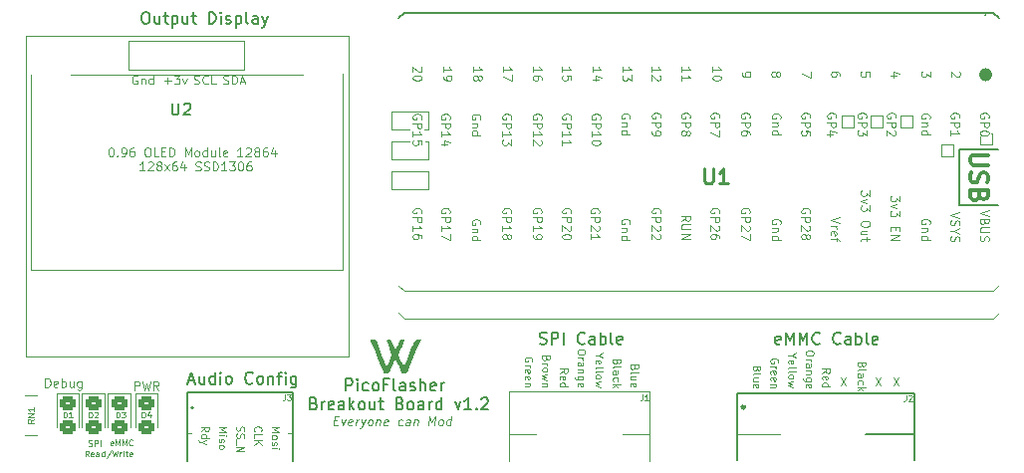
<source format=gto>
%TF.GenerationSoftware,KiCad,Pcbnew,(6.0.1)*%
%TF.CreationDate,2022-03-18T23:49:21-06:00*%
%TF.ProjectId,PicoFlasher_Breakout_Board_V1.2,5069636f-466c-4617-9368-65725f427265,rev?*%
%TF.SameCoordinates,Original*%
%TF.FileFunction,Legend,Top*%
%TF.FilePolarity,Positive*%
%FSLAX46Y46*%
G04 Gerber Fmt 4.6, Leading zero omitted, Abs format (unit mm)*
G04 Created by KiCad (PCBNEW (6.0.1)) date 2022-03-18 23:49:21*
%MOMM*%
%LPD*%
G01*
G04 APERTURE LIST*
G04 Aperture macros list*
%AMRoundRect*
0 Rectangle with rounded corners*
0 $1 Rounding radius*
0 $2 $3 $4 $5 $6 $7 $8 $9 X,Y pos of 4 corners*
0 Add a 4 corners polygon primitive as box body*
4,1,4,$2,$3,$4,$5,$6,$7,$8,$9,$2,$3,0*
0 Add four circle primitives for the rounded corners*
1,1,$1+$1,$2,$3*
1,1,$1+$1,$4,$5*
1,1,$1+$1,$6,$7*
1,1,$1+$1,$8,$9*
0 Add four rect primitives between the rounded corners*
20,1,$1+$1,$2,$3,$4,$5,0*
20,1,$1+$1,$4,$5,$6,$7,0*
20,1,$1+$1,$6,$7,$8,$9,0*
20,1,$1+$1,$8,$9,$2,$3,0*%
G04 Aperture macros list end*
%ADD10C,0.150000*%
%ADD11C,0.075000*%
%ADD12C,0.100000*%
%ADD13C,0.120000*%
%ADD14C,0.300000*%
%ADD15C,0.254000*%
%ADD16C,0.200000*%
%ADD17C,0.127000*%
%ADD18C,0.500000*%
%ADD19RoundRect,0.250000X-0.450000X0.325000X-0.450000X-0.325000X0.450000X-0.325000X0.450000X0.325000X0*%
%ADD20C,2.200000*%
%ADD21R,1.200000X1.200000*%
%ADD22C,1.200000*%
%ADD23R,1.600000X3.200000*%
%ADD24R,0.800000X0.500000*%
%ADD25R,0.800000X0.400000*%
%ADD26R,1.208000X1.208000*%
%ADD27C,1.208000*%
%ADD28O,1.600000X2.000000*%
%ADD29R,1.238000X1.238000*%
%ADD30C,1.238000*%
%ADD31C,1.800000*%
G04 APERTURE END LIST*
D10*
X170150000Y-80850000D02*
X173462500Y-80850000D01*
D11*
X125045000Y-75480000D02*
X124740000Y-75480000D01*
D10*
X173000000Y-64500000D02*
X173500000Y-65000000D01*
D12*
X143850000Y-100340000D02*
X141560000Y-100340000D01*
D13*
X173500000Y-90000000D02*
X173000000Y-90500000D01*
D10*
X173462500Y-76150000D02*
X170150000Y-76150000D01*
D13*
X122500000Y-90000000D02*
X123000000Y-90500000D01*
X123000000Y-90500000D02*
X173000000Y-90500000D01*
D11*
X125022500Y-74450000D02*
X124717500Y-74450000D01*
D10*
X173000000Y-64500000D02*
X123000000Y-64500000D01*
D13*
X123000000Y-88200000D02*
X122500000Y-87700000D01*
X173025000Y-88150000D02*
X123750000Y-88200000D01*
X173525000Y-87650000D02*
X173025000Y-88150000D01*
D10*
X170150000Y-76150000D02*
X170150000Y-80850000D01*
D12*
X134140000Y-100340000D02*
X131850000Y-100340000D01*
D13*
X123750000Y-88200000D02*
X123000000Y-88200000D01*
D10*
X122500000Y-65000000D02*
X123000000Y-64500000D01*
X118000000Y-96647380D02*
X118000000Y-95647380D01*
X118380952Y-95647380D01*
X118476190Y-95695000D01*
X118523809Y-95742619D01*
X118571428Y-95837857D01*
X118571428Y-95980714D01*
X118523809Y-96075952D01*
X118476190Y-96123571D01*
X118380952Y-96171190D01*
X118000000Y-96171190D01*
X119000000Y-96647380D02*
X119000000Y-95980714D01*
X119000000Y-95647380D02*
X118952380Y-95695000D01*
X119000000Y-95742619D01*
X119047619Y-95695000D01*
X119000000Y-95647380D01*
X119000000Y-95742619D01*
X119904761Y-96599761D02*
X119809523Y-96647380D01*
X119619047Y-96647380D01*
X119523809Y-96599761D01*
X119476190Y-96552142D01*
X119428571Y-96456904D01*
X119428571Y-96171190D01*
X119476190Y-96075952D01*
X119523809Y-96028333D01*
X119619047Y-95980714D01*
X119809523Y-95980714D01*
X119904761Y-96028333D01*
X120476190Y-96647380D02*
X120380952Y-96599761D01*
X120333333Y-96552142D01*
X120285714Y-96456904D01*
X120285714Y-96171190D01*
X120333333Y-96075952D01*
X120380952Y-96028333D01*
X120476190Y-95980714D01*
X120619047Y-95980714D01*
X120714285Y-96028333D01*
X120761904Y-96075952D01*
X120809523Y-96171190D01*
X120809523Y-96456904D01*
X120761904Y-96552142D01*
X120714285Y-96599761D01*
X120619047Y-96647380D01*
X120476190Y-96647380D01*
X121571428Y-96123571D02*
X121238095Y-96123571D01*
X121238095Y-96647380D02*
X121238095Y-95647380D01*
X121714285Y-95647380D01*
X122238095Y-96647380D02*
X122142857Y-96599761D01*
X122095238Y-96504523D01*
X122095238Y-95647380D01*
X123047619Y-96647380D02*
X123047619Y-96123571D01*
X123000000Y-96028333D01*
X122904761Y-95980714D01*
X122714285Y-95980714D01*
X122619047Y-96028333D01*
X123047619Y-96599761D02*
X122952380Y-96647380D01*
X122714285Y-96647380D01*
X122619047Y-96599761D01*
X122571428Y-96504523D01*
X122571428Y-96409285D01*
X122619047Y-96314047D01*
X122714285Y-96266428D01*
X122952380Y-96266428D01*
X123047619Y-96218809D01*
X123476190Y-96599761D02*
X123571428Y-96647380D01*
X123761904Y-96647380D01*
X123857142Y-96599761D01*
X123904761Y-96504523D01*
X123904761Y-96456904D01*
X123857142Y-96361666D01*
X123761904Y-96314047D01*
X123619047Y-96314047D01*
X123523809Y-96266428D01*
X123476190Y-96171190D01*
X123476190Y-96123571D01*
X123523809Y-96028333D01*
X123619047Y-95980714D01*
X123761904Y-95980714D01*
X123857142Y-96028333D01*
X124333333Y-96647380D02*
X124333333Y-95647380D01*
X124761904Y-96647380D02*
X124761904Y-96123571D01*
X124714285Y-96028333D01*
X124619047Y-95980714D01*
X124476190Y-95980714D01*
X124380952Y-96028333D01*
X124333333Y-96075952D01*
X125619047Y-96599761D02*
X125523809Y-96647380D01*
X125333333Y-96647380D01*
X125238095Y-96599761D01*
X125190476Y-96504523D01*
X125190476Y-96123571D01*
X125238095Y-96028333D01*
X125333333Y-95980714D01*
X125523809Y-95980714D01*
X125619047Y-96028333D01*
X125666666Y-96123571D01*
X125666666Y-96218809D01*
X125190476Y-96314047D01*
X126095238Y-96647380D02*
X126095238Y-95980714D01*
X126095238Y-96171190D02*
X126142857Y-96075952D01*
X126190476Y-96028333D01*
X126285714Y-95980714D01*
X126380952Y-95980714D01*
X115285714Y-97733571D02*
X115428571Y-97781190D01*
X115476190Y-97828809D01*
X115523809Y-97924047D01*
X115523809Y-98066904D01*
X115476190Y-98162142D01*
X115428571Y-98209761D01*
X115333333Y-98257380D01*
X114952380Y-98257380D01*
X114952380Y-97257380D01*
X115285714Y-97257380D01*
X115380952Y-97305000D01*
X115428571Y-97352619D01*
X115476190Y-97447857D01*
X115476190Y-97543095D01*
X115428571Y-97638333D01*
X115380952Y-97685952D01*
X115285714Y-97733571D01*
X114952380Y-97733571D01*
X115952380Y-98257380D02*
X115952380Y-97590714D01*
X115952380Y-97781190D02*
X116000000Y-97685952D01*
X116047619Y-97638333D01*
X116142857Y-97590714D01*
X116238095Y-97590714D01*
X116952380Y-98209761D02*
X116857142Y-98257380D01*
X116666666Y-98257380D01*
X116571428Y-98209761D01*
X116523809Y-98114523D01*
X116523809Y-97733571D01*
X116571428Y-97638333D01*
X116666666Y-97590714D01*
X116857142Y-97590714D01*
X116952380Y-97638333D01*
X117000000Y-97733571D01*
X117000000Y-97828809D01*
X116523809Y-97924047D01*
X117857142Y-98257380D02*
X117857142Y-97733571D01*
X117809523Y-97638333D01*
X117714285Y-97590714D01*
X117523809Y-97590714D01*
X117428571Y-97638333D01*
X117857142Y-98209761D02*
X117761904Y-98257380D01*
X117523809Y-98257380D01*
X117428571Y-98209761D01*
X117380952Y-98114523D01*
X117380952Y-98019285D01*
X117428571Y-97924047D01*
X117523809Y-97876428D01*
X117761904Y-97876428D01*
X117857142Y-97828809D01*
X118333333Y-98257380D02*
X118333333Y-97257380D01*
X118428571Y-97876428D02*
X118714285Y-98257380D01*
X118714285Y-97590714D02*
X118333333Y-97971666D01*
X119285714Y-98257380D02*
X119190476Y-98209761D01*
X119142857Y-98162142D01*
X119095238Y-98066904D01*
X119095238Y-97781190D01*
X119142857Y-97685952D01*
X119190476Y-97638333D01*
X119285714Y-97590714D01*
X119428571Y-97590714D01*
X119523809Y-97638333D01*
X119571428Y-97685952D01*
X119619047Y-97781190D01*
X119619047Y-98066904D01*
X119571428Y-98162142D01*
X119523809Y-98209761D01*
X119428571Y-98257380D01*
X119285714Y-98257380D01*
X120476190Y-97590714D02*
X120476190Y-98257380D01*
X120047619Y-97590714D02*
X120047619Y-98114523D01*
X120095238Y-98209761D01*
X120190476Y-98257380D01*
X120333333Y-98257380D01*
X120428571Y-98209761D01*
X120476190Y-98162142D01*
X120809523Y-97590714D02*
X121190476Y-97590714D01*
X120952380Y-97257380D02*
X120952380Y-98114523D01*
X121000000Y-98209761D01*
X121095238Y-98257380D01*
X121190476Y-98257380D01*
X122619047Y-97733571D02*
X122761904Y-97781190D01*
X122809523Y-97828809D01*
X122857142Y-97924047D01*
X122857142Y-98066904D01*
X122809523Y-98162142D01*
X122761904Y-98209761D01*
X122666666Y-98257380D01*
X122285714Y-98257380D01*
X122285714Y-97257380D01*
X122619047Y-97257380D01*
X122714285Y-97305000D01*
X122761904Y-97352619D01*
X122809523Y-97447857D01*
X122809523Y-97543095D01*
X122761904Y-97638333D01*
X122714285Y-97685952D01*
X122619047Y-97733571D01*
X122285714Y-97733571D01*
X123428571Y-98257380D02*
X123333333Y-98209761D01*
X123285714Y-98162142D01*
X123238095Y-98066904D01*
X123238095Y-97781190D01*
X123285714Y-97685952D01*
X123333333Y-97638333D01*
X123428571Y-97590714D01*
X123571428Y-97590714D01*
X123666666Y-97638333D01*
X123714285Y-97685952D01*
X123761904Y-97781190D01*
X123761904Y-98066904D01*
X123714285Y-98162142D01*
X123666666Y-98209761D01*
X123571428Y-98257380D01*
X123428571Y-98257380D01*
X124619047Y-98257380D02*
X124619047Y-97733571D01*
X124571428Y-97638333D01*
X124476190Y-97590714D01*
X124285714Y-97590714D01*
X124190476Y-97638333D01*
X124619047Y-98209761D02*
X124523809Y-98257380D01*
X124285714Y-98257380D01*
X124190476Y-98209761D01*
X124142857Y-98114523D01*
X124142857Y-98019285D01*
X124190476Y-97924047D01*
X124285714Y-97876428D01*
X124523809Y-97876428D01*
X124619047Y-97828809D01*
X125095238Y-98257380D02*
X125095238Y-97590714D01*
X125095238Y-97781190D02*
X125142857Y-97685952D01*
X125190476Y-97638333D01*
X125285714Y-97590714D01*
X125380952Y-97590714D01*
X126142857Y-98257380D02*
X126142857Y-97257380D01*
X126142857Y-98209761D02*
X126047619Y-98257380D01*
X125857142Y-98257380D01*
X125761904Y-98209761D01*
X125714285Y-98162142D01*
X125666666Y-98066904D01*
X125666666Y-97781190D01*
X125714285Y-97685952D01*
X125761904Y-97638333D01*
X125857142Y-97590714D01*
X126047619Y-97590714D01*
X126142857Y-97638333D01*
X127285714Y-97590714D02*
X127523809Y-98257380D01*
X127761904Y-97590714D01*
X128666666Y-98257380D02*
X128095238Y-98257380D01*
X128380952Y-98257380D02*
X128380952Y-97257380D01*
X128285714Y-97400238D01*
X128190476Y-97495476D01*
X128095238Y-97543095D01*
X129095238Y-98162142D02*
X129142857Y-98209761D01*
X129095238Y-98257380D01*
X129047619Y-98209761D01*
X129095238Y-98162142D01*
X129095238Y-98257380D01*
X129523809Y-97352619D02*
X129571428Y-97305000D01*
X129666666Y-97257380D01*
X129904761Y-97257380D01*
X130000000Y-97305000D01*
X130047619Y-97352619D01*
X130095238Y-97447857D01*
X130095238Y-97543095D01*
X130047619Y-97685952D01*
X129476190Y-98257380D01*
X130095238Y-98257380D01*
D12*
X167660714Y-69500000D02*
X167660714Y-69964285D01*
X167375000Y-69714285D01*
X167375000Y-69821428D01*
X167339285Y-69892857D01*
X167303571Y-69928571D01*
X167232142Y-69964285D01*
X167053571Y-69964285D01*
X166982142Y-69928571D01*
X166946428Y-69892857D01*
X166910714Y-69821428D01*
X166910714Y-69607142D01*
X166946428Y-69535714D01*
X166982142Y-69500000D01*
D11*
X165633333Y-97026190D02*
X165633333Y-97383333D01*
X165609523Y-97454761D01*
X165561904Y-97502380D01*
X165490476Y-97526190D01*
X165442857Y-97526190D01*
X165847619Y-97073809D02*
X165871428Y-97050000D01*
X165919047Y-97026190D01*
X166038095Y-97026190D01*
X166085714Y-97050000D01*
X166109523Y-97073809D01*
X166133333Y-97121428D01*
X166133333Y-97169047D01*
X166109523Y-97240476D01*
X165823809Y-97526190D01*
X166133333Y-97526190D01*
D12*
X142546428Y-94670714D02*
X142515476Y-94763571D01*
X142484523Y-94794523D01*
X142422619Y-94825476D01*
X142329761Y-94825476D01*
X142267857Y-94794523D01*
X142236904Y-94763571D01*
X142205952Y-94701666D01*
X142205952Y-94454047D01*
X142855952Y-94454047D01*
X142855952Y-94670714D01*
X142825000Y-94732619D01*
X142794047Y-94763571D01*
X142732142Y-94794523D01*
X142670238Y-94794523D01*
X142608333Y-94763571D01*
X142577380Y-94732619D01*
X142546428Y-94670714D01*
X142546428Y-94454047D01*
X142205952Y-95196904D02*
X142236904Y-95135000D01*
X142298809Y-95104047D01*
X142855952Y-95104047D01*
X142639285Y-95723095D02*
X142205952Y-95723095D01*
X142639285Y-95444523D02*
X142298809Y-95444523D01*
X142236904Y-95475476D01*
X142205952Y-95537380D01*
X142205952Y-95630238D01*
X142236904Y-95692142D01*
X142267857Y-95723095D01*
X142236904Y-96280238D02*
X142205952Y-96218333D01*
X142205952Y-96094523D01*
X142236904Y-96032619D01*
X142298809Y-96001666D01*
X142546428Y-96001666D01*
X142608333Y-96032619D01*
X142639285Y-96094523D01*
X142639285Y-96218333D01*
X142608333Y-96280238D01*
X142546428Y-96311190D01*
X142484523Y-96311190D01*
X142422619Y-96001666D01*
X159960714Y-81932142D02*
X159210714Y-82182142D01*
X159960714Y-82432142D01*
X159210714Y-82682142D02*
X159710714Y-82682142D01*
X159567857Y-82682142D02*
X159639285Y-82717857D01*
X159675000Y-82753571D01*
X159710714Y-82825000D01*
X159710714Y-82896428D01*
X159246428Y-83432142D02*
X159210714Y-83360714D01*
X159210714Y-83217857D01*
X159246428Y-83146428D01*
X159317857Y-83110714D01*
X159603571Y-83110714D01*
X159675000Y-83146428D01*
X159710714Y-83217857D01*
X159710714Y-83360714D01*
X159675000Y-83432142D01*
X159603571Y-83467857D01*
X159532142Y-83467857D01*
X159460714Y-83110714D01*
X159710714Y-83682142D02*
X159710714Y-83967857D01*
X159210714Y-83789285D02*
X159853571Y-83789285D01*
X159925000Y-83825000D01*
X159960714Y-83896428D01*
X159960714Y-83967857D01*
X158505952Y-95165952D02*
X158815476Y-94949285D01*
X158505952Y-94794523D02*
X159155952Y-94794523D01*
X159155952Y-95042142D01*
X159125000Y-95104047D01*
X159094047Y-95135000D01*
X159032142Y-95165952D01*
X158939285Y-95165952D01*
X158877380Y-95135000D01*
X158846428Y-95104047D01*
X158815476Y-95042142D01*
X158815476Y-94794523D01*
X158536904Y-95692142D02*
X158505952Y-95630238D01*
X158505952Y-95506428D01*
X158536904Y-95444523D01*
X158598809Y-95413571D01*
X158846428Y-95413571D01*
X158908333Y-95444523D01*
X158939285Y-95506428D01*
X158939285Y-95630238D01*
X158908333Y-95692142D01*
X158846428Y-95723095D01*
X158784523Y-95723095D01*
X158722619Y-95413571D01*
X158505952Y-96280238D02*
X159155952Y-96280238D01*
X158536904Y-96280238D02*
X158505952Y-96218333D01*
X158505952Y-96094523D01*
X158536904Y-96032619D01*
X158567857Y-96001666D01*
X158629761Y-95970714D01*
X158815476Y-95970714D01*
X158877380Y-96001666D01*
X158908333Y-96032619D01*
X158939285Y-96094523D01*
X158939285Y-96218333D01*
X158908333Y-96280238D01*
X164725000Y-73464285D02*
X164760714Y-73392857D01*
X164760714Y-73285714D01*
X164725000Y-73178571D01*
X164653571Y-73107142D01*
X164582142Y-73071428D01*
X164439285Y-73035714D01*
X164332142Y-73035714D01*
X164189285Y-73071428D01*
X164117857Y-73107142D01*
X164046428Y-73178571D01*
X164010714Y-73285714D01*
X164010714Y-73357142D01*
X164046428Y-73464285D01*
X164082142Y-73500000D01*
X164332142Y-73500000D01*
X164332142Y-73357142D01*
X164010714Y-73821428D02*
X164760714Y-73821428D01*
X164760714Y-74107142D01*
X164725000Y-74178571D01*
X164689285Y-74214285D01*
X164617857Y-74250000D01*
X164510714Y-74250000D01*
X164439285Y-74214285D01*
X164403571Y-74178571D01*
X164367857Y-74107142D01*
X164367857Y-73821428D01*
X164689285Y-74535714D02*
X164725000Y-74571428D01*
X164760714Y-74642857D01*
X164760714Y-74821428D01*
X164725000Y-74892857D01*
X164689285Y-74928571D01*
X164617857Y-74964285D01*
X164546428Y-74964285D01*
X164439285Y-74928571D01*
X164010714Y-74500000D01*
X164010714Y-74964285D01*
X155915476Y-93649285D02*
X155605952Y-93649285D01*
X156255952Y-93432619D02*
X155915476Y-93649285D01*
X156255952Y-93865952D01*
X155636904Y-94330238D02*
X155605952Y-94268333D01*
X155605952Y-94144523D01*
X155636904Y-94082619D01*
X155698809Y-94051666D01*
X155946428Y-94051666D01*
X156008333Y-94082619D01*
X156039285Y-94144523D01*
X156039285Y-94268333D01*
X156008333Y-94330238D01*
X155946428Y-94361190D01*
X155884523Y-94361190D01*
X155822619Y-94051666D01*
X155605952Y-94732619D02*
X155636904Y-94670714D01*
X155698809Y-94639761D01*
X156255952Y-94639761D01*
X155605952Y-95073095D02*
X155636904Y-95011190D01*
X155698809Y-94980238D01*
X156255952Y-94980238D01*
X155605952Y-95413571D02*
X155636904Y-95351666D01*
X155667857Y-95320714D01*
X155729761Y-95289761D01*
X155915476Y-95289761D01*
X155977380Y-95320714D01*
X156008333Y-95351666D01*
X156039285Y-95413571D01*
X156039285Y-95506428D01*
X156008333Y-95568333D01*
X155977380Y-95599285D01*
X155915476Y-95630238D01*
X155729761Y-95630238D01*
X155667857Y-95599285D01*
X155636904Y-95568333D01*
X155605952Y-95506428D01*
X155605952Y-95413571D01*
X156039285Y-95846904D02*
X155605952Y-95970714D01*
X155915476Y-96094523D01*
X155605952Y-96218333D01*
X156039285Y-96342142D01*
X163057857Y-95544047D02*
X163491190Y-96194047D01*
X163491190Y-95544047D02*
X163057857Y-96194047D01*
X133825000Y-94175476D02*
X133855952Y-94113571D01*
X133855952Y-94020714D01*
X133825000Y-93927857D01*
X133763095Y-93865952D01*
X133701190Y-93835000D01*
X133577380Y-93804047D01*
X133484523Y-93804047D01*
X133360714Y-93835000D01*
X133298809Y-93865952D01*
X133236904Y-93927857D01*
X133205952Y-94020714D01*
X133205952Y-94082619D01*
X133236904Y-94175476D01*
X133267857Y-94206428D01*
X133484523Y-94206428D01*
X133484523Y-94082619D01*
X133205952Y-94485000D02*
X133639285Y-94485000D01*
X133515476Y-94485000D02*
X133577380Y-94515952D01*
X133608333Y-94546904D01*
X133639285Y-94608809D01*
X133639285Y-94670714D01*
X133236904Y-95135000D02*
X133205952Y-95073095D01*
X133205952Y-94949285D01*
X133236904Y-94887380D01*
X133298809Y-94856428D01*
X133546428Y-94856428D01*
X133608333Y-94887380D01*
X133639285Y-94949285D01*
X133639285Y-95073095D01*
X133608333Y-95135000D01*
X133546428Y-95165952D01*
X133484523Y-95165952D01*
X133422619Y-94856428D01*
X133236904Y-95692142D02*
X133205952Y-95630238D01*
X133205952Y-95506428D01*
X133236904Y-95444523D01*
X133298809Y-95413571D01*
X133546428Y-95413571D01*
X133608333Y-95444523D01*
X133639285Y-95506428D01*
X133639285Y-95630238D01*
X133608333Y-95692142D01*
X133546428Y-95723095D01*
X133484523Y-95723095D01*
X133422619Y-95413571D01*
X133639285Y-96001666D02*
X133205952Y-96001666D01*
X133577380Y-96001666D02*
X133608333Y-96032619D01*
X133639285Y-96094523D01*
X133639285Y-96187380D01*
X133608333Y-96249285D01*
X133546428Y-96280238D01*
X133205952Y-96280238D01*
X137139285Y-88653571D02*
X137175000Y-88689285D01*
X137210714Y-88760714D01*
X137210714Y-88939285D01*
X137175000Y-89010714D01*
X137139285Y-89046428D01*
X137067857Y-89082142D01*
X136996428Y-89082142D01*
X136889285Y-89046428D01*
X136460714Y-88617857D01*
X136460714Y-89082142D01*
X137210714Y-89725000D02*
X137210714Y-89582142D01*
X137175000Y-89510714D01*
X137139285Y-89475000D01*
X137032142Y-89403571D01*
X136889285Y-89367857D01*
X136603571Y-89367857D01*
X136532142Y-89403571D01*
X136496428Y-89439285D01*
X136460714Y-89510714D01*
X136460714Y-89653571D01*
X136496428Y-89725000D01*
X136532142Y-89760714D01*
X136603571Y-89796428D01*
X136782142Y-89796428D01*
X136853571Y-89760714D01*
X136889285Y-89725000D01*
X136925000Y-89653571D01*
X136925000Y-89510714D01*
X136889285Y-89439285D01*
X136853571Y-89403571D01*
X136782142Y-89367857D01*
X154589285Y-69678571D02*
X154625000Y-69607142D01*
X154660714Y-69571428D01*
X154732142Y-69535714D01*
X154767857Y-69535714D01*
X154839285Y-69571428D01*
X154875000Y-69607142D01*
X154910714Y-69678571D01*
X154910714Y-69821428D01*
X154875000Y-69892857D01*
X154839285Y-69928571D01*
X154767857Y-69964285D01*
X154732142Y-69964285D01*
X154660714Y-69928571D01*
X154625000Y-69892857D01*
X154589285Y-69821428D01*
X154589285Y-69678571D01*
X154553571Y-69607142D01*
X154517857Y-69571428D01*
X154446428Y-69535714D01*
X154303571Y-69535714D01*
X154232142Y-69571428D01*
X154196428Y-69607142D01*
X154160714Y-69678571D01*
X154160714Y-69821428D01*
X154196428Y-69892857D01*
X154232142Y-69928571D01*
X154303571Y-69964285D01*
X154446428Y-69964285D01*
X154517857Y-69928571D01*
X154553571Y-69892857D01*
X154589285Y-69821428D01*
X172510714Y-89010714D02*
X172010714Y-89010714D01*
X172796428Y-88832142D02*
X172260714Y-88653571D01*
X172260714Y-89117857D01*
X172760714Y-89546428D02*
X172760714Y-89617857D01*
X172725000Y-89689285D01*
X172689285Y-89725000D01*
X172617857Y-89760714D01*
X172475000Y-89796428D01*
X172296428Y-89796428D01*
X172153571Y-89760714D01*
X172082142Y-89725000D01*
X172046428Y-89689285D01*
X172010714Y-89617857D01*
X172010714Y-89546428D01*
X172046428Y-89475000D01*
X172082142Y-89439285D01*
X172153571Y-89403571D01*
X172296428Y-89367857D01*
X172475000Y-89367857D01*
X172617857Y-89403571D01*
X172689285Y-89439285D01*
X172725000Y-89475000D01*
X172760714Y-89546428D01*
X160060714Y-88617857D02*
X160060714Y-89082142D01*
X159775000Y-88832142D01*
X159775000Y-88939285D01*
X159739285Y-89010714D01*
X159703571Y-89046428D01*
X159632142Y-89082142D01*
X159453571Y-89082142D01*
X159382142Y-89046428D01*
X159346428Y-89010714D01*
X159310714Y-88939285D01*
X159310714Y-88725000D01*
X159346428Y-88653571D01*
X159382142Y-88617857D01*
X160060714Y-89760714D02*
X160060714Y-89403571D01*
X159703571Y-89367857D01*
X159739285Y-89403571D01*
X159775000Y-89475000D01*
X159775000Y-89653571D01*
X159739285Y-89725000D01*
X159703571Y-89760714D01*
X159632142Y-89796428D01*
X159453571Y-89796428D01*
X159382142Y-89760714D01*
X159346428Y-89725000D01*
X159310714Y-89653571D01*
X159310714Y-89475000D01*
X159346428Y-89403571D01*
X159382142Y-89367857D01*
D11*
X96159523Y-102251190D02*
X95992857Y-102013095D01*
X95873809Y-102251190D02*
X95873809Y-101751190D01*
X96064285Y-101751190D01*
X96111904Y-101775000D01*
X96135714Y-101798809D01*
X96159523Y-101846428D01*
X96159523Y-101917857D01*
X96135714Y-101965476D01*
X96111904Y-101989285D01*
X96064285Y-102013095D01*
X95873809Y-102013095D01*
X96564285Y-102227380D02*
X96516666Y-102251190D01*
X96421428Y-102251190D01*
X96373809Y-102227380D01*
X96350000Y-102179761D01*
X96350000Y-101989285D01*
X96373809Y-101941666D01*
X96421428Y-101917857D01*
X96516666Y-101917857D01*
X96564285Y-101941666D01*
X96588095Y-101989285D01*
X96588095Y-102036904D01*
X96350000Y-102084523D01*
X97016666Y-102251190D02*
X97016666Y-101989285D01*
X96992857Y-101941666D01*
X96945238Y-101917857D01*
X96850000Y-101917857D01*
X96802380Y-101941666D01*
X97016666Y-102227380D02*
X96969047Y-102251190D01*
X96850000Y-102251190D01*
X96802380Y-102227380D01*
X96778571Y-102179761D01*
X96778571Y-102132142D01*
X96802380Y-102084523D01*
X96850000Y-102060714D01*
X96969047Y-102060714D01*
X97016666Y-102036904D01*
X97469047Y-102251190D02*
X97469047Y-101751190D01*
X97469047Y-102227380D02*
X97421428Y-102251190D01*
X97326190Y-102251190D01*
X97278571Y-102227380D01*
X97254761Y-102203571D01*
X97230952Y-102155952D01*
X97230952Y-102013095D01*
X97254761Y-101965476D01*
X97278571Y-101941666D01*
X97326190Y-101917857D01*
X97421428Y-101917857D01*
X97469047Y-101941666D01*
X98064285Y-101727380D02*
X97635714Y-102370238D01*
X98183333Y-101751190D02*
X98302380Y-102251190D01*
X98397619Y-101894047D01*
X98492857Y-102251190D01*
X98611904Y-101751190D01*
X98802380Y-102251190D02*
X98802380Y-101917857D01*
X98802380Y-102013095D02*
X98826190Y-101965476D01*
X98850000Y-101941666D01*
X98897619Y-101917857D01*
X98945238Y-101917857D01*
X99111904Y-102251190D02*
X99111904Y-101917857D01*
X99111904Y-101751190D02*
X99088095Y-101775000D01*
X99111904Y-101798809D01*
X99135714Y-101775000D01*
X99111904Y-101751190D01*
X99111904Y-101798809D01*
X99278571Y-101917857D02*
X99469047Y-101917857D01*
X99350000Y-101751190D02*
X99350000Y-102179761D01*
X99373809Y-102227380D01*
X99421428Y-102251190D01*
X99469047Y-102251190D01*
X99826190Y-102227380D02*
X99778571Y-102251190D01*
X99683333Y-102251190D01*
X99635714Y-102227380D01*
X99611904Y-102179761D01*
X99611904Y-101989285D01*
X99635714Y-101941666D01*
X99683333Y-101917857D01*
X99778571Y-101917857D01*
X99826190Y-101941666D01*
X99850000Y-101989285D01*
X99850000Y-102036904D01*
X99611904Y-102084523D01*
D12*
X167625000Y-73517857D02*
X167660714Y-73446428D01*
X167660714Y-73339285D01*
X167625000Y-73232142D01*
X167553571Y-73160714D01*
X167482142Y-73125000D01*
X167339285Y-73089285D01*
X167232142Y-73089285D01*
X167089285Y-73125000D01*
X167017857Y-73160714D01*
X166946428Y-73232142D01*
X166910714Y-73339285D01*
X166910714Y-73410714D01*
X166946428Y-73517857D01*
X166982142Y-73553571D01*
X167232142Y-73553571D01*
X167232142Y-73410714D01*
X167410714Y-73875000D02*
X166910714Y-73875000D01*
X167339285Y-73875000D02*
X167375000Y-73910714D01*
X167410714Y-73982142D01*
X167410714Y-74089285D01*
X167375000Y-74160714D01*
X167303571Y-74196428D01*
X166910714Y-74196428D01*
X166910714Y-74875000D02*
X167660714Y-74875000D01*
X166946428Y-74875000D02*
X166910714Y-74803571D01*
X166910714Y-74660714D01*
X166946428Y-74589285D01*
X166982142Y-74553571D01*
X167053571Y-74517857D01*
X167267857Y-74517857D01*
X167339285Y-74553571D01*
X167375000Y-74589285D01*
X167410714Y-74660714D01*
X167410714Y-74803571D01*
X167375000Y-74875000D01*
X149160714Y-69557142D02*
X149160714Y-69128571D01*
X149160714Y-69342857D02*
X149910714Y-69342857D01*
X149803571Y-69271428D01*
X149732142Y-69200000D01*
X149696428Y-69128571D01*
X149910714Y-70021428D02*
X149910714Y-70092857D01*
X149875000Y-70164285D01*
X149839285Y-70200000D01*
X149767857Y-70235714D01*
X149625000Y-70271428D01*
X149446428Y-70271428D01*
X149303571Y-70235714D01*
X149232142Y-70200000D01*
X149196428Y-70164285D01*
X149160714Y-70092857D01*
X149160714Y-70021428D01*
X149196428Y-69950000D01*
X149232142Y-69914285D01*
X149303571Y-69878571D01*
X149446428Y-69842857D01*
X149625000Y-69842857D01*
X149767857Y-69878571D01*
X149839285Y-69914285D01*
X149875000Y-69950000D01*
X149910714Y-70021428D01*
D10*
X154946428Y-92654761D02*
X154851190Y-92702380D01*
X154660714Y-92702380D01*
X154565476Y-92654761D01*
X154517857Y-92559523D01*
X154517857Y-92178571D01*
X154565476Y-92083333D01*
X154660714Y-92035714D01*
X154851190Y-92035714D01*
X154946428Y-92083333D01*
X154994047Y-92178571D01*
X154994047Y-92273809D01*
X154517857Y-92369047D01*
X155422619Y-92702380D02*
X155422619Y-91702380D01*
X155755952Y-92416666D01*
X156089285Y-91702380D01*
X156089285Y-92702380D01*
X156565476Y-92702380D02*
X156565476Y-91702380D01*
X156898809Y-92416666D01*
X157232142Y-91702380D01*
X157232142Y-92702380D01*
X158279761Y-92607142D02*
X158232142Y-92654761D01*
X158089285Y-92702380D01*
X157994047Y-92702380D01*
X157851190Y-92654761D01*
X157755952Y-92559523D01*
X157708333Y-92464285D01*
X157660714Y-92273809D01*
X157660714Y-92130952D01*
X157708333Y-91940476D01*
X157755952Y-91845238D01*
X157851190Y-91750000D01*
X157994047Y-91702380D01*
X158089285Y-91702380D01*
X158232142Y-91750000D01*
X158279761Y-91797619D01*
X160041666Y-92607142D02*
X159994047Y-92654761D01*
X159851190Y-92702380D01*
X159755952Y-92702380D01*
X159613095Y-92654761D01*
X159517857Y-92559523D01*
X159470238Y-92464285D01*
X159422619Y-92273809D01*
X159422619Y-92130952D01*
X159470238Y-91940476D01*
X159517857Y-91845238D01*
X159613095Y-91750000D01*
X159755952Y-91702380D01*
X159851190Y-91702380D01*
X159994047Y-91750000D01*
X160041666Y-91797619D01*
X160898809Y-92702380D02*
X160898809Y-92178571D01*
X160851190Y-92083333D01*
X160755952Y-92035714D01*
X160565476Y-92035714D01*
X160470238Y-92083333D01*
X160898809Y-92654761D02*
X160803571Y-92702380D01*
X160565476Y-92702380D01*
X160470238Y-92654761D01*
X160422619Y-92559523D01*
X160422619Y-92464285D01*
X160470238Y-92369047D01*
X160565476Y-92321428D01*
X160803571Y-92321428D01*
X160898809Y-92273809D01*
X161375000Y-92702380D02*
X161375000Y-91702380D01*
X161375000Y-92083333D02*
X161470238Y-92035714D01*
X161660714Y-92035714D01*
X161755952Y-92083333D01*
X161803571Y-92130952D01*
X161851190Y-92226190D01*
X161851190Y-92511904D01*
X161803571Y-92607142D01*
X161755952Y-92654761D01*
X161660714Y-92702380D01*
X161470238Y-92702380D01*
X161375000Y-92654761D01*
X162422619Y-92702380D02*
X162327380Y-92654761D01*
X162279761Y-92559523D01*
X162279761Y-91702380D01*
X163184523Y-92654761D02*
X163089285Y-92702380D01*
X162898809Y-92702380D01*
X162803571Y-92654761D01*
X162755952Y-92559523D01*
X162755952Y-92178571D01*
X162803571Y-92083333D01*
X162898809Y-92035714D01*
X163089285Y-92035714D01*
X163184523Y-92083333D01*
X163232142Y-92178571D01*
X163232142Y-92273809D01*
X162755952Y-92369047D01*
D12*
X105705952Y-100091190D02*
X106015476Y-99874523D01*
X105705952Y-99719761D02*
X106355952Y-99719761D01*
X106355952Y-99967380D01*
X106325000Y-100029285D01*
X106294047Y-100060238D01*
X106232142Y-100091190D01*
X106139285Y-100091190D01*
X106077380Y-100060238D01*
X106046428Y-100029285D01*
X106015476Y-99967380D01*
X106015476Y-99719761D01*
X105705952Y-100648333D02*
X106355952Y-100648333D01*
X105736904Y-100648333D02*
X105705952Y-100586428D01*
X105705952Y-100462619D01*
X105736904Y-100400714D01*
X105767857Y-100369761D01*
X105829761Y-100338809D01*
X106015476Y-100338809D01*
X106077380Y-100369761D01*
X106108333Y-100400714D01*
X106139285Y-100462619D01*
X106139285Y-100586428D01*
X106108333Y-100648333D01*
X106139285Y-100895952D02*
X105705952Y-101050714D01*
X106139285Y-101205476D02*
X105705952Y-101050714D01*
X105551190Y-100988809D01*
X105520238Y-100957857D01*
X105489285Y-100895952D01*
X131360714Y-69557142D02*
X131360714Y-69128571D01*
X131360714Y-69342857D02*
X132110714Y-69342857D01*
X132003571Y-69271428D01*
X131932142Y-69200000D01*
X131896428Y-69128571D01*
X132110714Y-69807142D02*
X132110714Y-70307142D01*
X131360714Y-69985714D01*
X126989285Y-88653571D02*
X127025000Y-88689285D01*
X127060714Y-88760714D01*
X127060714Y-88939285D01*
X127025000Y-89010714D01*
X126989285Y-89046428D01*
X126917857Y-89082142D01*
X126846428Y-89082142D01*
X126739285Y-89046428D01*
X126310714Y-88617857D01*
X126310714Y-89082142D01*
X126989285Y-89367857D02*
X127025000Y-89403571D01*
X127060714Y-89475000D01*
X127060714Y-89653571D01*
X127025000Y-89725000D01*
X126989285Y-89760714D01*
X126917857Y-89796428D01*
X126846428Y-89796428D01*
X126739285Y-89760714D01*
X126310714Y-89332142D01*
X126310714Y-89796428D01*
X107205952Y-99719761D02*
X107855952Y-99719761D01*
X107391666Y-99936428D01*
X107855952Y-100153095D01*
X107205952Y-100153095D01*
X107205952Y-100462619D02*
X107639285Y-100462619D01*
X107855952Y-100462619D02*
X107825000Y-100431666D01*
X107794047Y-100462619D01*
X107825000Y-100493571D01*
X107855952Y-100462619D01*
X107794047Y-100462619D01*
X107236904Y-100741190D02*
X107205952Y-100803095D01*
X107205952Y-100926904D01*
X107236904Y-100988809D01*
X107298809Y-101019761D01*
X107329761Y-101019761D01*
X107391666Y-100988809D01*
X107422619Y-100926904D01*
X107422619Y-100834047D01*
X107453571Y-100772142D01*
X107515476Y-100741190D01*
X107546428Y-100741190D01*
X107608333Y-100772142D01*
X107639285Y-100834047D01*
X107639285Y-100926904D01*
X107608333Y-100988809D01*
X107205952Y-101391190D02*
X107236904Y-101329285D01*
X107267857Y-101298333D01*
X107329761Y-101267380D01*
X107515476Y-101267380D01*
X107577380Y-101298333D01*
X107608333Y-101329285D01*
X107639285Y-101391190D01*
X107639285Y-101484047D01*
X107608333Y-101545952D01*
X107577380Y-101576904D01*
X107515476Y-101607857D01*
X107329761Y-101607857D01*
X107267857Y-101576904D01*
X107236904Y-101545952D01*
X107205952Y-101484047D01*
X107205952Y-101391190D01*
X137125000Y-81557142D02*
X137160714Y-81485714D01*
X137160714Y-81378571D01*
X137125000Y-81271428D01*
X137053571Y-81200000D01*
X136982142Y-81164285D01*
X136839285Y-81128571D01*
X136732142Y-81128571D01*
X136589285Y-81164285D01*
X136517857Y-81200000D01*
X136446428Y-81271428D01*
X136410714Y-81378571D01*
X136410714Y-81450000D01*
X136446428Y-81557142D01*
X136482142Y-81592857D01*
X136732142Y-81592857D01*
X136732142Y-81450000D01*
X136410714Y-81914285D02*
X137160714Y-81914285D01*
X137160714Y-82200000D01*
X137125000Y-82271428D01*
X137089285Y-82307142D01*
X137017857Y-82342857D01*
X136910714Y-82342857D01*
X136839285Y-82307142D01*
X136803571Y-82271428D01*
X136767857Y-82200000D01*
X136767857Y-81914285D01*
X137089285Y-82628571D02*
X137125000Y-82664285D01*
X137160714Y-82735714D01*
X137160714Y-82914285D01*
X137125000Y-82985714D01*
X137089285Y-83021428D01*
X137017857Y-83057142D01*
X136946428Y-83057142D01*
X136839285Y-83021428D01*
X136410714Y-82592857D01*
X136410714Y-83057142D01*
X137160714Y-83521428D02*
X137160714Y-83592857D01*
X137125000Y-83664285D01*
X137089285Y-83700000D01*
X137017857Y-83735714D01*
X136875000Y-83771428D01*
X136696428Y-83771428D01*
X136553571Y-83735714D01*
X136482142Y-83700000D01*
X136446428Y-83664285D01*
X136410714Y-83592857D01*
X136410714Y-83521428D01*
X136446428Y-83450000D01*
X136482142Y-83414285D01*
X136553571Y-83378571D01*
X136696428Y-83342857D01*
X136875000Y-83342857D01*
X137017857Y-83378571D01*
X137089285Y-83414285D01*
X137125000Y-83450000D01*
X137160714Y-83521428D01*
X128810714Y-69557142D02*
X128810714Y-69128571D01*
X128810714Y-69342857D02*
X129560714Y-69342857D01*
X129453571Y-69271428D01*
X129382142Y-69200000D01*
X129346428Y-69128571D01*
X129239285Y-69985714D02*
X129275000Y-69914285D01*
X129310714Y-69878571D01*
X129382142Y-69842857D01*
X129417857Y-69842857D01*
X129489285Y-69878571D01*
X129525000Y-69914285D01*
X129560714Y-69985714D01*
X129560714Y-70128571D01*
X129525000Y-70200000D01*
X129489285Y-70235714D01*
X129417857Y-70271428D01*
X129382142Y-70271428D01*
X129310714Y-70235714D01*
X129275000Y-70200000D01*
X129239285Y-70128571D01*
X129239285Y-69985714D01*
X129203571Y-69914285D01*
X129167857Y-69878571D01*
X129096428Y-69842857D01*
X128953571Y-69842857D01*
X128882142Y-69878571D01*
X128846428Y-69914285D01*
X128810714Y-69985714D01*
X128810714Y-70128571D01*
X128846428Y-70200000D01*
X128882142Y-70235714D01*
X128953571Y-70271428D01*
X129096428Y-70271428D01*
X129167857Y-70235714D01*
X129203571Y-70200000D01*
X129239285Y-70128571D01*
X111705952Y-99719761D02*
X112355952Y-99719761D01*
X111891666Y-99936428D01*
X112355952Y-100153095D01*
X111705952Y-100153095D01*
X111705952Y-100555476D02*
X111736904Y-100493571D01*
X111767857Y-100462619D01*
X111829761Y-100431666D01*
X112015476Y-100431666D01*
X112077380Y-100462619D01*
X112108333Y-100493571D01*
X112139285Y-100555476D01*
X112139285Y-100648333D01*
X112108333Y-100710238D01*
X112077380Y-100741190D01*
X112015476Y-100772142D01*
X111829761Y-100772142D01*
X111767857Y-100741190D01*
X111736904Y-100710238D01*
X111705952Y-100648333D01*
X111705952Y-100555476D01*
X111736904Y-101019761D02*
X111705952Y-101081666D01*
X111705952Y-101205476D01*
X111736904Y-101267380D01*
X111798809Y-101298333D01*
X111829761Y-101298333D01*
X111891666Y-101267380D01*
X111922619Y-101205476D01*
X111922619Y-101112619D01*
X111953571Y-101050714D01*
X112015476Y-101019761D01*
X112046428Y-101019761D01*
X112108333Y-101050714D01*
X112139285Y-101112619D01*
X112139285Y-101205476D01*
X112108333Y-101267380D01*
X111705952Y-101576904D02*
X112139285Y-101576904D01*
X112355952Y-101576904D02*
X112325000Y-101545952D01*
X112294047Y-101576904D01*
X112325000Y-101607857D01*
X112355952Y-101576904D01*
X112294047Y-101576904D01*
X142125000Y-73517857D02*
X142160714Y-73446428D01*
X142160714Y-73339285D01*
X142125000Y-73232142D01*
X142053571Y-73160714D01*
X141982142Y-73125000D01*
X141839285Y-73089285D01*
X141732142Y-73089285D01*
X141589285Y-73125000D01*
X141517857Y-73160714D01*
X141446428Y-73232142D01*
X141410714Y-73339285D01*
X141410714Y-73410714D01*
X141446428Y-73517857D01*
X141482142Y-73553571D01*
X141732142Y-73553571D01*
X141732142Y-73410714D01*
X141910714Y-73875000D02*
X141410714Y-73875000D01*
X141839285Y-73875000D02*
X141875000Y-73910714D01*
X141910714Y-73982142D01*
X141910714Y-74089285D01*
X141875000Y-74160714D01*
X141803571Y-74196428D01*
X141410714Y-74196428D01*
X141410714Y-74875000D02*
X142160714Y-74875000D01*
X141446428Y-74875000D02*
X141410714Y-74803571D01*
X141410714Y-74660714D01*
X141446428Y-74589285D01*
X141482142Y-74553571D01*
X141553571Y-74517857D01*
X141767857Y-74517857D01*
X141839285Y-74553571D01*
X141875000Y-74589285D01*
X141910714Y-74660714D01*
X141910714Y-74803571D01*
X141875000Y-74875000D01*
X147360714Y-88617857D02*
X147360714Y-89082142D01*
X147075000Y-88832142D01*
X147075000Y-88939285D01*
X147039285Y-89010714D01*
X147003571Y-89046428D01*
X146932142Y-89082142D01*
X146753571Y-89082142D01*
X146682142Y-89046428D01*
X146646428Y-89010714D01*
X146610714Y-88939285D01*
X146610714Y-88725000D01*
X146646428Y-88653571D01*
X146682142Y-88617857D01*
X147360714Y-89546428D02*
X147360714Y-89617857D01*
X147325000Y-89689285D01*
X147289285Y-89725000D01*
X147217857Y-89760714D01*
X147075000Y-89796428D01*
X146896428Y-89796428D01*
X146753571Y-89760714D01*
X146682142Y-89725000D01*
X146646428Y-89689285D01*
X146610714Y-89617857D01*
X146610714Y-89546428D01*
X146646428Y-89475000D01*
X146682142Y-89439285D01*
X146753571Y-89403571D01*
X146896428Y-89367857D01*
X147075000Y-89367857D01*
X147217857Y-89403571D01*
X147289285Y-89439285D01*
X147325000Y-89475000D01*
X147360714Y-89546428D01*
X133910714Y-69557142D02*
X133910714Y-69128571D01*
X133910714Y-69342857D02*
X134660714Y-69342857D01*
X134553571Y-69271428D01*
X134482142Y-69200000D01*
X134446428Y-69128571D01*
X134660714Y-70200000D02*
X134660714Y-70057142D01*
X134625000Y-69985714D01*
X134589285Y-69950000D01*
X134482142Y-69878571D01*
X134339285Y-69842857D01*
X134053571Y-69842857D01*
X133982142Y-69878571D01*
X133946428Y-69914285D01*
X133910714Y-69985714D01*
X133910714Y-70128571D01*
X133946428Y-70200000D01*
X133982142Y-70235714D01*
X134053571Y-70271428D01*
X134232142Y-70271428D01*
X134303571Y-70235714D01*
X134339285Y-70200000D01*
X134375000Y-70128571D01*
X134375000Y-69985714D01*
X134339285Y-69914285D01*
X134303571Y-69878571D01*
X134232142Y-69842857D01*
X141046428Y-94186428D02*
X141015476Y-94279285D01*
X140984523Y-94310238D01*
X140922619Y-94341190D01*
X140829761Y-94341190D01*
X140767857Y-94310238D01*
X140736904Y-94279285D01*
X140705952Y-94217380D01*
X140705952Y-93969761D01*
X141355952Y-93969761D01*
X141355952Y-94186428D01*
X141325000Y-94248333D01*
X141294047Y-94279285D01*
X141232142Y-94310238D01*
X141170238Y-94310238D01*
X141108333Y-94279285D01*
X141077380Y-94248333D01*
X141046428Y-94186428D01*
X141046428Y-93969761D01*
X140705952Y-94712619D02*
X140736904Y-94650714D01*
X140798809Y-94619761D01*
X141355952Y-94619761D01*
X140705952Y-95238809D02*
X141046428Y-95238809D01*
X141108333Y-95207857D01*
X141139285Y-95145952D01*
X141139285Y-95022142D01*
X141108333Y-94960238D01*
X140736904Y-95238809D02*
X140705952Y-95176904D01*
X140705952Y-95022142D01*
X140736904Y-94960238D01*
X140798809Y-94929285D01*
X140860714Y-94929285D01*
X140922619Y-94960238D01*
X140953571Y-95022142D01*
X140953571Y-95176904D01*
X140984523Y-95238809D01*
X140736904Y-95826904D02*
X140705952Y-95765000D01*
X140705952Y-95641190D01*
X140736904Y-95579285D01*
X140767857Y-95548333D01*
X140829761Y-95517380D01*
X141015476Y-95517380D01*
X141077380Y-95548333D01*
X141108333Y-95579285D01*
X141139285Y-95641190D01*
X141139285Y-95765000D01*
X141108333Y-95826904D01*
X140705952Y-96105476D02*
X141355952Y-96105476D01*
X140953571Y-96167380D02*
X140705952Y-96353095D01*
X141139285Y-96353095D02*
X140891666Y-96105476D01*
X141510714Y-69557142D02*
X141510714Y-69128571D01*
X141510714Y-69342857D02*
X142260714Y-69342857D01*
X142153571Y-69271428D01*
X142082142Y-69200000D01*
X142046428Y-69128571D01*
X142260714Y-69807142D02*
X142260714Y-70271428D01*
X141975000Y-70021428D01*
X141975000Y-70128571D01*
X141939285Y-70200000D01*
X141903571Y-70235714D01*
X141832142Y-70271428D01*
X141653571Y-70271428D01*
X141582142Y-70235714D01*
X141546428Y-70200000D01*
X141510714Y-70128571D01*
X141510714Y-69914285D01*
X141546428Y-69842857D01*
X141582142Y-69807142D01*
X134625000Y-81557142D02*
X134660714Y-81485714D01*
X134660714Y-81378571D01*
X134625000Y-81271428D01*
X134553571Y-81200000D01*
X134482142Y-81164285D01*
X134339285Y-81128571D01*
X134232142Y-81128571D01*
X134089285Y-81164285D01*
X134017857Y-81200000D01*
X133946428Y-81271428D01*
X133910714Y-81378571D01*
X133910714Y-81450000D01*
X133946428Y-81557142D01*
X133982142Y-81592857D01*
X134232142Y-81592857D01*
X134232142Y-81450000D01*
X133910714Y-81914285D02*
X134660714Y-81914285D01*
X134660714Y-82200000D01*
X134625000Y-82271428D01*
X134589285Y-82307142D01*
X134517857Y-82342857D01*
X134410714Y-82342857D01*
X134339285Y-82307142D01*
X134303571Y-82271428D01*
X134267857Y-82200000D01*
X134267857Y-81914285D01*
X133910714Y-83057142D02*
X133910714Y-82628571D01*
X133910714Y-82842857D02*
X134660714Y-82842857D01*
X134553571Y-82771428D01*
X134482142Y-82700000D01*
X134446428Y-82628571D01*
X133910714Y-83414285D02*
X133910714Y-83557142D01*
X133946428Y-83628571D01*
X133982142Y-83664285D01*
X134089285Y-83735714D01*
X134232142Y-83771428D01*
X134517857Y-83771428D01*
X134589285Y-83735714D01*
X134625000Y-83700000D01*
X134660714Y-83628571D01*
X134660714Y-83485714D01*
X134625000Y-83414285D01*
X134589285Y-83378571D01*
X134517857Y-83342857D01*
X134339285Y-83342857D01*
X134267857Y-83378571D01*
X134232142Y-83414285D01*
X134196428Y-83485714D01*
X134196428Y-83628571D01*
X134232142Y-83700000D01*
X134267857Y-83735714D01*
X134339285Y-83771428D01*
X167710714Y-88617857D02*
X167710714Y-89082142D01*
X167425000Y-88832142D01*
X167425000Y-88939285D01*
X167389285Y-89010714D01*
X167353571Y-89046428D01*
X167282142Y-89082142D01*
X167103571Y-89082142D01*
X167032142Y-89046428D01*
X166996428Y-89010714D01*
X166960714Y-88939285D01*
X166960714Y-88725000D01*
X166996428Y-88653571D01*
X167032142Y-88617857D01*
X167389285Y-89510714D02*
X167425000Y-89439285D01*
X167460714Y-89403571D01*
X167532142Y-89367857D01*
X167567857Y-89367857D01*
X167639285Y-89403571D01*
X167675000Y-89439285D01*
X167710714Y-89510714D01*
X167710714Y-89653571D01*
X167675000Y-89725000D01*
X167639285Y-89760714D01*
X167567857Y-89796428D01*
X167532142Y-89796428D01*
X167460714Y-89760714D01*
X167425000Y-89725000D01*
X167389285Y-89653571D01*
X167389285Y-89510714D01*
X167353571Y-89439285D01*
X167317857Y-89403571D01*
X167246428Y-89367857D01*
X167103571Y-89367857D01*
X167032142Y-89403571D01*
X166996428Y-89439285D01*
X166960714Y-89510714D01*
X166960714Y-89653571D01*
X166996428Y-89725000D01*
X167032142Y-89760714D01*
X167103571Y-89796428D01*
X167246428Y-89796428D01*
X167317857Y-89760714D01*
X167353571Y-89725000D01*
X167389285Y-89653571D01*
X162510714Y-69928571D02*
X162510714Y-69571428D01*
X162153571Y-69535714D01*
X162189285Y-69571428D01*
X162225000Y-69642857D01*
X162225000Y-69821428D01*
X162189285Y-69892857D01*
X162153571Y-69928571D01*
X162082142Y-69964285D01*
X161903571Y-69964285D01*
X161832142Y-69928571D01*
X161796428Y-69892857D01*
X161760714Y-69821428D01*
X161760714Y-69642857D01*
X161796428Y-69571428D01*
X161832142Y-69535714D01*
X165110714Y-88617857D02*
X165110714Y-89082142D01*
X164825000Y-88832142D01*
X164825000Y-88939285D01*
X164789285Y-89010714D01*
X164753571Y-89046428D01*
X164682142Y-89082142D01*
X164503571Y-89082142D01*
X164432142Y-89046428D01*
X164396428Y-89010714D01*
X164360714Y-88939285D01*
X164360714Y-88725000D01*
X164396428Y-88653571D01*
X164432142Y-88617857D01*
X165110714Y-89332142D02*
X165110714Y-89832142D01*
X164360714Y-89510714D01*
X152946428Y-94770714D02*
X152915476Y-94863571D01*
X152884523Y-94894523D01*
X152822619Y-94925476D01*
X152729761Y-94925476D01*
X152667857Y-94894523D01*
X152636904Y-94863571D01*
X152605952Y-94801666D01*
X152605952Y-94554047D01*
X153255952Y-94554047D01*
X153255952Y-94770714D01*
X153225000Y-94832619D01*
X153194047Y-94863571D01*
X153132142Y-94894523D01*
X153070238Y-94894523D01*
X153008333Y-94863571D01*
X152977380Y-94832619D01*
X152946428Y-94770714D01*
X152946428Y-94554047D01*
X152605952Y-95296904D02*
X152636904Y-95235000D01*
X152698809Y-95204047D01*
X153255952Y-95204047D01*
X153039285Y-95823095D02*
X152605952Y-95823095D01*
X153039285Y-95544523D02*
X152698809Y-95544523D01*
X152636904Y-95575476D01*
X152605952Y-95637380D01*
X152605952Y-95730238D01*
X152636904Y-95792142D01*
X152667857Y-95823095D01*
X152636904Y-96380238D02*
X152605952Y-96318333D01*
X152605952Y-96194523D01*
X152636904Y-96132619D01*
X152698809Y-96101666D01*
X152946428Y-96101666D01*
X153008333Y-96132619D01*
X153039285Y-96194523D01*
X153039285Y-96318333D01*
X153008333Y-96380238D01*
X152946428Y-96411190D01*
X152884523Y-96411190D01*
X152822619Y-96101666D01*
X134639285Y-88653571D02*
X134675000Y-88689285D01*
X134710714Y-88760714D01*
X134710714Y-88939285D01*
X134675000Y-89010714D01*
X134639285Y-89046428D01*
X134567857Y-89082142D01*
X134496428Y-89082142D01*
X134389285Y-89046428D01*
X133960714Y-88617857D01*
X133960714Y-89082142D01*
X134710714Y-89760714D02*
X134710714Y-89403571D01*
X134353571Y-89367857D01*
X134389285Y-89403571D01*
X134425000Y-89475000D01*
X134425000Y-89653571D01*
X134389285Y-89725000D01*
X134353571Y-89760714D01*
X134282142Y-89796428D01*
X134103571Y-89796428D01*
X134032142Y-89760714D01*
X133996428Y-89725000D01*
X133960714Y-89653571D01*
X133960714Y-89475000D01*
X133996428Y-89403571D01*
X134032142Y-89367857D01*
X144725000Y-81557142D02*
X144760714Y-81485714D01*
X144760714Y-81378571D01*
X144725000Y-81271428D01*
X144653571Y-81200000D01*
X144582142Y-81164285D01*
X144439285Y-81128571D01*
X144332142Y-81128571D01*
X144189285Y-81164285D01*
X144117857Y-81200000D01*
X144046428Y-81271428D01*
X144010714Y-81378571D01*
X144010714Y-81450000D01*
X144046428Y-81557142D01*
X144082142Y-81592857D01*
X144332142Y-81592857D01*
X144332142Y-81450000D01*
X144010714Y-81914285D02*
X144760714Y-81914285D01*
X144760714Y-82200000D01*
X144725000Y-82271428D01*
X144689285Y-82307142D01*
X144617857Y-82342857D01*
X144510714Y-82342857D01*
X144439285Y-82307142D01*
X144403571Y-82271428D01*
X144367857Y-82200000D01*
X144367857Y-81914285D01*
X144689285Y-82628571D02*
X144725000Y-82664285D01*
X144760714Y-82735714D01*
X144760714Y-82914285D01*
X144725000Y-82985714D01*
X144689285Y-83021428D01*
X144617857Y-83057142D01*
X144546428Y-83057142D01*
X144439285Y-83021428D01*
X144010714Y-82592857D01*
X144010714Y-83057142D01*
X144689285Y-83342857D02*
X144725000Y-83378571D01*
X144760714Y-83450000D01*
X144760714Y-83628571D01*
X144725000Y-83700000D01*
X144689285Y-83735714D01*
X144617857Y-83771428D01*
X144546428Y-83771428D01*
X144439285Y-83735714D01*
X144010714Y-83307142D01*
X144010714Y-83771428D01*
X157755952Y-93408809D02*
X157755952Y-93532619D01*
X157725000Y-93594523D01*
X157663095Y-93656428D01*
X157539285Y-93687380D01*
X157322619Y-93687380D01*
X157198809Y-93656428D01*
X157136904Y-93594523D01*
X157105952Y-93532619D01*
X157105952Y-93408809D01*
X157136904Y-93346904D01*
X157198809Y-93285000D01*
X157322619Y-93254047D01*
X157539285Y-93254047D01*
X157663095Y-93285000D01*
X157725000Y-93346904D01*
X157755952Y-93408809D01*
X157105952Y-93965952D02*
X157539285Y-93965952D01*
X157415476Y-93965952D02*
X157477380Y-93996904D01*
X157508333Y-94027857D01*
X157539285Y-94089761D01*
X157539285Y-94151666D01*
X157105952Y-94646904D02*
X157446428Y-94646904D01*
X157508333Y-94615952D01*
X157539285Y-94554047D01*
X157539285Y-94430238D01*
X157508333Y-94368333D01*
X157136904Y-94646904D02*
X157105952Y-94585000D01*
X157105952Y-94430238D01*
X157136904Y-94368333D01*
X157198809Y-94337380D01*
X157260714Y-94337380D01*
X157322619Y-94368333D01*
X157353571Y-94430238D01*
X157353571Y-94585000D01*
X157384523Y-94646904D01*
X157539285Y-94956428D02*
X157105952Y-94956428D01*
X157477380Y-94956428D02*
X157508333Y-94987380D01*
X157539285Y-95049285D01*
X157539285Y-95142142D01*
X157508333Y-95204047D01*
X157446428Y-95235000D01*
X157105952Y-95235000D01*
X157539285Y-95823095D02*
X157013095Y-95823095D01*
X156951190Y-95792142D01*
X156920238Y-95761190D01*
X156889285Y-95699285D01*
X156889285Y-95606428D01*
X156920238Y-95544523D01*
X157136904Y-95823095D02*
X157105952Y-95761190D01*
X157105952Y-95637380D01*
X157136904Y-95575476D01*
X157167857Y-95544523D01*
X157229761Y-95513571D01*
X157415476Y-95513571D01*
X157477380Y-95544523D01*
X157508333Y-95575476D01*
X157539285Y-95637380D01*
X157539285Y-95761190D01*
X157508333Y-95823095D01*
X157136904Y-96380238D02*
X157105952Y-96318333D01*
X157105952Y-96194523D01*
X157136904Y-96132619D01*
X157198809Y-96101666D01*
X157446428Y-96101666D01*
X157508333Y-96132619D01*
X157539285Y-96194523D01*
X157539285Y-96318333D01*
X157508333Y-96380238D01*
X157446428Y-96411190D01*
X157384523Y-96411190D01*
X157322619Y-96101666D01*
X162560714Y-79625000D02*
X162560714Y-80089285D01*
X162275000Y-79839285D01*
X162275000Y-79946428D01*
X162239285Y-80017857D01*
X162203571Y-80053571D01*
X162132142Y-80089285D01*
X161953571Y-80089285D01*
X161882142Y-80053571D01*
X161846428Y-80017857D01*
X161810714Y-79946428D01*
X161810714Y-79732142D01*
X161846428Y-79660714D01*
X161882142Y-79625000D01*
X162310714Y-80339285D02*
X161810714Y-80517857D01*
X162310714Y-80696428D01*
X162560714Y-80910714D02*
X162560714Y-81375000D01*
X162275000Y-81125000D01*
X162275000Y-81232142D01*
X162239285Y-81303571D01*
X162203571Y-81339285D01*
X162132142Y-81375000D01*
X161953571Y-81375000D01*
X161882142Y-81339285D01*
X161846428Y-81303571D01*
X161810714Y-81232142D01*
X161810714Y-81017857D01*
X161846428Y-80946428D01*
X161882142Y-80910714D01*
X162560714Y-82410714D02*
X162560714Y-82553571D01*
X162525000Y-82625000D01*
X162453571Y-82696428D01*
X162310714Y-82732142D01*
X162060714Y-82732142D01*
X161917857Y-82696428D01*
X161846428Y-82625000D01*
X161810714Y-82553571D01*
X161810714Y-82410714D01*
X161846428Y-82339285D01*
X161917857Y-82267857D01*
X162060714Y-82232142D01*
X162310714Y-82232142D01*
X162453571Y-82267857D01*
X162525000Y-82339285D01*
X162560714Y-82410714D01*
X162310714Y-83375000D02*
X161810714Y-83375000D01*
X162310714Y-83053571D02*
X161917857Y-83053571D01*
X161846428Y-83089285D01*
X161810714Y-83160714D01*
X161810714Y-83267857D01*
X161846428Y-83339285D01*
X161882142Y-83375000D01*
X162310714Y-83625000D02*
X162310714Y-83910714D01*
X162560714Y-83732142D02*
X161917857Y-83732142D01*
X161846428Y-83767857D01*
X161810714Y-83839285D01*
X161810714Y-83910714D01*
X144739285Y-88653571D02*
X144775000Y-88689285D01*
X144810714Y-88760714D01*
X144810714Y-88939285D01*
X144775000Y-89010714D01*
X144739285Y-89046428D01*
X144667857Y-89082142D01*
X144596428Y-89082142D01*
X144489285Y-89046428D01*
X144060714Y-88617857D01*
X144060714Y-89082142D01*
X144060714Y-89439285D02*
X144060714Y-89582142D01*
X144096428Y-89653571D01*
X144132142Y-89689285D01*
X144239285Y-89760714D01*
X144382142Y-89796428D01*
X144667857Y-89796428D01*
X144739285Y-89760714D01*
X144775000Y-89725000D01*
X144810714Y-89653571D01*
X144810714Y-89510714D01*
X144775000Y-89439285D01*
X144739285Y-89403571D01*
X144667857Y-89367857D01*
X144489285Y-89367857D01*
X144417857Y-89403571D01*
X144382142Y-89439285D01*
X144346428Y-89510714D01*
X144346428Y-89653571D01*
X144382142Y-89725000D01*
X144417857Y-89760714D01*
X144489285Y-89796428D01*
D11*
X96138095Y-101327380D02*
X96209523Y-101351190D01*
X96328571Y-101351190D01*
X96376190Y-101327380D01*
X96400000Y-101303571D01*
X96423809Y-101255952D01*
X96423809Y-101208333D01*
X96400000Y-101160714D01*
X96376190Y-101136904D01*
X96328571Y-101113095D01*
X96233333Y-101089285D01*
X96185714Y-101065476D01*
X96161904Y-101041666D01*
X96138095Y-100994047D01*
X96138095Y-100946428D01*
X96161904Y-100898809D01*
X96185714Y-100875000D01*
X96233333Y-100851190D01*
X96352380Y-100851190D01*
X96423809Y-100875000D01*
X96638095Y-101351190D02*
X96638095Y-100851190D01*
X96828571Y-100851190D01*
X96876190Y-100875000D01*
X96900000Y-100898809D01*
X96923809Y-100946428D01*
X96923809Y-101017857D01*
X96900000Y-101065476D01*
X96876190Y-101089285D01*
X96828571Y-101113095D01*
X96638095Y-101113095D01*
X97138095Y-101351190D02*
X97138095Y-100851190D01*
D12*
X139515476Y-93649285D02*
X139205952Y-93649285D01*
X139855952Y-93432619D02*
X139515476Y-93649285D01*
X139855952Y-93865952D01*
X139236904Y-94330238D02*
X139205952Y-94268333D01*
X139205952Y-94144523D01*
X139236904Y-94082619D01*
X139298809Y-94051666D01*
X139546428Y-94051666D01*
X139608333Y-94082619D01*
X139639285Y-94144523D01*
X139639285Y-94268333D01*
X139608333Y-94330238D01*
X139546428Y-94361190D01*
X139484523Y-94361190D01*
X139422619Y-94051666D01*
X139205952Y-94732619D02*
X139236904Y-94670714D01*
X139298809Y-94639761D01*
X139855952Y-94639761D01*
X139205952Y-95073095D02*
X139236904Y-95011190D01*
X139298809Y-94980238D01*
X139855952Y-94980238D01*
X139205952Y-95413571D02*
X139236904Y-95351666D01*
X139267857Y-95320714D01*
X139329761Y-95289761D01*
X139515476Y-95289761D01*
X139577380Y-95320714D01*
X139608333Y-95351666D01*
X139639285Y-95413571D01*
X139639285Y-95506428D01*
X139608333Y-95568333D01*
X139577380Y-95599285D01*
X139515476Y-95630238D01*
X139329761Y-95630238D01*
X139267857Y-95599285D01*
X139236904Y-95568333D01*
X139205952Y-95506428D01*
X139205952Y-95413571D01*
X139639285Y-95846904D02*
X139205952Y-95970714D01*
X139515476Y-96094523D01*
X139205952Y-96218333D01*
X139639285Y-96342142D01*
X136410714Y-69557142D02*
X136410714Y-69128571D01*
X136410714Y-69342857D02*
X137160714Y-69342857D01*
X137053571Y-69271428D01*
X136982142Y-69200000D01*
X136946428Y-69128571D01*
X137160714Y-70235714D02*
X137160714Y-69878571D01*
X136803571Y-69842857D01*
X136839285Y-69878571D01*
X136875000Y-69950000D01*
X136875000Y-70128571D01*
X136839285Y-70200000D01*
X136803571Y-70235714D01*
X136732142Y-70271428D01*
X136553571Y-70271428D01*
X136482142Y-70235714D01*
X136446428Y-70200000D01*
X136410714Y-70128571D01*
X136410714Y-69950000D01*
X136446428Y-69878571D01*
X136482142Y-69842857D01*
X157425000Y-73464285D02*
X157460714Y-73392857D01*
X157460714Y-73285714D01*
X157425000Y-73178571D01*
X157353571Y-73107142D01*
X157282142Y-73071428D01*
X157139285Y-73035714D01*
X157032142Y-73035714D01*
X156889285Y-73071428D01*
X156817857Y-73107142D01*
X156746428Y-73178571D01*
X156710714Y-73285714D01*
X156710714Y-73357142D01*
X156746428Y-73464285D01*
X156782142Y-73500000D01*
X157032142Y-73500000D01*
X157032142Y-73357142D01*
X156710714Y-73821428D02*
X157460714Y-73821428D01*
X157460714Y-74107142D01*
X157425000Y-74178571D01*
X157389285Y-74214285D01*
X157317857Y-74250000D01*
X157210714Y-74250000D01*
X157139285Y-74214285D01*
X157103571Y-74178571D01*
X157067857Y-74107142D01*
X157067857Y-73821428D01*
X157460714Y-74928571D02*
X157460714Y-74571428D01*
X157103571Y-74535714D01*
X157139285Y-74571428D01*
X157175000Y-74642857D01*
X157175000Y-74821428D01*
X157139285Y-74892857D01*
X157103571Y-74928571D01*
X157032142Y-74964285D01*
X156853571Y-74964285D01*
X156782142Y-74928571D01*
X156746428Y-74892857D01*
X156710714Y-74821428D01*
X156710714Y-74642857D01*
X156746428Y-74571428D01*
X156782142Y-74535714D01*
X170139285Y-69535714D02*
X170175000Y-69571428D01*
X170210714Y-69642857D01*
X170210714Y-69821428D01*
X170175000Y-69892857D01*
X170139285Y-69928571D01*
X170067857Y-69964285D01*
X169996428Y-69964285D01*
X169889285Y-69928571D01*
X169460714Y-69500000D01*
X169460714Y-69964285D01*
X157425000Y-81557142D02*
X157460714Y-81485714D01*
X157460714Y-81378571D01*
X157425000Y-81271428D01*
X157353571Y-81200000D01*
X157282142Y-81164285D01*
X157139285Y-81128571D01*
X157032142Y-81128571D01*
X156889285Y-81164285D01*
X156817857Y-81200000D01*
X156746428Y-81271428D01*
X156710714Y-81378571D01*
X156710714Y-81450000D01*
X156746428Y-81557142D01*
X156782142Y-81592857D01*
X157032142Y-81592857D01*
X157032142Y-81450000D01*
X156710714Y-81914285D02*
X157460714Y-81914285D01*
X157460714Y-82200000D01*
X157425000Y-82271428D01*
X157389285Y-82307142D01*
X157317857Y-82342857D01*
X157210714Y-82342857D01*
X157139285Y-82307142D01*
X157103571Y-82271428D01*
X157067857Y-82200000D01*
X157067857Y-81914285D01*
X157389285Y-82628571D02*
X157425000Y-82664285D01*
X157460714Y-82735714D01*
X157460714Y-82914285D01*
X157425000Y-82985714D01*
X157389285Y-83021428D01*
X157317857Y-83057142D01*
X157246428Y-83057142D01*
X157139285Y-83021428D01*
X156710714Y-82592857D01*
X156710714Y-83057142D01*
X157139285Y-83485714D02*
X157175000Y-83414285D01*
X157210714Y-83378571D01*
X157282142Y-83342857D01*
X157317857Y-83342857D01*
X157389285Y-83378571D01*
X157425000Y-83414285D01*
X157460714Y-83485714D01*
X157460714Y-83628571D01*
X157425000Y-83700000D01*
X157389285Y-83735714D01*
X157317857Y-83771428D01*
X157282142Y-83771428D01*
X157210714Y-83735714D01*
X157175000Y-83700000D01*
X157139285Y-83628571D01*
X157139285Y-83485714D01*
X157103571Y-83414285D01*
X157067857Y-83378571D01*
X156996428Y-83342857D01*
X156853571Y-83342857D01*
X156782142Y-83378571D01*
X156746428Y-83414285D01*
X156710714Y-83485714D01*
X156710714Y-83628571D01*
X156746428Y-83700000D01*
X156782142Y-83735714D01*
X156853571Y-83771428D01*
X156996428Y-83771428D01*
X157067857Y-83735714D01*
X157103571Y-83700000D01*
X157139285Y-83628571D01*
X170125000Y-73464285D02*
X170160714Y-73392857D01*
X170160714Y-73285714D01*
X170125000Y-73178571D01*
X170053571Y-73107142D01*
X169982142Y-73071428D01*
X169839285Y-73035714D01*
X169732142Y-73035714D01*
X169589285Y-73071428D01*
X169517857Y-73107142D01*
X169446428Y-73178571D01*
X169410714Y-73285714D01*
X169410714Y-73357142D01*
X169446428Y-73464285D01*
X169482142Y-73500000D01*
X169732142Y-73500000D01*
X169732142Y-73357142D01*
X169410714Y-73821428D02*
X170160714Y-73821428D01*
X170160714Y-74107142D01*
X170125000Y-74178571D01*
X170089285Y-74214285D01*
X170017857Y-74250000D01*
X169910714Y-74250000D01*
X169839285Y-74214285D01*
X169803571Y-74178571D01*
X169767857Y-74107142D01*
X169767857Y-73821428D01*
X169410714Y-74964285D02*
X169410714Y-74535714D01*
X169410714Y-74750000D02*
X170160714Y-74750000D01*
X170053571Y-74678571D01*
X169982142Y-74607142D01*
X169946428Y-74535714D01*
X170260714Y-88617857D02*
X170260714Y-89082142D01*
X169975000Y-88832142D01*
X169975000Y-88939285D01*
X169939285Y-89010714D01*
X169903571Y-89046428D01*
X169832142Y-89082142D01*
X169653571Y-89082142D01*
X169582142Y-89046428D01*
X169546428Y-89010714D01*
X169510714Y-88939285D01*
X169510714Y-88725000D01*
X169546428Y-88653571D01*
X169582142Y-88617857D01*
X169510714Y-89439285D02*
X169510714Y-89582142D01*
X169546428Y-89653571D01*
X169582142Y-89689285D01*
X169689285Y-89760714D01*
X169832142Y-89796428D01*
X170117857Y-89796428D01*
X170189285Y-89760714D01*
X170225000Y-89725000D01*
X170260714Y-89653571D01*
X170260714Y-89510714D01*
X170225000Y-89439285D01*
X170189285Y-89403571D01*
X170117857Y-89367857D01*
X169939285Y-89367857D01*
X169867857Y-89403571D01*
X169832142Y-89439285D01*
X169796428Y-89510714D01*
X169796428Y-89653571D01*
X169832142Y-89725000D01*
X169867857Y-89760714D01*
X169939285Y-89796428D01*
X139625000Y-73557142D02*
X139660714Y-73485714D01*
X139660714Y-73378571D01*
X139625000Y-73271428D01*
X139553571Y-73200000D01*
X139482142Y-73164285D01*
X139339285Y-73128571D01*
X139232142Y-73128571D01*
X139089285Y-73164285D01*
X139017857Y-73200000D01*
X138946428Y-73271428D01*
X138910714Y-73378571D01*
X138910714Y-73450000D01*
X138946428Y-73557142D01*
X138982142Y-73592857D01*
X139232142Y-73592857D01*
X139232142Y-73450000D01*
X138910714Y-73914285D02*
X139660714Y-73914285D01*
X139660714Y-74200000D01*
X139625000Y-74271428D01*
X139589285Y-74307142D01*
X139517857Y-74342857D01*
X139410714Y-74342857D01*
X139339285Y-74307142D01*
X139303571Y-74271428D01*
X139267857Y-74200000D01*
X139267857Y-73914285D01*
X138910714Y-75057142D02*
X138910714Y-74628571D01*
X138910714Y-74842857D02*
X139660714Y-74842857D01*
X139553571Y-74771428D01*
X139482142Y-74700000D01*
X139446428Y-74628571D01*
X139660714Y-75521428D02*
X139660714Y-75592857D01*
X139625000Y-75664285D01*
X139589285Y-75700000D01*
X139517857Y-75735714D01*
X139375000Y-75771428D01*
X139196428Y-75771428D01*
X139053571Y-75735714D01*
X138982142Y-75700000D01*
X138946428Y-75664285D01*
X138910714Y-75592857D01*
X138910714Y-75521428D01*
X138946428Y-75450000D01*
X138982142Y-75414285D01*
X139053571Y-75378571D01*
X139196428Y-75342857D01*
X139375000Y-75342857D01*
X139517857Y-75378571D01*
X139589285Y-75414285D01*
X139625000Y-75450000D01*
X139660714Y-75521428D01*
X142239285Y-88653571D02*
X142275000Y-88689285D01*
X142310714Y-88760714D01*
X142310714Y-88939285D01*
X142275000Y-89010714D01*
X142239285Y-89046428D01*
X142167857Y-89082142D01*
X142096428Y-89082142D01*
X141989285Y-89046428D01*
X141560714Y-88617857D01*
X141560714Y-89082142D01*
X141989285Y-89510714D02*
X142025000Y-89439285D01*
X142060714Y-89403571D01*
X142132142Y-89367857D01*
X142167857Y-89367857D01*
X142239285Y-89403571D01*
X142275000Y-89439285D01*
X142310714Y-89510714D01*
X142310714Y-89653571D01*
X142275000Y-89725000D01*
X142239285Y-89760714D01*
X142167857Y-89796428D01*
X142132142Y-89796428D01*
X142060714Y-89760714D01*
X142025000Y-89725000D01*
X141989285Y-89653571D01*
X141989285Y-89510714D01*
X141953571Y-89439285D01*
X141917857Y-89403571D01*
X141846428Y-89367857D01*
X141703571Y-89367857D01*
X141632142Y-89403571D01*
X141596428Y-89439285D01*
X141560714Y-89510714D01*
X141560714Y-89653571D01*
X141596428Y-89725000D01*
X141632142Y-89760714D01*
X141703571Y-89796428D01*
X141846428Y-89796428D01*
X141917857Y-89760714D01*
X141953571Y-89725000D01*
X141989285Y-89653571D01*
X139689285Y-88653571D02*
X139725000Y-88689285D01*
X139760714Y-88760714D01*
X139760714Y-88939285D01*
X139725000Y-89010714D01*
X139689285Y-89046428D01*
X139617857Y-89082142D01*
X139546428Y-89082142D01*
X139439285Y-89046428D01*
X139010714Y-88617857D01*
X139010714Y-89082142D01*
X139760714Y-89332142D02*
X139760714Y-89832142D01*
X139010714Y-89510714D01*
X139525000Y-81557142D02*
X139560714Y-81485714D01*
X139560714Y-81378571D01*
X139525000Y-81271428D01*
X139453571Y-81200000D01*
X139382142Y-81164285D01*
X139239285Y-81128571D01*
X139132142Y-81128571D01*
X138989285Y-81164285D01*
X138917857Y-81200000D01*
X138846428Y-81271428D01*
X138810714Y-81378571D01*
X138810714Y-81450000D01*
X138846428Y-81557142D01*
X138882142Y-81592857D01*
X139132142Y-81592857D01*
X139132142Y-81450000D01*
X138810714Y-81914285D02*
X139560714Y-81914285D01*
X139560714Y-82200000D01*
X139525000Y-82271428D01*
X139489285Y-82307142D01*
X139417857Y-82342857D01*
X139310714Y-82342857D01*
X139239285Y-82307142D01*
X139203571Y-82271428D01*
X139167857Y-82200000D01*
X139167857Y-81914285D01*
X139489285Y-82628571D02*
X139525000Y-82664285D01*
X139560714Y-82735714D01*
X139560714Y-82914285D01*
X139525000Y-82985714D01*
X139489285Y-83021428D01*
X139417857Y-83057142D01*
X139346428Y-83057142D01*
X139239285Y-83021428D01*
X138810714Y-82592857D01*
X138810714Y-83057142D01*
X138810714Y-83771428D02*
X138810714Y-83342857D01*
X138810714Y-83557142D02*
X139560714Y-83557142D01*
X139453571Y-83485714D01*
X139382142Y-83414285D01*
X139346428Y-83342857D01*
X161846428Y-94440476D02*
X161815476Y-94533333D01*
X161784523Y-94564285D01*
X161722619Y-94595238D01*
X161629761Y-94595238D01*
X161567857Y-94564285D01*
X161536904Y-94533333D01*
X161505952Y-94471428D01*
X161505952Y-94223809D01*
X162155952Y-94223809D01*
X162155952Y-94440476D01*
X162125000Y-94502380D01*
X162094047Y-94533333D01*
X162032142Y-94564285D01*
X161970238Y-94564285D01*
X161908333Y-94533333D01*
X161877380Y-94502380D01*
X161846428Y-94440476D01*
X161846428Y-94223809D01*
X161505952Y-94966666D02*
X161536904Y-94904761D01*
X161598809Y-94873809D01*
X162155952Y-94873809D01*
X161505952Y-95492857D02*
X161846428Y-95492857D01*
X161908333Y-95461904D01*
X161939285Y-95400000D01*
X161939285Y-95276190D01*
X161908333Y-95214285D01*
X161536904Y-95492857D02*
X161505952Y-95430952D01*
X161505952Y-95276190D01*
X161536904Y-95214285D01*
X161598809Y-95183333D01*
X161660714Y-95183333D01*
X161722619Y-95214285D01*
X161753571Y-95276190D01*
X161753571Y-95430952D01*
X161784523Y-95492857D01*
X161536904Y-96080952D02*
X161505952Y-96019047D01*
X161505952Y-95895238D01*
X161536904Y-95833333D01*
X161567857Y-95802380D01*
X161629761Y-95771428D01*
X161815476Y-95771428D01*
X161877380Y-95802380D01*
X161908333Y-95833333D01*
X161939285Y-95895238D01*
X161939285Y-96019047D01*
X161908333Y-96080952D01*
X161505952Y-96359523D02*
X162155952Y-96359523D01*
X161753571Y-96421428D02*
X161505952Y-96607142D01*
X161939285Y-96607142D02*
X161691666Y-96359523D01*
X129425000Y-73567857D02*
X129460714Y-73496428D01*
X129460714Y-73389285D01*
X129425000Y-73282142D01*
X129353571Y-73210714D01*
X129282142Y-73175000D01*
X129139285Y-73139285D01*
X129032142Y-73139285D01*
X128889285Y-73175000D01*
X128817857Y-73210714D01*
X128746428Y-73282142D01*
X128710714Y-73389285D01*
X128710714Y-73460714D01*
X128746428Y-73567857D01*
X128782142Y-73603571D01*
X129032142Y-73603571D01*
X129032142Y-73460714D01*
X129210714Y-73925000D02*
X128710714Y-73925000D01*
X129139285Y-73925000D02*
X129175000Y-73960714D01*
X129210714Y-74032142D01*
X129210714Y-74139285D01*
X129175000Y-74210714D01*
X129103571Y-74246428D01*
X128710714Y-74246428D01*
X128710714Y-74925000D02*
X129460714Y-74925000D01*
X128746428Y-74925000D02*
X128710714Y-74853571D01*
X128710714Y-74710714D01*
X128746428Y-74639285D01*
X128782142Y-74603571D01*
X128853571Y-74567857D01*
X129067857Y-74567857D01*
X129139285Y-74603571D01*
X129175000Y-74639285D01*
X129210714Y-74710714D01*
X129210714Y-74853571D01*
X129175000Y-74925000D01*
X154725000Y-94275476D02*
X154755952Y-94213571D01*
X154755952Y-94120714D01*
X154725000Y-94027857D01*
X154663095Y-93965952D01*
X154601190Y-93935000D01*
X154477380Y-93904047D01*
X154384523Y-93904047D01*
X154260714Y-93935000D01*
X154198809Y-93965952D01*
X154136904Y-94027857D01*
X154105952Y-94120714D01*
X154105952Y-94182619D01*
X154136904Y-94275476D01*
X154167857Y-94306428D01*
X154384523Y-94306428D01*
X154384523Y-94182619D01*
X154105952Y-94585000D02*
X154539285Y-94585000D01*
X154415476Y-94585000D02*
X154477380Y-94615952D01*
X154508333Y-94646904D01*
X154539285Y-94708809D01*
X154539285Y-94770714D01*
X154136904Y-95235000D02*
X154105952Y-95173095D01*
X154105952Y-95049285D01*
X154136904Y-94987380D01*
X154198809Y-94956428D01*
X154446428Y-94956428D01*
X154508333Y-94987380D01*
X154539285Y-95049285D01*
X154539285Y-95173095D01*
X154508333Y-95235000D01*
X154446428Y-95265952D01*
X154384523Y-95265952D01*
X154322619Y-94956428D01*
X154136904Y-95792142D02*
X154105952Y-95730238D01*
X154105952Y-95606428D01*
X154136904Y-95544523D01*
X154198809Y-95513571D01*
X154446428Y-95513571D01*
X154508333Y-95544523D01*
X154539285Y-95606428D01*
X154539285Y-95730238D01*
X154508333Y-95792142D01*
X154446428Y-95823095D01*
X154384523Y-95823095D01*
X154322619Y-95513571D01*
X154539285Y-96101666D02*
X154105952Y-96101666D01*
X154477380Y-96101666D02*
X154508333Y-96132619D01*
X154539285Y-96194523D01*
X154539285Y-96287380D01*
X154508333Y-96349285D01*
X154446428Y-96380238D01*
X154105952Y-96380238D01*
X142125000Y-82467857D02*
X142160714Y-82396428D01*
X142160714Y-82289285D01*
X142125000Y-82182142D01*
X142053571Y-82110714D01*
X141982142Y-82075000D01*
X141839285Y-82039285D01*
X141732142Y-82039285D01*
X141589285Y-82075000D01*
X141517857Y-82110714D01*
X141446428Y-82182142D01*
X141410714Y-82289285D01*
X141410714Y-82360714D01*
X141446428Y-82467857D01*
X141482142Y-82503571D01*
X141732142Y-82503571D01*
X141732142Y-82360714D01*
X141910714Y-82825000D02*
X141410714Y-82825000D01*
X141839285Y-82825000D02*
X141875000Y-82860714D01*
X141910714Y-82932142D01*
X141910714Y-83039285D01*
X141875000Y-83110714D01*
X141803571Y-83146428D01*
X141410714Y-83146428D01*
X141410714Y-83825000D02*
X142160714Y-83825000D01*
X141446428Y-83825000D02*
X141410714Y-83753571D01*
X141410714Y-83610714D01*
X141446428Y-83539285D01*
X141482142Y-83503571D01*
X141553571Y-83467857D01*
X141767857Y-83467857D01*
X141839285Y-83503571D01*
X141875000Y-83539285D01*
X141910714Y-83610714D01*
X141910714Y-83753571D01*
X141875000Y-83825000D01*
X136205952Y-95165952D02*
X136515476Y-94949285D01*
X136205952Y-94794523D02*
X136855952Y-94794523D01*
X136855952Y-95042142D01*
X136825000Y-95104047D01*
X136794047Y-95135000D01*
X136732142Y-95165952D01*
X136639285Y-95165952D01*
X136577380Y-95135000D01*
X136546428Y-95104047D01*
X136515476Y-95042142D01*
X136515476Y-94794523D01*
X136236904Y-95692142D02*
X136205952Y-95630238D01*
X136205952Y-95506428D01*
X136236904Y-95444523D01*
X136298809Y-95413571D01*
X136546428Y-95413571D01*
X136608333Y-95444523D01*
X136639285Y-95506428D01*
X136639285Y-95630238D01*
X136608333Y-95692142D01*
X136546428Y-95723095D01*
X136484523Y-95723095D01*
X136422619Y-95413571D01*
X136205952Y-96280238D02*
X136855952Y-96280238D01*
X136236904Y-96280238D02*
X136205952Y-96218333D01*
X136205952Y-96094523D01*
X136236904Y-96032619D01*
X136267857Y-96001666D01*
X136329761Y-95970714D01*
X136515476Y-95970714D01*
X136577380Y-96001666D01*
X136608333Y-96032619D01*
X136639285Y-96094523D01*
X136639285Y-96218333D01*
X136608333Y-96280238D01*
X105107142Y-70553571D02*
X105214285Y-70589285D01*
X105392857Y-70589285D01*
X105464285Y-70553571D01*
X105500000Y-70517857D01*
X105535714Y-70446428D01*
X105535714Y-70375000D01*
X105500000Y-70303571D01*
X105464285Y-70267857D01*
X105392857Y-70232142D01*
X105250000Y-70196428D01*
X105178571Y-70160714D01*
X105142857Y-70125000D01*
X105107142Y-70053571D01*
X105107142Y-69982142D01*
X105142857Y-69910714D01*
X105178571Y-69875000D01*
X105250000Y-69839285D01*
X105428571Y-69839285D01*
X105535714Y-69875000D01*
X106285714Y-70517857D02*
X106250000Y-70553571D01*
X106142857Y-70589285D01*
X106071428Y-70589285D01*
X105964285Y-70553571D01*
X105892857Y-70482142D01*
X105857142Y-70410714D01*
X105821428Y-70267857D01*
X105821428Y-70160714D01*
X105857142Y-70017857D01*
X105892857Y-69946428D01*
X105964285Y-69875000D01*
X106071428Y-69839285D01*
X106142857Y-69839285D01*
X106250000Y-69875000D01*
X106285714Y-69910714D01*
X106964285Y-70589285D02*
X106607142Y-70589285D01*
X106607142Y-69839285D01*
X154960714Y-88617857D02*
X154960714Y-89082142D01*
X154675000Y-88832142D01*
X154675000Y-88939285D01*
X154639285Y-89010714D01*
X154603571Y-89046428D01*
X154532142Y-89082142D01*
X154353571Y-89082142D01*
X154282142Y-89046428D01*
X154246428Y-89010714D01*
X154210714Y-88939285D01*
X154210714Y-88725000D01*
X154246428Y-88653571D01*
X154282142Y-88617857D01*
X154960714Y-89332142D02*
X154960714Y-89796428D01*
X154675000Y-89546428D01*
X154675000Y-89653571D01*
X154639285Y-89725000D01*
X154603571Y-89760714D01*
X154532142Y-89796428D01*
X154353571Y-89796428D01*
X154282142Y-89760714D01*
X154246428Y-89725000D01*
X154210714Y-89653571D01*
X154210714Y-89439285D01*
X154246428Y-89367857D01*
X154282142Y-89332142D01*
X162560714Y-88617857D02*
X162560714Y-89082142D01*
X162275000Y-88832142D01*
X162275000Y-88939285D01*
X162239285Y-89010714D01*
X162203571Y-89046428D01*
X162132142Y-89082142D01*
X161953571Y-89082142D01*
X161882142Y-89046428D01*
X161846428Y-89010714D01*
X161810714Y-88939285D01*
X161810714Y-88725000D01*
X161846428Y-88653571D01*
X161882142Y-88617857D01*
X162560714Y-89725000D02*
X162560714Y-89582142D01*
X162525000Y-89510714D01*
X162489285Y-89475000D01*
X162382142Y-89403571D01*
X162239285Y-89367857D01*
X161953571Y-89367857D01*
X161882142Y-89403571D01*
X161846428Y-89439285D01*
X161810714Y-89510714D01*
X161810714Y-89653571D01*
X161846428Y-89725000D01*
X161882142Y-89760714D01*
X161953571Y-89796428D01*
X162132142Y-89796428D01*
X162203571Y-89760714D01*
X162239285Y-89725000D01*
X162275000Y-89653571D01*
X162275000Y-89510714D01*
X162239285Y-89439285D01*
X162203571Y-89403571D01*
X162132142Y-89367857D01*
X149725000Y-73464285D02*
X149760714Y-73392857D01*
X149760714Y-73285714D01*
X149725000Y-73178571D01*
X149653571Y-73107142D01*
X149582142Y-73071428D01*
X149439285Y-73035714D01*
X149332142Y-73035714D01*
X149189285Y-73071428D01*
X149117857Y-73107142D01*
X149046428Y-73178571D01*
X149010714Y-73285714D01*
X149010714Y-73357142D01*
X149046428Y-73464285D01*
X149082142Y-73500000D01*
X149332142Y-73500000D01*
X149332142Y-73357142D01*
X149010714Y-73821428D02*
X149760714Y-73821428D01*
X149760714Y-74107142D01*
X149725000Y-74178571D01*
X149689285Y-74214285D01*
X149617857Y-74250000D01*
X149510714Y-74250000D01*
X149439285Y-74214285D01*
X149403571Y-74178571D01*
X149367857Y-74107142D01*
X149367857Y-73821428D01*
X149760714Y-74500000D02*
X149760714Y-75000000D01*
X149010714Y-74678571D01*
X160057857Y-95544047D02*
X160491190Y-96194047D01*
X160491190Y-95544047D02*
X160057857Y-96194047D01*
X124425000Y-81557142D02*
X124460714Y-81485714D01*
X124460714Y-81378571D01*
X124425000Y-81271428D01*
X124353571Y-81200000D01*
X124282142Y-81164285D01*
X124139285Y-81128571D01*
X124032142Y-81128571D01*
X123889285Y-81164285D01*
X123817857Y-81200000D01*
X123746428Y-81271428D01*
X123710714Y-81378571D01*
X123710714Y-81450000D01*
X123746428Y-81557142D01*
X123782142Y-81592857D01*
X124032142Y-81592857D01*
X124032142Y-81450000D01*
X123710714Y-81914285D02*
X124460714Y-81914285D01*
X124460714Y-82200000D01*
X124425000Y-82271428D01*
X124389285Y-82307142D01*
X124317857Y-82342857D01*
X124210714Y-82342857D01*
X124139285Y-82307142D01*
X124103571Y-82271428D01*
X124067857Y-82200000D01*
X124067857Y-81914285D01*
X123710714Y-83057142D02*
X123710714Y-82628571D01*
X123710714Y-82842857D02*
X124460714Y-82842857D01*
X124353571Y-82771428D01*
X124282142Y-82700000D01*
X124246428Y-82628571D01*
X124460714Y-83700000D02*
X124460714Y-83557142D01*
X124425000Y-83485714D01*
X124389285Y-83450000D01*
X124282142Y-83378571D01*
X124139285Y-83342857D01*
X123853571Y-83342857D01*
X123782142Y-83378571D01*
X123746428Y-83414285D01*
X123710714Y-83485714D01*
X123710714Y-83628571D01*
X123746428Y-83700000D01*
X123782142Y-83735714D01*
X123853571Y-83771428D01*
X124032142Y-83771428D01*
X124103571Y-83735714D01*
X124139285Y-83700000D01*
X124175000Y-83628571D01*
X124175000Y-83485714D01*
X124139285Y-83414285D01*
X124103571Y-83378571D01*
X124032142Y-83342857D01*
X135046428Y-93896904D02*
X135015476Y-93989761D01*
X134984523Y-94020714D01*
X134922619Y-94051666D01*
X134829761Y-94051666D01*
X134767857Y-94020714D01*
X134736904Y-93989761D01*
X134705952Y-93927857D01*
X134705952Y-93680238D01*
X135355952Y-93680238D01*
X135355952Y-93896904D01*
X135325000Y-93958809D01*
X135294047Y-93989761D01*
X135232142Y-94020714D01*
X135170238Y-94020714D01*
X135108333Y-93989761D01*
X135077380Y-93958809D01*
X135046428Y-93896904D01*
X135046428Y-93680238D01*
X134705952Y-94330238D02*
X135139285Y-94330238D01*
X135015476Y-94330238D02*
X135077380Y-94361190D01*
X135108333Y-94392142D01*
X135139285Y-94454047D01*
X135139285Y-94515952D01*
X134705952Y-94825476D02*
X134736904Y-94763571D01*
X134767857Y-94732619D01*
X134829761Y-94701666D01*
X135015476Y-94701666D01*
X135077380Y-94732619D01*
X135108333Y-94763571D01*
X135139285Y-94825476D01*
X135139285Y-94918333D01*
X135108333Y-94980238D01*
X135077380Y-95011190D01*
X135015476Y-95042142D01*
X134829761Y-95042142D01*
X134767857Y-95011190D01*
X134736904Y-94980238D01*
X134705952Y-94918333D01*
X134705952Y-94825476D01*
X135139285Y-95258809D02*
X134705952Y-95382619D01*
X135015476Y-95506428D01*
X134705952Y-95630238D01*
X135139285Y-95754047D01*
X135139285Y-96001666D02*
X134705952Y-96001666D01*
X135077380Y-96001666D02*
X135108333Y-96032619D01*
X135139285Y-96094523D01*
X135139285Y-96187380D01*
X135108333Y-96249285D01*
X135046428Y-96280238D01*
X134705952Y-96280238D01*
X165060714Y-80089285D02*
X165060714Y-80553571D01*
X164775000Y-80303571D01*
X164775000Y-80410714D01*
X164739285Y-80482142D01*
X164703571Y-80517857D01*
X164632142Y-80553571D01*
X164453571Y-80553571D01*
X164382142Y-80517857D01*
X164346428Y-80482142D01*
X164310714Y-80410714D01*
X164310714Y-80196428D01*
X164346428Y-80125000D01*
X164382142Y-80089285D01*
X164810714Y-80803571D02*
X164310714Y-80982142D01*
X164810714Y-81160714D01*
X165060714Y-81375000D02*
X165060714Y-81839285D01*
X164775000Y-81589285D01*
X164775000Y-81696428D01*
X164739285Y-81767857D01*
X164703571Y-81803571D01*
X164632142Y-81839285D01*
X164453571Y-81839285D01*
X164382142Y-81803571D01*
X164346428Y-81767857D01*
X164310714Y-81696428D01*
X164310714Y-81482142D01*
X164346428Y-81410714D01*
X164382142Y-81375000D01*
X164703571Y-82732142D02*
X164703571Y-82982142D01*
X164310714Y-83089285D02*
X164310714Y-82732142D01*
X165060714Y-82732142D01*
X165060714Y-83089285D01*
X164310714Y-83410714D02*
X165060714Y-83410714D01*
X164310714Y-83839285D01*
X165060714Y-83839285D01*
X146510714Y-82196428D02*
X146867857Y-81946428D01*
X146510714Y-81767857D02*
X147260714Y-81767857D01*
X147260714Y-82053571D01*
X147225000Y-82125000D01*
X147189285Y-82160714D01*
X147117857Y-82196428D01*
X147010714Y-82196428D01*
X146939285Y-82160714D01*
X146903571Y-82125000D01*
X146867857Y-82053571D01*
X146867857Y-81767857D01*
X147260714Y-82517857D02*
X146653571Y-82517857D01*
X146582142Y-82553571D01*
X146546428Y-82589285D01*
X146510714Y-82660714D01*
X146510714Y-82803571D01*
X146546428Y-82875000D01*
X146582142Y-82910714D01*
X146653571Y-82946428D01*
X147260714Y-82946428D01*
X146510714Y-83303571D02*
X147260714Y-83303571D01*
X146510714Y-83732142D01*
X147260714Y-83732142D01*
X126825000Y-73557142D02*
X126860714Y-73485714D01*
X126860714Y-73378571D01*
X126825000Y-73271428D01*
X126753571Y-73200000D01*
X126682142Y-73164285D01*
X126539285Y-73128571D01*
X126432142Y-73128571D01*
X126289285Y-73164285D01*
X126217857Y-73200000D01*
X126146428Y-73271428D01*
X126110714Y-73378571D01*
X126110714Y-73450000D01*
X126146428Y-73557142D01*
X126182142Y-73592857D01*
X126432142Y-73592857D01*
X126432142Y-73450000D01*
X126110714Y-73914285D02*
X126860714Y-73914285D01*
X126860714Y-74200000D01*
X126825000Y-74271428D01*
X126789285Y-74307142D01*
X126717857Y-74342857D01*
X126610714Y-74342857D01*
X126539285Y-74307142D01*
X126503571Y-74271428D01*
X126467857Y-74200000D01*
X126467857Y-73914285D01*
X126110714Y-75057142D02*
X126110714Y-74628571D01*
X126110714Y-74842857D02*
X126860714Y-74842857D01*
X126753571Y-74771428D01*
X126682142Y-74700000D01*
X126646428Y-74628571D01*
X126610714Y-75700000D02*
X126110714Y-75700000D01*
X126896428Y-75521428D02*
X126360714Y-75342857D01*
X126360714Y-75807142D01*
D10*
X134500000Y-92654761D02*
X134642857Y-92702380D01*
X134880952Y-92702380D01*
X134976190Y-92654761D01*
X135023809Y-92607142D01*
X135071428Y-92511904D01*
X135071428Y-92416666D01*
X135023809Y-92321428D01*
X134976190Y-92273809D01*
X134880952Y-92226190D01*
X134690476Y-92178571D01*
X134595238Y-92130952D01*
X134547619Y-92083333D01*
X134500000Y-91988095D01*
X134500000Y-91892857D01*
X134547619Y-91797619D01*
X134595238Y-91750000D01*
X134690476Y-91702380D01*
X134928571Y-91702380D01*
X135071428Y-91750000D01*
X135500000Y-92702380D02*
X135500000Y-91702380D01*
X135880952Y-91702380D01*
X135976190Y-91750000D01*
X136023809Y-91797619D01*
X136071428Y-91892857D01*
X136071428Y-92035714D01*
X136023809Y-92130952D01*
X135976190Y-92178571D01*
X135880952Y-92226190D01*
X135500000Y-92226190D01*
X136500000Y-92702380D02*
X136500000Y-91702380D01*
X138309523Y-92607142D02*
X138261904Y-92654761D01*
X138119047Y-92702380D01*
X138023809Y-92702380D01*
X137880952Y-92654761D01*
X137785714Y-92559523D01*
X137738095Y-92464285D01*
X137690476Y-92273809D01*
X137690476Y-92130952D01*
X137738095Y-91940476D01*
X137785714Y-91845238D01*
X137880952Y-91750000D01*
X138023809Y-91702380D01*
X138119047Y-91702380D01*
X138261904Y-91750000D01*
X138309523Y-91797619D01*
X139166666Y-92702380D02*
X139166666Y-92178571D01*
X139119047Y-92083333D01*
X139023809Y-92035714D01*
X138833333Y-92035714D01*
X138738095Y-92083333D01*
X139166666Y-92654761D02*
X139071428Y-92702380D01*
X138833333Y-92702380D01*
X138738095Y-92654761D01*
X138690476Y-92559523D01*
X138690476Y-92464285D01*
X138738095Y-92369047D01*
X138833333Y-92321428D01*
X139071428Y-92321428D01*
X139166666Y-92273809D01*
X139642857Y-92702380D02*
X139642857Y-91702380D01*
X139642857Y-92083333D02*
X139738095Y-92035714D01*
X139928571Y-92035714D01*
X140023809Y-92083333D01*
X140071428Y-92130952D01*
X140119047Y-92226190D01*
X140119047Y-92511904D01*
X140071428Y-92607142D01*
X140023809Y-92654761D01*
X139928571Y-92702380D01*
X139738095Y-92702380D01*
X139642857Y-92654761D01*
X140690476Y-92702380D02*
X140595238Y-92654761D01*
X140547619Y-92559523D01*
X140547619Y-91702380D01*
X141452380Y-92654761D02*
X141357142Y-92702380D01*
X141166666Y-92702380D01*
X141071428Y-92654761D01*
X141023809Y-92559523D01*
X141023809Y-92178571D01*
X141071428Y-92083333D01*
X141166666Y-92035714D01*
X141357142Y-92035714D01*
X141452380Y-92083333D01*
X141500000Y-92178571D01*
X141500000Y-92273809D01*
X141023809Y-92369047D01*
D12*
X124425000Y-73557142D02*
X124460714Y-73485714D01*
X124460714Y-73378571D01*
X124425000Y-73271428D01*
X124353571Y-73200000D01*
X124282142Y-73164285D01*
X124139285Y-73128571D01*
X124032142Y-73128571D01*
X123889285Y-73164285D01*
X123817857Y-73200000D01*
X123746428Y-73271428D01*
X123710714Y-73378571D01*
X123710714Y-73450000D01*
X123746428Y-73557142D01*
X123782142Y-73592857D01*
X124032142Y-73592857D01*
X124032142Y-73450000D01*
X123710714Y-73914285D02*
X124460714Y-73914285D01*
X124460714Y-74200000D01*
X124425000Y-74271428D01*
X124389285Y-74307142D01*
X124317857Y-74342857D01*
X124210714Y-74342857D01*
X124139285Y-74307142D01*
X124103571Y-74271428D01*
X124067857Y-74200000D01*
X124067857Y-73914285D01*
X123710714Y-75057142D02*
X123710714Y-74628571D01*
X123710714Y-74842857D02*
X124460714Y-74842857D01*
X124353571Y-74771428D01*
X124282142Y-74700000D01*
X124246428Y-74628571D01*
X124460714Y-75735714D02*
X124460714Y-75378571D01*
X124103571Y-75342857D01*
X124139285Y-75378571D01*
X124175000Y-75450000D01*
X124175000Y-75628571D01*
X124139285Y-75700000D01*
X124103571Y-75735714D01*
X124032142Y-75771428D01*
X123853571Y-75771428D01*
X123782142Y-75735714D01*
X123746428Y-75700000D01*
X123710714Y-75628571D01*
X123710714Y-75450000D01*
X123746428Y-75378571D01*
X123782142Y-75342857D01*
X98017857Y-75985535D02*
X98089285Y-75985535D01*
X98160714Y-76021250D01*
X98196428Y-76056964D01*
X98232142Y-76128392D01*
X98267857Y-76271250D01*
X98267857Y-76449821D01*
X98232142Y-76592678D01*
X98196428Y-76664107D01*
X98160714Y-76699821D01*
X98089285Y-76735535D01*
X98017857Y-76735535D01*
X97946428Y-76699821D01*
X97910714Y-76664107D01*
X97875000Y-76592678D01*
X97839285Y-76449821D01*
X97839285Y-76271250D01*
X97875000Y-76128392D01*
X97910714Y-76056964D01*
X97946428Y-76021250D01*
X98017857Y-75985535D01*
X98589285Y-76664107D02*
X98625000Y-76699821D01*
X98589285Y-76735535D01*
X98553571Y-76699821D01*
X98589285Y-76664107D01*
X98589285Y-76735535D01*
X98982142Y-76735535D02*
X99125000Y-76735535D01*
X99196428Y-76699821D01*
X99232142Y-76664107D01*
X99303571Y-76556964D01*
X99339285Y-76414107D01*
X99339285Y-76128392D01*
X99303571Y-76056964D01*
X99267857Y-76021250D01*
X99196428Y-75985535D01*
X99053571Y-75985535D01*
X98982142Y-76021250D01*
X98946428Y-76056964D01*
X98910714Y-76128392D01*
X98910714Y-76306964D01*
X98946428Y-76378392D01*
X98982142Y-76414107D01*
X99053571Y-76449821D01*
X99196428Y-76449821D01*
X99267857Y-76414107D01*
X99303571Y-76378392D01*
X99339285Y-76306964D01*
X99982142Y-75985535D02*
X99839285Y-75985535D01*
X99767857Y-76021250D01*
X99732142Y-76056964D01*
X99660714Y-76164107D01*
X99625000Y-76306964D01*
X99625000Y-76592678D01*
X99660714Y-76664107D01*
X99696428Y-76699821D01*
X99767857Y-76735535D01*
X99910714Y-76735535D01*
X99982142Y-76699821D01*
X100017857Y-76664107D01*
X100053571Y-76592678D01*
X100053571Y-76414107D01*
X100017857Y-76342678D01*
X99982142Y-76306964D01*
X99910714Y-76271250D01*
X99767857Y-76271250D01*
X99696428Y-76306964D01*
X99660714Y-76342678D01*
X99625000Y-76414107D01*
X101089285Y-75985535D02*
X101232142Y-75985535D01*
X101303571Y-76021250D01*
X101375000Y-76092678D01*
X101410714Y-76235535D01*
X101410714Y-76485535D01*
X101375000Y-76628392D01*
X101303571Y-76699821D01*
X101232142Y-76735535D01*
X101089285Y-76735535D01*
X101017857Y-76699821D01*
X100946428Y-76628392D01*
X100910714Y-76485535D01*
X100910714Y-76235535D01*
X100946428Y-76092678D01*
X101017857Y-76021250D01*
X101089285Y-75985535D01*
X102089285Y-76735535D02*
X101732142Y-76735535D01*
X101732142Y-75985535D01*
X102339285Y-76342678D02*
X102589285Y-76342678D01*
X102696428Y-76735535D02*
X102339285Y-76735535D01*
X102339285Y-75985535D01*
X102696428Y-75985535D01*
X103017857Y-76735535D02*
X103017857Y-75985535D01*
X103196428Y-75985535D01*
X103303571Y-76021250D01*
X103375000Y-76092678D01*
X103410714Y-76164107D01*
X103446428Y-76306964D01*
X103446428Y-76414107D01*
X103410714Y-76556964D01*
X103375000Y-76628392D01*
X103303571Y-76699821D01*
X103196428Y-76735535D01*
X103017857Y-76735535D01*
X104339285Y-76735535D02*
X104339285Y-75985535D01*
X104589285Y-76521250D01*
X104839285Y-75985535D01*
X104839285Y-76735535D01*
X105303571Y-76735535D02*
X105232142Y-76699821D01*
X105196428Y-76664107D01*
X105160714Y-76592678D01*
X105160714Y-76378392D01*
X105196428Y-76306964D01*
X105232142Y-76271250D01*
X105303571Y-76235535D01*
X105410714Y-76235535D01*
X105482142Y-76271250D01*
X105517857Y-76306964D01*
X105553571Y-76378392D01*
X105553571Y-76592678D01*
X105517857Y-76664107D01*
X105482142Y-76699821D01*
X105410714Y-76735535D01*
X105303571Y-76735535D01*
X106196428Y-76735535D02*
X106196428Y-75985535D01*
X106196428Y-76699821D02*
X106125000Y-76735535D01*
X105982142Y-76735535D01*
X105910714Y-76699821D01*
X105875000Y-76664107D01*
X105839285Y-76592678D01*
X105839285Y-76378392D01*
X105875000Y-76306964D01*
X105910714Y-76271250D01*
X105982142Y-76235535D01*
X106125000Y-76235535D01*
X106196428Y-76271250D01*
X106875000Y-76235535D02*
X106875000Y-76735535D01*
X106553571Y-76235535D02*
X106553571Y-76628392D01*
X106589285Y-76699821D01*
X106660714Y-76735535D01*
X106767857Y-76735535D01*
X106839285Y-76699821D01*
X106875000Y-76664107D01*
X107339285Y-76735535D02*
X107267857Y-76699821D01*
X107232142Y-76628392D01*
X107232142Y-75985535D01*
X107910714Y-76699821D02*
X107839285Y-76735535D01*
X107696428Y-76735535D01*
X107625000Y-76699821D01*
X107589285Y-76628392D01*
X107589285Y-76342678D01*
X107625000Y-76271250D01*
X107696428Y-76235535D01*
X107839285Y-76235535D01*
X107910714Y-76271250D01*
X107946428Y-76342678D01*
X107946428Y-76414107D01*
X107589285Y-76485535D01*
X109232142Y-76735535D02*
X108803571Y-76735535D01*
X109017857Y-76735535D02*
X109017857Y-75985535D01*
X108946428Y-76092678D01*
X108875000Y-76164107D01*
X108803571Y-76199821D01*
X109517857Y-76056964D02*
X109553571Y-76021250D01*
X109625000Y-75985535D01*
X109803571Y-75985535D01*
X109875000Y-76021250D01*
X109910714Y-76056964D01*
X109946428Y-76128392D01*
X109946428Y-76199821D01*
X109910714Y-76306964D01*
X109482142Y-76735535D01*
X109946428Y-76735535D01*
X110375000Y-76306964D02*
X110303571Y-76271250D01*
X110267857Y-76235535D01*
X110232142Y-76164107D01*
X110232142Y-76128392D01*
X110267857Y-76056964D01*
X110303571Y-76021250D01*
X110375000Y-75985535D01*
X110517857Y-75985535D01*
X110589285Y-76021250D01*
X110625000Y-76056964D01*
X110660714Y-76128392D01*
X110660714Y-76164107D01*
X110625000Y-76235535D01*
X110589285Y-76271250D01*
X110517857Y-76306964D01*
X110375000Y-76306964D01*
X110303571Y-76342678D01*
X110267857Y-76378392D01*
X110232142Y-76449821D01*
X110232142Y-76592678D01*
X110267857Y-76664107D01*
X110303571Y-76699821D01*
X110375000Y-76735535D01*
X110517857Y-76735535D01*
X110589285Y-76699821D01*
X110625000Y-76664107D01*
X110660714Y-76592678D01*
X110660714Y-76449821D01*
X110625000Y-76378392D01*
X110589285Y-76342678D01*
X110517857Y-76306964D01*
X111303571Y-75985535D02*
X111160714Y-75985535D01*
X111089285Y-76021250D01*
X111053571Y-76056964D01*
X110982142Y-76164107D01*
X110946428Y-76306964D01*
X110946428Y-76592678D01*
X110982142Y-76664107D01*
X111017857Y-76699821D01*
X111089285Y-76735535D01*
X111232142Y-76735535D01*
X111303571Y-76699821D01*
X111339285Y-76664107D01*
X111375000Y-76592678D01*
X111375000Y-76414107D01*
X111339285Y-76342678D01*
X111303571Y-76306964D01*
X111232142Y-76271250D01*
X111089285Y-76271250D01*
X111017857Y-76306964D01*
X110982142Y-76342678D01*
X110946428Y-76414107D01*
X112017857Y-76235535D02*
X112017857Y-76735535D01*
X111839285Y-75949821D02*
X111660714Y-76485535D01*
X112125000Y-76485535D01*
X100928571Y-77943035D02*
X100500000Y-77943035D01*
X100714285Y-77943035D02*
X100714285Y-77193035D01*
X100642857Y-77300178D01*
X100571428Y-77371607D01*
X100500000Y-77407321D01*
X101214285Y-77264464D02*
X101250000Y-77228750D01*
X101321428Y-77193035D01*
X101500000Y-77193035D01*
X101571428Y-77228750D01*
X101607142Y-77264464D01*
X101642857Y-77335892D01*
X101642857Y-77407321D01*
X101607142Y-77514464D01*
X101178571Y-77943035D01*
X101642857Y-77943035D01*
X102071428Y-77514464D02*
X102000000Y-77478750D01*
X101964285Y-77443035D01*
X101928571Y-77371607D01*
X101928571Y-77335892D01*
X101964285Y-77264464D01*
X102000000Y-77228750D01*
X102071428Y-77193035D01*
X102214285Y-77193035D01*
X102285714Y-77228750D01*
X102321428Y-77264464D01*
X102357142Y-77335892D01*
X102357142Y-77371607D01*
X102321428Y-77443035D01*
X102285714Y-77478750D01*
X102214285Y-77514464D01*
X102071428Y-77514464D01*
X102000000Y-77550178D01*
X101964285Y-77585892D01*
X101928571Y-77657321D01*
X101928571Y-77800178D01*
X101964285Y-77871607D01*
X102000000Y-77907321D01*
X102071428Y-77943035D01*
X102214285Y-77943035D01*
X102285714Y-77907321D01*
X102321428Y-77871607D01*
X102357142Y-77800178D01*
X102357142Y-77657321D01*
X102321428Y-77585892D01*
X102285714Y-77550178D01*
X102214285Y-77514464D01*
X102607142Y-77943035D02*
X103000000Y-77443035D01*
X102607142Y-77443035D02*
X103000000Y-77943035D01*
X103607142Y-77193035D02*
X103464285Y-77193035D01*
X103392857Y-77228750D01*
X103357142Y-77264464D01*
X103285714Y-77371607D01*
X103250000Y-77514464D01*
X103250000Y-77800178D01*
X103285714Y-77871607D01*
X103321428Y-77907321D01*
X103392857Y-77943035D01*
X103535714Y-77943035D01*
X103607142Y-77907321D01*
X103642857Y-77871607D01*
X103678571Y-77800178D01*
X103678571Y-77621607D01*
X103642857Y-77550178D01*
X103607142Y-77514464D01*
X103535714Y-77478750D01*
X103392857Y-77478750D01*
X103321428Y-77514464D01*
X103285714Y-77550178D01*
X103250000Y-77621607D01*
X104321428Y-77443035D02*
X104321428Y-77943035D01*
X104142857Y-77157321D02*
X103964285Y-77693035D01*
X104428571Y-77693035D01*
X105250000Y-77907321D02*
X105357142Y-77943035D01*
X105535714Y-77943035D01*
X105607142Y-77907321D01*
X105642857Y-77871607D01*
X105678571Y-77800178D01*
X105678571Y-77728750D01*
X105642857Y-77657321D01*
X105607142Y-77621607D01*
X105535714Y-77585892D01*
X105392857Y-77550178D01*
X105321428Y-77514464D01*
X105285714Y-77478750D01*
X105250000Y-77407321D01*
X105250000Y-77335892D01*
X105285714Y-77264464D01*
X105321428Y-77228750D01*
X105392857Y-77193035D01*
X105571428Y-77193035D01*
X105678571Y-77228750D01*
X105964285Y-77907321D02*
X106071428Y-77943035D01*
X106250000Y-77943035D01*
X106321428Y-77907321D01*
X106357142Y-77871607D01*
X106392857Y-77800178D01*
X106392857Y-77728750D01*
X106357142Y-77657321D01*
X106321428Y-77621607D01*
X106250000Y-77585892D01*
X106107142Y-77550178D01*
X106035714Y-77514464D01*
X106000000Y-77478750D01*
X105964285Y-77407321D01*
X105964285Y-77335892D01*
X106000000Y-77264464D01*
X106035714Y-77228750D01*
X106107142Y-77193035D01*
X106285714Y-77193035D01*
X106392857Y-77228750D01*
X106714285Y-77943035D02*
X106714285Y-77193035D01*
X106892857Y-77193035D01*
X107000000Y-77228750D01*
X107071428Y-77300178D01*
X107107142Y-77371607D01*
X107142857Y-77514464D01*
X107142857Y-77621607D01*
X107107142Y-77764464D01*
X107071428Y-77835892D01*
X107000000Y-77907321D01*
X106892857Y-77943035D01*
X106714285Y-77943035D01*
X107857142Y-77943035D02*
X107428571Y-77943035D01*
X107642857Y-77943035D02*
X107642857Y-77193035D01*
X107571428Y-77300178D01*
X107500000Y-77371607D01*
X107428571Y-77407321D01*
X108107142Y-77193035D02*
X108571428Y-77193035D01*
X108321428Y-77478750D01*
X108428571Y-77478750D01*
X108500000Y-77514464D01*
X108535714Y-77550178D01*
X108571428Y-77621607D01*
X108571428Y-77800178D01*
X108535714Y-77871607D01*
X108500000Y-77907321D01*
X108428571Y-77943035D01*
X108214285Y-77943035D01*
X108142857Y-77907321D01*
X108107142Y-77871607D01*
X109035714Y-77193035D02*
X109107142Y-77193035D01*
X109178571Y-77228750D01*
X109214285Y-77264464D01*
X109250000Y-77335892D01*
X109285714Y-77478750D01*
X109285714Y-77657321D01*
X109250000Y-77800178D01*
X109214285Y-77871607D01*
X109178571Y-77907321D01*
X109107142Y-77943035D01*
X109035714Y-77943035D01*
X108964285Y-77907321D01*
X108928571Y-77871607D01*
X108892857Y-77800178D01*
X108857142Y-77657321D01*
X108857142Y-77478750D01*
X108892857Y-77335892D01*
X108928571Y-77264464D01*
X108964285Y-77228750D01*
X109035714Y-77193035D01*
X109928571Y-77193035D02*
X109785714Y-77193035D01*
X109714285Y-77228750D01*
X109678571Y-77264464D01*
X109607142Y-77371607D01*
X109571428Y-77514464D01*
X109571428Y-77800178D01*
X109607142Y-77871607D01*
X109642857Y-77907321D01*
X109714285Y-77943035D01*
X109857142Y-77943035D01*
X109928571Y-77907321D01*
X109964285Y-77871607D01*
X110000000Y-77800178D01*
X110000000Y-77621607D01*
X109964285Y-77550178D01*
X109928571Y-77514464D01*
X109857142Y-77478750D01*
X109714285Y-77478750D01*
X109642857Y-77514464D01*
X109607142Y-77550178D01*
X109571428Y-77621607D01*
X138355952Y-93308809D02*
X138355952Y-93432619D01*
X138325000Y-93494523D01*
X138263095Y-93556428D01*
X138139285Y-93587380D01*
X137922619Y-93587380D01*
X137798809Y-93556428D01*
X137736904Y-93494523D01*
X137705952Y-93432619D01*
X137705952Y-93308809D01*
X137736904Y-93246904D01*
X137798809Y-93185000D01*
X137922619Y-93154047D01*
X138139285Y-93154047D01*
X138263095Y-93185000D01*
X138325000Y-93246904D01*
X138355952Y-93308809D01*
X137705952Y-93865952D02*
X138139285Y-93865952D01*
X138015476Y-93865952D02*
X138077380Y-93896904D01*
X138108333Y-93927857D01*
X138139285Y-93989761D01*
X138139285Y-94051666D01*
X137705952Y-94546904D02*
X138046428Y-94546904D01*
X138108333Y-94515952D01*
X138139285Y-94454047D01*
X138139285Y-94330238D01*
X138108333Y-94268333D01*
X137736904Y-94546904D02*
X137705952Y-94485000D01*
X137705952Y-94330238D01*
X137736904Y-94268333D01*
X137798809Y-94237380D01*
X137860714Y-94237380D01*
X137922619Y-94268333D01*
X137953571Y-94330238D01*
X137953571Y-94485000D01*
X137984523Y-94546904D01*
X138139285Y-94856428D02*
X137705952Y-94856428D01*
X138077380Y-94856428D02*
X138108333Y-94887380D01*
X138139285Y-94949285D01*
X138139285Y-95042142D01*
X138108333Y-95104047D01*
X138046428Y-95135000D01*
X137705952Y-95135000D01*
X138139285Y-95723095D02*
X137613095Y-95723095D01*
X137551190Y-95692142D01*
X137520238Y-95661190D01*
X137489285Y-95599285D01*
X137489285Y-95506428D01*
X137520238Y-95444523D01*
X137736904Y-95723095D02*
X137705952Y-95661190D01*
X137705952Y-95537380D01*
X137736904Y-95475476D01*
X137767857Y-95444523D01*
X137829761Y-95413571D01*
X138015476Y-95413571D01*
X138077380Y-95444523D01*
X138108333Y-95475476D01*
X138139285Y-95537380D01*
X138139285Y-95661190D01*
X138108333Y-95723095D01*
X137736904Y-96280238D02*
X137705952Y-96218333D01*
X137705952Y-96094523D01*
X137736904Y-96032619D01*
X137798809Y-96001666D01*
X138046428Y-96001666D01*
X138108333Y-96032619D01*
X138139285Y-96094523D01*
X138139285Y-96218333D01*
X138108333Y-96280238D01*
X138046428Y-96311190D01*
X137984523Y-96311190D01*
X137922619Y-96001666D01*
X157560714Y-88617857D02*
X157560714Y-89082142D01*
X157275000Y-88832142D01*
X157275000Y-88939285D01*
X157239285Y-89010714D01*
X157203571Y-89046428D01*
X157132142Y-89082142D01*
X156953571Y-89082142D01*
X156882142Y-89046428D01*
X156846428Y-89010714D01*
X156810714Y-88939285D01*
X156810714Y-88725000D01*
X156846428Y-88653571D01*
X156882142Y-88617857D01*
X157310714Y-89725000D02*
X156810714Y-89725000D01*
X157596428Y-89546428D02*
X157060714Y-89367857D01*
X157060714Y-89832142D01*
D10*
X104654761Y-95791666D02*
X105130952Y-95791666D01*
X104559523Y-96077380D02*
X104892857Y-95077380D01*
X105226190Y-96077380D01*
X105988095Y-95410714D02*
X105988095Y-96077380D01*
X105559523Y-95410714D02*
X105559523Y-95934523D01*
X105607142Y-96029761D01*
X105702380Y-96077380D01*
X105845238Y-96077380D01*
X105940476Y-96029761D01*
X105988095Y-95982142D01*
X106892857Y-96077380D02*
X106892857Y-95077380D01*
X106892857Y-96029761D02*
X106797619Y-96077380D01*
X106607142Y-96077380D01*
X106511904Y-96029761D01*
X106464285Y-95982142D01*
X106416666Y-95886904D01*
X106416666Y-95601190D01*
X106464285Y-95505952D01*
X106511904Y-95458333D01*
X106607142Y-95410714D01*
X106797619Y-95410714D01*
X106892857Y-95458333D01*
X107369047Y-96077380D02*
X107369047Y-95410714D01*
X107369047Y-95077380D02*
X107321428Y-95125000D01*
X107369047Y-95172619D01*
X107416666Y-95125000D01*
X107369047Y-95077380D01*
X107369047Y-95172619D01*
X107988095Y-96077380D02*
X107892857Y-96029761D01*
X107845238Y-95982142D01*
X107797619Y-95886904D01*
X107797619Y-95601190D01*
X107845238Y-95505952D01*
X107892857Y-95458333D01*
X107988095Y-95410714D01*
X108130952Y-95410714D01*
X108226190Y-95458333D01*
X108273809Y-95505952D01*
X108321428Y-95601190D01*
X108321428Y-95886904D01*
X108273809Y-95982142D01*
X108226190Y-96029761D01*
X108130952Y-96077380D01*
X107988095Y-96077380D01*
X110083333Y-95982142D02*
X110035714Y-96029761D01*
X109892857Y-96077380D01*
X109797619Y-96077380D01*
X109654761Y-96029761D01*
X109559523Y-95934523D01*
X109511904Y-95839285D01*
X109464285Y-95648809D01*
X109464285Y-95505952D01*
X109511904Y-95315476D01*
X109559523Y-95220238D01*
X109654761Y-95125000D01*
X109797619Y-95077380D01*
X109892857Y-95077380D01*
X110035714Y-95125000D01*
X110083333Y-95172619D01*
X110654761Y-96077380D02*
X110559523Y-96029761D01*
X110511904Y-95982142D01*
X110464285Y-95886904D01*
X110464285Y-95601190D01*
X110511904Y-95505952D01*
X110559523Y-95458333D01*
X110654761Y-95410714D01*
X110797619Y-95410714D01*
X110892857Y-95458333D01*
X110940476Y-95505952D01*
X110988095Y-95601190D01*
X110988095Y-95886904D01*
X110940476Y-95982142D01*
X110892857Y-96029761D01*
X110797619Y-96077380D01*
X110654761Y-96077380D01*
X111416666Y-95410714D02*
X111416666Y-96077380D01*
X111416666Y-95505952D02*
X111464285Y-95458333D01*
X111559523Y-95410714D01*
X111702380Y-95410714D01*
X111797619Y-95458333D01*
X111845238Y-95553571D01*
X111845238Y-96077380D01*
X112178571Y-95410714D02*
X112559523Y-95410714D01*
X112321428Y-96077380D02*
X112321428Y-95220238D01*
X112369047Y-95125000D01*
X112464285Y-95077380D01*
X112559523Y-95077380D01*
X112892857Y-96077380D02*
X112892857Y-95410714D01*
X112892857Y-95077380D02*
X112845238Y-95125000D01*
X112892857Y-95172619D01*
X112940476Y-95125000D01*
X112892857Y-95077380D01*
X112892857Y-95172619D01*
X113797619Y-95410714D02*
X113797619Y-96220238D01*
X113750000Y-96315476D01*
X113702380Y-96363095D01*
X113607142Y-96410714D01*
X113464285Y-96410714D01*
X113369047Y-96363095D01*
X113797619Y-96029761D02*
X113702380Y-96077380D01*
X113511904Y-96077380D01*
X113416666Y-96029761D01*
X113369047Y-95982142D01*
X113321428Y-95886904D01*
X113321428Y-95601190D01*
X113369047Y-95505952D01*
X113416666Y-95458333D01*
X113511904Y-95410714D01*
X113702380Y-95410714D01*
X113797619Y-95458333D01*
D12*
X102571428Y-70303571D02*
X103142857Y-70303571D01*
X102857142Y-70589285D02*
X102857142Y-70017857D01*
X103428571Y-69839285D02*
X103892857Y-69839285D01*
X103642857Y-70125000D01*
X103750000Y-70125000D01*
X103821428Y-70160714D01*
X103857142Y-70196428D01*
X103892857Y-70267857D01*
X103892857Y-70446428D01*
X103857142Y-70517857D01*
X103821428Y-70553571D01*
X103750000Y-70589285D01*
X103535714Y-70589285D01*
X103464285Y-70553571D01*
X103428571Y-70517857D01*
X104142857Y-70089285D02*
X104321428Y-70589285D01*
X104500000Y-70089285D01*
X144725000Y-73464285D02*
X144760714Y-73392857D01*
X144760714Y-73285714D01*
X144725000Y-73178571D01*
X144653571Y-73107142D01*
X144582142Y-73071428D01*
X144439285Y-73035714D01*
X144332142Y-73035714D01*
X144189285Y-73071428D01*
X144117857Y-73107142D01*
X144046428Y-73178571D01*
X144010714Y-73285714D01*
X144010714Y-73357142D01*
X144046428Y-73464285D01*
X144082142Y-73500000D01*
X144332142Y-73500000D01*
X144332142Y-73357142D01*
X144010714Y-73821428D02*
X144760714Y-73821428D01*
X144760714Y-74107142D01*
X144725000Y-74178571D01*
X144689285Y-74214285D01*
X144617857Y-74250000D01*
X144510714Y-74250000D01*
X144439285Y-74214285D01*
X144403571Y-74178571D01*
X144367857Y-74107142D01*
X144367857Y-73821428D01*
X144010714Y-74607142D02*
X144010714Y-74750000D01*
X144046428Y-74821428D01*
X144082142Y-74857142D01*
X144189285Y-74928571D01*
X144332142Y-74964285D01*
X144617857Y-74964285D01*
X144689285Y-74928571D01*
X144725000Y-74892857D01*
X144760714Y-74821428D01*
X144760714Y-74678571D01*
X144725000Y-74607142D01*
X144689285Y-74571428D01*
X144617857Y-74535714D01*
X144439285Y-74535714D01*
X144367857Y-74571428D01*
X144332142Y-74607142D01*
X144296428Y-74678571D01*
X144296428Y-74821428D01*
X144332142Y-74892857D01*
X144367857Y-74928571D01*
X144439285Y-74964285D01*
X124389285Y-69128571D02*
X124425000Y-69164285D01*
X124460714Y-69235714D01*
X124460714Y-69414285D01*
X124425000Y-69485714D01*
X124389285Y-69521428D01*
X124317857Y-69557142D01*
X124246428Y-69557142D01*
X124139285Y-69521428D01*
X123710714Y-69092857D01*
X123710714Y-69557142D01*
X124460714Y-70021428D02*
X124460714Y-70092857D01*
X124425000Y-70164285D01*
X124389285Y-70200000D01*
X124317857Y-70235714D01*
X124175000Y-70271428D01*
X123996428Y-70271428D01*
X123853571Y-70235714D01*
X123782142Y-70200000D01*
X123746428Y-70164285D01*
X123710714Y-70092857D01*
X123710714Y-70021428D01*
X123746428Y-69950000D01*
X123782142Y-69914285D01*
X123853571Y-69878571D01*
X123996428Y-69842857D01*
X124175000Y-69842857D01*
X124317857Y-69878571D01*
X124389285Y-69914285D01*
X124425000Y-69950000D01*
X124460714Y-70021428D01*
X147225000Y-73464285D02*
X147260714Y-73392857D01*
X147260714Y-73285714D01*
X147225000Y-73178571D01*
X147153571Y-73107142D01*
X147082142Y-73071428D01*
X146939285Y-73035714D01*
X146832142Y-73035714D01*
X146689285Y-73071428D01*
X146617857Y-73107142D01*
X146546428Y-73178571D01*
X146510714Y-73285714D01*
X146510714Y-73357142D01*
X146546428Y-73464285D01*
X146582142Y-73500000D01*
X146832142Y-73500000D01*
X146832142Y-73357142D01*
X146510714Y-73821428D02*
X147260714Y-73821428D01*
X147260714Y-74107142D01*
X147225000Y-74178571D01*
X147189285Y-74214285D01*
X147117857Y-74250000D01*
X147010714Y-74250000D01*
X146939285Y-74214285D01*
X146903571Y-74178571D01*
X146867857Y-74107142D01*
X146867857Y-73821428D01*
X146939285Y-74678571D02*
X146975000Y-74607142D01*
X147010714Y-74571428D01*
X147082142Y-74535714D01*
X147117857Y-74535714D01*
X147189285Y-74571428D01*
X147225000Y-74607142D01*
X147260714Y-74678571D01*
X147260714Y-74821428D01*
X147225000Y-74892857D01*
X147189285Y-74928571D01*
X147117857Y-74964285D01*
X147082142Y-74964285D01*
X147010714Y-74928571D01*
X146975000Y-74892857D01*
X146939285Y-74821428D01*
X146939285Y-74678571D01*
X146903571Y-74607142D01*
X146867857Y-74571428D01*
X146796428Y-74535714D01*
X146653571Y-74535714D01*
X146582142Y-74571428D01*
X146546428Y-74607142D01*
X146510714Y-74678571D01*
X146510714Y-74821428D01*
X146546428Y-74892857D01*
X146582142Y-74928571D01*
X146653571Y-74964285D01*
X146796428Y-74964285D01*
X146867857Y-74928571D01*
X146903571Y-74892857D01*
X146939285Y-74821428D01*
X164557857Y-95544047D02*
X164991190Y-96194047D01*
X164991190Y-95544047D02*
X164557857Y-96194047D01*
X100267857Y-69875000D02*
X100196428Y-69839285D01*
X100089285Y-69839285D01*
X99982142Y-69875000D01*
X99910714Y-69946428D01*
X99875000Y-70017857D01*
X99839285Y-70160714D01*
X99839285Y-70267857D01*
X99875000Y-70410714D01*
X99910714Y-70482142D01*
X99982142Y-70553571D01*
X100089285Y-70589285D01*
X100160714Y-70589285D01*
X100267857Y-70553571D01*
X100303571Y-70517857D01*
X100303571Y-70267857D01*
X100160714Y-70267857D01*
X100625000Y-70089285D02*
X100625000Y-70589285D01*
X100625000Y-70160714D02*
X100660714Y-70125000D01*
X100732142Y-70089285D01*
X100839285Y-70089285D01*
X100910714Y-70125000D01*
X100946428Y-70196428D01*
X100946428Y-70589285D01*
X101625000Y-70589285D02*
X101625000Y-69839285D01*
X101625000Y-70553571D02*
X101553571Y-70589285D01*
X101410714Y-70589285D01*
X101339285Y-70553571D01*
X101303571Y-70517857D01*
X101267857Y-70446428D01*
X101267857Y-70232142D01*
X101303571Y-70160714D01*
X101339285Y-70125000D01*
X101410714Y-70089285D01*
X101553571Y-70089285D01*
X101625000Y-70125000D01*
X134625000Y-73557142D02*
X134660714Y-73485714D01*
X134660714Y-73378571D01*
X134625000Y-73271428D01*
X134553571Y-73200000D01*
X134482142Y-73164285D01*
X134339285Y-73128571D01*
X134232142Y-73128571D01*
X134089285Y-73164285D01*
X134017857Y-73200000D01*
X133946428Y-73271428D01*
X133910714Y-73378571D01*
X133910714Y-73450000D01*
X133946428Y-73557142D01*
X133982142Y-73592857D01*
X134232142Y-73592857D01*
X134232142Y-73450000D01*
X133910714Y-73914285D02*
X134660714Y-73914285D01*
X134660714Y-74200000D01*
X134625000Y-74271428D01*
X134589285Y-74307142D01*
X134517857Y-74342857D01*
X134410714Y-74342857D01*
X134339285Y-74307142D01*
X134303571Y-74271428D01*
X134267857Y-74200000D01*
X134267857Y-73914285D01*
X133910714Y-75057142D02*
X133910714Y-74628571D01*
X133910714Y-74842857D02*
X134660714Y-74842857D01*
X134553571Y-74771428D01*
X134482142Y-74700000D01*
X134446428Y-74628571D01*
X134589285Y-75342857D02*
X134625000Y-75378571D01*
X134660714Y-75450000D01*
X134660714Y-75628571D01*
X134625000Y-75700000D01*
X134589285Y-75735714D01*
X134517857Y-75771428D01*
X134446428Y-75771428D01*
X134339285Y-75735714D01*
X133910714Y-75307142D01*
X133910714Y-75771428D01*
X100050000Y-96599285D02*
X100050000Y-95849285D01*
X100335714Y-95849285D01*
X100407142Y-95885000D01*
X100442857Y-95920714D01*
X100478571Y-95992142D01*
X100478571Y-96099285D01*
X100442857Y-96170714D01*
X100407142Y-96206428D01*
X100335714Y-96242142D01*
X100050000Y-96242142D01*
X100728571Y-95849285D02*
X100907142Y-96599285D01*
X101050000Y-96063571D01*
X101192857Y-96599285D01*
X101371428Y-95849285D01*
X102085714Y-96599285D02*
X101835714Y-96242142D01*
X101657142Y-96599285D02*
X101657142Y-95849285D01*
X101942857Y-95849285D01*
X102014285Y-95885000D01*
X102050000Y-95920714D01*
X102085714Y-95992142D01*
X102085714Y-96099285D01*
X102050000Y-96170714D01*
X102014285Y-96206428D01*
X101942857Y-96242142D01*
X101657142Y-96242142D01*
X152325000Y-81557142D02*
X152360714Y-81485714D01*
X152360714Y-81378571D01*
X152325000Y-81271428D01*
X152253571Y-81200000D01*
X152182142Y-81164285D01*
X152039285Y-81128571D01*
X151932142Y-81128571D01*
X151789285Y-81164285D01*
X151717857Y-81200000D01*
X151646428Y-81271428D01*
X151610714Y-81378571D01*
X151610714Y-81450000D01*
X151646428Y-81557142D01*
X151682142Y-81592857D01*
X151932142Y-81592857D01*
X151932142Y-81450000D01*
X151610714Y-81914285D02*
X152360714Y-81914285D01*
X152360714Y-82200000D01*
X152325000Y-82271428D01*
X152289285Y-82307142D01*
X152217857Y-82342857D01*
X152110714Y-82342857D01*
X152039285Y-82307142D01*
X152003571Y-82271428D01*
X151967857Y-82200000D01*
X151967857Y-81914285D01*
X152289285Y-82628571D02*
X152325000Y-82664285D01*
X152360714Y-82735714D01*
X152360714Y-82914285D01*
X152325000Y-82985714D01*
X152289285Y-83021428D01*
X152217857Y-83057142D01*
X152146428Y-83057142D01*
X152039285Y-83021428D01*
X151610714Y-82592857D01*
X151610714Y-83057142D01*
X152360714Y-83307142D02*
X152360714Y-83807142D01*
X151610714Y-83485714D01*
X129425000Y-82517857D02*
X129460714Y-82446428D01*
X129460714Y-82339285D01*
X129425000Y-82232142D01*
X129353571Y-82160714D01*
X129282142Y-82125000D01*
X129139285Y-82089285D01*
X129032142Y-82089285D01*
X128889285Y-82125000D01*
X128817857Y-82160714D01*
X128746428Y-82232142D01*
X128710714Y-82339285D01*
X128710714Y-82410714D01*
X128746428Y-82517857D01*
X128782142Y-82553571D01*
X129032142Y-82553571D01*
X129032142Y-82410714D01*
X129210714Y-82875000D02*
X128710714Y-82875000D01*
X129139285Y-82875000D02*
X129175000Y-82910714D01*
X129210714Y-82982142D01*
X129210714Y-83089285D01*
X129175000Y-83160714D01*
X129103571Y-83196428D01*
X128710714Y-83196428D01*
X128710714Y-83875000D02*
X129460714Y-83875000D01*
X128746428Y-83875000D02*
X128710714Y-83803571D01*
X128710714Y-83660714D01*
X128746428Y-83589285D01*
X128782142Y-83553571D01*
X128853571Y-83517857D01*
X129067857Y-83517857D01*
X129139285Y-83553571D01*
X129175000Y-83589285D01*
X129210714Y-83660714D01*
X129210714Y-83803571D01*
X129175000Y-83875000D01*
X152325000Y-73464285D02*
X152360714Y-73392857D01*
X152360714Y-73285714D01*
X152325000Y-73178571D01*
X152253571Y-73107142D01*
X152182142Y-73071428D01*
X152039285Y-73035714D01*
X151932142Y-73035714D01*
X151789285Y-73071428D01*
X151717857Y-73107142D01*
X151646428Y-73178571D01*
X151610714Y-73285714D01*
X151610714Y-73357142D01*
X151646428Y-73464285D01*
X151682142Y-73500000D01*
X151932142Y-73500000D01*
X151932142Y-73357142D01*
X151610714Y-73821428D02*
X152360714Y-73821428D01*
X152360714Y-74107142D01*
X152325000Y-74178571D01*
X152289285Y-74214285D01*
X152217857Y-74250000D01*
X152110714Y-74250000D01*
X152039285Y-74214285D01*
X152003571Y-74178571D01*
X151967857Y-74107142D01*
X151967857Y-73821428D01*
X152360714Y-74892857D02*
X152360714Y-74750000D01*
X152325000Y-74678571D01*
X152289285Y-74642857D01*
X152182142Y-74571428D01*
X152039285Y-74535714D01*
X151753571Y-74535714D01*
X151682142Y-74571428D01*
X151646428Y-74607142D01*
X151610714Y-74678571D01*
X151610714Y-74821428D01*
X151646428Y-74892857D01*
X151682142Y-74928571D01*
X151753571Y-74964285D01*
X151932142Y-74964285D01*
X152003571Y-74928571D01*
X152039285Y-74892857D01*
X152075000Y-74821428D01*
X152075000Y-74678571D01*
X152039285Y-74607142D01*
X152003571Y-74571428D01*
X151932142Y-74535714D01*
X149960714Y-88617857D02*
X149960714Y-89082142D01*
X149675000Y-88832142D01*
X149675000Y-88939285D01*
X149639285Y-89010714D01*
X149603571Y-89046428D01*
X149532142Y-89082142D01*
X149353571Y-89082142D01*
X149282142Y-89046428D01*
X149246428Y-89010714D01*
X149210714Y-88939285D01*
X149210714Y-88725000D01*
X149246428Y-88653571D01*
X149282142Y-88617857D01*
X149210714Y-89796428D02*
X149210714Y-89367857D01*
X149210714Y-89582142D02*
X149960714Y-89582142D01*
X149853571Y-89510714D01*
X149782142Y-89439285D01*
X149746428Y-89367857D01*
X162225000Y-73464285D02*
X162260714Y-73392857D01*
X162260714Y-73285714D01*
X162225000Y-73178571D01*
X162153571Y-73107142D01*
X162082142Y-73071428D01*
X161939285Y-73035714D01*
X161832142Y-73035714D01*
X161689285Y-73071428D01*
X161617857Y-73107142D01*
X161546428Y-73178571D01*
X161510714Y-73285714D01*
X161510714Y-73357142D01*
X161546428Y-73464285D01*
X161582142Y-73500000D01*
X161832142Y-73500000D01*
X161832142Y-73357142D01*
X161510714Y-73821428D02*
X162260714Y-73821428D01*
X162260714Y-74107142D01*
X162225000Y-74178571D01*
X162189285Y-74214285D01*
X162117857Y-74250000D01*
X162010714Y-74250000D01*
X161939285Y-74214285D01*
X161903571Y-74178571D01*
X161867857Y-74107142D01*
X161867857Y-73821428D01*
X162260714Y-74500000D02*
X162260714Y-74964285D01*
X161975000Y-74714285D01*
X161975000Y-74821428D01*
X161939285Y-74892857D01*
X161903571Y-74928571D01*
X161832142Y-74964285D01*
X161653571Y-74964285D01*
X161582142Y-74928571D01*
X161546428Y-74892857D01*
X161510714Y-74821428D01*
X161510714Y-74607142D01*
X161546428Y-74535714D01*
X161582142Y-74500000D01*
X144010714Y-69557142D02*
X144010714Y-69128571D01*
X144010714Y-69342857D02*
X144760714Y-69342857D01*
X144653571Y-69271428D01*
X144582142Y-69200000D01*
X144546428Y-69128571D01*
X144689285Y-69842857D02*
X144725000Y-69878571D01*
X144760714Y-69950000D01*
X144760714Y-70128571D01*
X144725000Y-70200000D01*
X144689285Y-70235714D01*
X144617857Y-70271428D01*
X144546428Y-70271428D01*
X144439285Y-70235714D01*
X144010714Y-69807142D01*
X144010714Y-70271428D01*
X129539285Y-88653571D02*
X129575000Y-88689285D01*
X129610714Y-88760714D01*
X129610714Y-88939285D01*
X129575000Y-89010714D01*
X129539285Y-89046428D01*
X129467857Y-89082142D01*
X129396428Y-89082142D01*
X129289285Y-89046428D01*
X128860714Y-88617857D01*
X128860714Y-89082142D01*
X129610714Y-89332142D02*
X129610714Y-89796428D01*
X129325000Y-89546428D01*
X129325000Y-89653571D01*
X129289285Y-89725000D01*
X129253571Y-89760714D01*
X129182142Y-89796428D01*
X129003571Y-89796428D01*
X128932142Y-89760714D01*
X128896428Y-89725000D01*
X128860714Y-89653571D01*
X128860714Y-89439285D01*
X128896428Y-89367857D01*
X128932142Y-89332142D01*
X172625000Y-73464285D02*
X172660714Y-73392857D01*
X172660714Y-73285714D01*
X172625000Y-73178571D01*
X172553571Y-73107142D01*
X172482142Y-73071428D01*
X172339285Y-73035714D01*
X172232142Y-73035714D01*
X172089285Y-73071428D01*
X172017857Y-73107142D01*
X171946428Y-73178571D01*
X171910714Y-73285714D01*
X171910714Y-73357142D01*
X171946428Y-73464285D01*
X171982142Y-73500000D01*
X172232142Y-73500000D01*
X172232142Y-73357142D01*
X171910714Y-73821428D02*
X172660714Y-73821428D01*
X172660714Y-74107142D01*
X172625000Y-74178571D01*
X172589285Y-74214285D01*
X172517857Y-74250000D01*
X172410714Y-74250000D01*
X172339285Y-74214285D01*
X172303571Y-74178571D01*
X172267857Y-74107142D01*
X172267857Y-73821428D01*
X172660714Y-74714285D02*
X172660714Y-74785714D01*
X172625000Y-74857142D01*
X172589285Y-74892857D01*
X172517857Y-74928571D01*
X172375000Y-74964285D01*
X172196428Y-74964285D01*
X172053571Y-74928571D01*
X171982142Y-74892857D01*
X171946428Y-74857142D01*
X171910714Y-74785714D01*
X171910714Y-74714285D01*
X171946428Y-74642857D01*
X171982142Y-74607142D01*
X172053571Y-74571428D01*
X172196428Y-74535714D01*
X172375000Y-74535714D01*
X172517857Y-74571428D01*
X172589285Y-74607142D01*
X172625000Y-74642857D01*
X172660714Y-74714285D01*
X164810714Y-69892857D02*
X164310714Y-69892857D01*
X165096428Y-69714285D02*
X164560714Y-69535714D01*
X164560714Y-70000000D01*
X110267857Y-100091190D02*
X110236904Y-100060238D01*
X110205952Y-99967380D01*
X110205952Y-99905476D01*
X110236904Y-99812619D01*
X110298809Y-99750714D01*
X110360714Y-99719761D01*
X110484523Y-99688809D01*
X110577380Y-99688809D01*
X110701190Y-99719761D01*
X110763095Y-99750714D01*
X110825000Y-99812619D01*
X110855952Y-99905476D01*
X110855952Y-99967380D01*
X110825000Y-100060238D01*
X110794047Y-100091190D01*
X110205952Y-100679285D02*
X110205952Y-100369761D01*
X110855952Y-100369761D01*
X110205952Y-100895952D02*
X110855952Y-100895952D01*
X110205952Y-101267380D02*
X110577380Y-100988809D01*
X110855952Y-101267380D02*
X110484523Y-100895952D01*
X107589285Y-70553571D02*
X107696428Y-70589285D01*
X107875000Y-70589285D01*
X107946428Y-70553571D01*
X107982142Y-70517857D01*
X108017857Y-70446428D01*
X108017857Y-70375000D01*
X107982142Y-70303571D01*
X107946428Y-70267857D01*
X107875000Y-70232142D01*
X107732142Y-70196428D01*
X107660714Y-70160714D01*
X107625000Y-70125000D01*
X107589285Y-70053571D01*
X107589285Y-69982142D01*
X107625000Y-69910714D01*
X107660714Y-69875000D01*
X107732142Y-69839285D01*
X107910714Y-69839285D01*
X108017857Y-69875000D01*
X108339285Y-70589285D02*
X108339285Y-69839285D01*
X108517857Y-69839285D01*
X108625000Y-69875000D01*
X108696428Y-69946428D01*
X108732142Y-70017857D01*
X108767857Y-70160714D01*
X108767857Y-70267857D01*
X108732142Y-70410714D01*
X108696428Y-70482142D01*
X108625000Y-70553571D01*
X108517857Y-70589285D01*
X108339285Y-70589285D01*
X109053571Y-70375000D02*
X109410714Y-70375000D01*
X108982142Y-70589285D02*
X109232142Y-69839285D01*
X109482142Y-70589285D01*
X132025000Y-81557142D02*
X132060714Y-81485714D01*
X132060714Y-81378571D01*
X132025000Y-81271428D01*
X131953571Y-81200000D01*
X131882142Y-81164285D01*
X131739285Y-81128571D01*
X131632142Y-81128571D01*
X131489285Y-81164285D01*
X131417857Y-81200000D01*
X131346428Y-81271428D01*
X131310714Y-81378571D01*
X131310714Y-81450000D01*
X131346428Y-81557142D01*
X131382142Y-81592857D01*
X131632142Y-81592857D01*
X131632142Y-81450000D01*
X131310714Y-81914285D02*
X132060714Y-81914285D01*
X132060714Y-82200000D01*
X132025000Y-82271428D01*
X131989285Y-82307142D01*
X131917857Y-82342857D01*
X131810714Y-82342857D01*
X131739285Y-82307142D01*
X131703571Y-82271428D01*
X131667857Y-82200000D01*
X131667857Y-81914285D01*
X131310714Y-83057142D02*
X131310714Y-82628571D01*
X131310714Y-82842857D02*
X132060714Y-82842857D01*
X131953571Y-82771428D01*
X131882142Y-82700000D01*
X131846428Y-82628571D01*
X131739285Y-83485714D02*
X131775000Y-83414285D01*
X131810714Y-83378571D01*
X131882142Y-83342857D01*
X131917857Y-83342857D01*
X131989285Y-83378571D01*
X132025000Y-83414285D01*
X132060714Y-83485714D01*
X132060714Y-83628571D01*
X132025000Y-83700000D01*
X131989285Y-83735714D01*
X131917857Y-83771428D01*
X131882142Y-83771428D01*
X131810714Y-83735714D01*
X131775000Y-83700000D01*
X131739285Y-83628571D01*
X131739285Y-83485714D01*
X131703571Y-83414285D01*
X131667857Y-83378571D01*
X131596428Y-83342857D01*
X131453571Y-83342857D01*
X131382142Y-83378571D01*
X131346428Y-83414285D01*
X131310714Y-83485714D01*
X131310714Y-83628571D01*
X131346428Y-83700000D01*
X131382142Y-83735714D01*
X131453571Y-83771428D01*
X131596428Y-83771428D01*
X131667857Y-83735714D01*
X131703571Y-83700000D01*
X131739285Y-83628571D01*
D11*
X143210654Y-96976190D02*
X143210654Y-97333333D01*
X143186845Y-97404761D01*
X143139226Y-97452380D01*
X143067797Y-97476190D01*
X143020178Y-97476190D01*
X143710654Y-97476190D02*
X143424940Y-97476190D01*
X143567797Y-97476190D02*
X143567797Y-96976190D01*
X143520178Y-97047619D01*
X143472559Y-97095238D01*
X143424940Y-97119047D01*
D12*
X152460714Y-88617857D02*
X152460714Y-89082142D01*
X152175000Y-88832142D01*
X152175000Y-88939285D01*
X152139285Y-89010714D01*
X152103571Y-89046428D01*
X152032142Y-89082142D01*
X151853571Y-89082142D01*
X151782142Y-89046428D01*
X151746428Y-89010714D01*
X151710714Y-88939285D01*
X151710714Y-88725000D01*
X151746428Y-88653571D01*
X151782142Y-88617857D01*
X152389285Y-89367857D02*
X152425000Y-89403571D01*
X152460714Y-89475000D01*
X152460714Y-89653571D01*
X152425000Y-89725000D01*
X152389285Y-89760714D01*
X152317857Y-89796428D01*
X152246428Y-89796428D01*
X152139285Y-89760714D01*
X151710714Y-89332142D01*
X151710714Y-89796428D01*
X137125000Y-73557142D02*
X137160714Y-73485714D01*
X137160714Y-73378571D01*
X137125000Y-73271428D01*
X137053571Y-73200000D01*
X136982142Y-73164285D01*
X136839285Y-73128571D01*
X136732142Y-73128571D01*
X136589285Y-73164285D01*
X136517857Y-73200000D01*
X136446428Y-73271428D01*
X136410714Y-73378571D01*
X136410714Y-73450000D01*
X136446428Y-73557142D01*
X136482142Y-73592857D01*
X136732142Y-73592857D01*
X136732142Y-73450000D01*
X136410714Y-73914285D02*
X137160714Y-73914285D01*
X137160714Y-74200000D01*
X137125000Y-74271428D01*
X137089285Y-74307142D01*
X137017857Y-74342857D01*
X136910714Y-74342857D01*
X136839285Y-74307142D01*
X136803571Y-74271428D01*
X136767857Y-74200000D01*
X136767857Y-73914285D01*
X136410714Y-75057142D02*
X136410714Y-74628571D01*
X136410714Y-74842857D02*
X137160714Y-74842857D01*
X137053571Y-74771428D01*
X136982142Y-74700000D01*
X136946428Y-74628571D01*
X136410714Y-75771428D02*
X136410714Y-75342857D01*
X136410714Y-75557142D02*
X137160714Y-75557142D01*
X137053571Y-75485714D01*
X136982142Y-75414285D01*
X136946428Y-75342857D01*
X149725000Y-81557142D02*
X149760714Y-81485714D01*
X149760714Y-81378571D01*
X149725000Y-81271428D01*
X149653571Y-81200000D01*
X149582142Y-81164285D01*
X149439285Y-81128571D01*
X149332142Y-81128571D01*
X149189285Y-81164285D01*
X149117857Y-81200000D01*
X149046428Y-81271428D01*
X149010714Y-81378571D01*
X149010714Y-81450000D01*
X149046428Y-81557142D01*
X149082142Y-81592857D01*
X149332142Y-81592857D01*
X149332142Y-81450000D01*
X149010714Y-81914285D02*
X149760714Y-81914285D01*
X149760714Y-82200000D01*
X149725000Y-82271428D01*
X149689285Y-82307142D01*
X149617857Y-82342857D01*
X149510714Y-82342857D01*
X149439285Y-82307142D01*
X149403571Y-82271428D01*
X149367857Y-82200000D01*
X149367857Y-81914285D01*
X149689285Y-82628571D02*
X149725000Y-82664285D01*
X149760714Y-82735714D01*
X149760714Y-82914285D01*
X149725000Y-82985714D01*
X149689285Y-83021428D01*
X149617857Y-83057142D01*
X149546428Y-83057142D01*
X149439285Y-83021428D01*
X149010714Y-82592857D01*
X149010714Y-83057142D01*
X149760714Y-83700000D02*
X149760714Y-83557142D01*
X149725000Y-83485714D01*
X149689285Y-83450000D01*
X149582142Y-83378571D01*
X149439285Y-83342857D01*
X149153571Y-83342857D01*
X149082142Y-83378571D01*
X149046428Y-83414285D01*
X149010714Y-83485714D01*
X149010714Y-83628571D01*
X149046428Y-83700000D01*
X149082142Y-83735714D01*
X149153571Y-83771428D01*
X149332142Y-83771428D01*
X149403571Y-83735714D01*
X149439285Y-83700000D01*
X149475000Y-83628571D01*
X149475000Y-83485714D01*
X149439285Y-83414285D01*
X149403571Y-83378571D01*
X149332142Y-83342857D01*
X172660714Y-81275000D02*
X171910714Y-81525000D01*
X172660714Y-81775000D01*
X172303571Y-82275000D02*
X172267857Y-82382142D01*
X172232142Y-82417857D01*
X172160714Y-82453571D01*
X172053571Y-82453571D01*
X171982142Y-82417857D01*
X171946428Y-82382142D01*
X171910714Y-82310714D01*
X171910714Y-82025000D01*
X172660714Y-82025000D01*
X172660714Y-82275000D01*
X172625000Y-82346428D01*
X172589285Y-82382142D01*
X172517857Y-82417857D01*
X172446428Y-82417857D01*
X172375000Y-82382142D01*
X172339285Y-82346428D01*
X172303571Y-82275000D01*
X172303571Y-82025000D01*
X172660714Y-82775000D02*
X172053571Y-82775000D01*
X171982142Y-82810714D01*
X171946428Y-82846428D01*
X171910714Y-82917857D01*
X171910714Y-83060714D01*
X171946428Y-83132142D01*
X171982142Y-83167857D01*
X172053571Y-83203571D01*
X172660714Y-83203571D01*
X171946428Y-83525000D02*
X171910714Y-83632142D01*
X171910714Y-83810714D01*
X171946428Y-83882142D01*
X171982142Y-83917857D01*
X172053571Y-83953571D01*
X172125000Y-83953571D01*
X172196428Y-83917857D01*
X172232142Y-83882142D01*
X172267857Y-83810714D01*
X172303571Y-83667857D01*
X172339285Y-83596428D01*
X172375000Y-83560714D01*
X172446428Y-83525000D01*
X172517857Y-83525000D01*
X172589285Y-83560714D01*
X172625000Y-83596428D01*
X172660714Y-83667857D01*
X172660714Y-83846428D01*
X172625000Y-83953571D01*
X157510714Y-69500000D02*
X157510714Y-70000000D01*
X156760714Y-69678571D01*
X132025000Y-73557142D02*
X132060714Y-73485714D01*
X132060714Y-73378571D01*
X132025000Y-73271428D01*
X131953571Y-73200000D01*
X131882142Y-73164285D01*
X131739285Y-73128571D01*
X131632142Y-73128571D01*
X131489285Y-73164285D01*
X131417857Y-73200000D01*
X131346428Y-73271428D01*
X131310714Y-73378571D01*
X131310714Y-73450000D01*
X131346428Y-73557142D01*
X131382142Y-73592857D01*
X131632142Y-73592857D01*
X131632142Y-73450000D01*
X131310714Y-73914285D02*
X132060714Y-73914285D01*
X132060714Y-74200000D01*
X132025000Y-74271428D01*
X131989285Y-74307142D01*
X131917857Y-74342857D01*
X131810714Y-74342857D01*
X131739285Y-74307142D01*
X131703571Y-74271428D01*
X131667857Y-74200000D01*
X131667857Y-73914285D01*
X131310714Y-75057142D02*
X131310714Y-74628571D01*
X131310714Y-74842857D02*
X132060714Y-74842857D01*
X131953571Y-74771428D01*
X131882142Y-74700000D01*
X131846428Y-74628571D01*
X132060714Y-75307142D02*
X132060714Y-75771428D01*
X131775000Y-75521428D01*
X131775000Y-75628571D01*
X131739285Y-75700000D01*
X131703571Y-75735714D01*
X131632142Y-75771428D01*
X131453571Y-75771428D01*
X131382142Y-75735714D01*
X131346428Y-75700000D01*
X131310714Y-75628571D01*
X131310714Y-75414285D01*
X131346428Y-75342857D01*
X131382142Y-75307142D01*
X108736904Y-99688809D02*
X108705952Y-99781666D01*
X108705952Y-99936428D01*
X108736904Y-99998333D01*
X108767857Y-100029285D01*
X108829761Y-100060238D01*
X108891666Y-100060238D01*
X108953571Y-100029285D01*
X108984523Y-99998333D01*
X109015476Y-99936428D01*
X109046428Y-99812619D01*
X109077380Y-99750714D01*
X109108333Y-99719761D01*
X109170238Y-99688809D01*
X109232142Y-99688809D01*
X109294047Y-99719761D01*
X109325000Y-99750714D01*
X109355952Y-99812619D01*
X109355952Y-99967380D01*
X109325000Y-100060238D01*
X108736904Y-100307857D02*
X108705952Y-100400714D01*
X108705952Y-100555476D01*
X108736904Y-100617380D01*
X108767857Y-100648333D01*
X108829761Y-100679285D01*
X108891666Y-100679285D01*
X108953571Y-100648333D01*
X108984523Y-100617380D01*
X109015476Y-100555476D01*
X109046428Y-100431666D01*
X109077380Y-100369761D01*
X109108333Y-100338809D01*
X109170238Y-100307857D01*
X109232142Y-100307857D01*
X109294047Y-100338809D01*
X109325000Y-100369761D01*
X109355952Y-100431666D01*
X109355952Y-100586428D01*
X109325000Y-100679285D01*
X108644047Y-100803095D02*
X108644047Y-101298333D01*
X108705952Y-101453095D02*
X109355952Y-101453095D01*
X108705952Y-101824523D01*
X109355952Y-101824523D01*
D11*
X98203809Y-101287380D02*
X98156190Y-101311190D01*
X98060952Y-101311190D01*
X98013333Y-101287380D01*
X97989523Y-101239761D01*
X97989523Y-101049285D01*
X98013333Y-101001666D01*
X98060952Y-100977857D01*
X98156190Y-100977857D01*
X98203809Y-101001666D01*
X98227619Y-101049285D01*
X98227619Y-101096904D01*
X97989523Y-101144523D01*
X98441904Y-101311190D02*
X98441904Y-100811190D01*
X98608571Y-101168333D01*
X98775238Y-100811190D01*
X98775238Y-101311190D01*
X99013333Y-101311190D02*
X99013333Y-100811190D01*
X99180000Y-101168333D01*
X99346666Y-100811190D01*
X99346666Y-101311190D01*
X99870476Y-101263571D02*
X99846666Y-101287380D01*
X99775238Y-101311190D01*
X99727619Y-101311190D01*
X99656190Y-101287380D01*
X99608571Y-101239761D01*
X99584761Y-101192142D01*
X99560952Y-101096904D01*
X99560952Y-101025476D01*
X99584761Y-100930238D01*
X99608571Y-100882619D01*
X99656190Y-100835000D01*
X99727619Y-100811190D01*
X99775238Y-100811190D01*
X99846666Y-100835000D01*
X99870476Y-100858809D01*
D12*
X138960714Y-69557142D02*
X138960714Y-69128571D01*
X138960714Y-69342857D02*
X139710714Y-69342857D01*
X139603571Y-69271428D01*
X139532142Y-69200000D01*
X139496428Y-69128571D01*
X139460714Y-70200000D02*
X138960714Y-70200000D01*
X139746428Y-70021428D02*
X139210714Y-69842857D01*
X139210714Y-70307142D01*
D14*
X172571428Y-76607142D02*
X171357142Y-76607142D01*
X171214285Y-76678571D01*
X171142857Y-76750000D01*
X171071428Y-76892857D01*
X171071428Y-77178571D01*
X171142857Y-77321428D01*
X171214285Y-77392857D01*
X171357142Y-77464285D01*
X172571428Y-77464285D01*
X171142857Y-78107142D02*
X171071428Y-78321428D01*
X171071428Y-78678571D01*
X171142857Y-78821428D01*
X171214285Y-78892857D01*
X171357142Y-78964285D01*
X171500000Y-78964285D01*
X171642857Y-78892857D01*
X171714285Y-78821428D01*
X171785714Y-78678571D01*
X171857142Y-78392857D01*
X171928571Y-78250000D01*
X172000000Y-78178571D01*
X172142857Y-78107142D01*
X172285714Y-78107142D01*
X172428571Y-78178571D01*
X172500000Y-78250000D01*
X172571428Y-78392857D01*
X172571428Y-78750000D01*
X172500000Y-78964285D01*
X171857142Y-80107142D02*
X171785714Y-80321428D01*
X171714285Y-80392857D01*
X171571428Y-80464285D01*
X171357142Y-80464285D01*
X171214285Y-80392857D01*
X171142857Y-80321428D01*
X171071428Y-80178571D01*
X171071428Y-79607142D01*
X172571428Y-79607142D01*
X172571428Y-80107142D01*
X172500000Y-80250000D01*
X172428571Y-80321428D01*
X172285714Y-80392857D01*
X172142857Y-80392857D01*
X172000000Y-80321428D01*
X171928571Y-80250000D01*
X171857142Y-80107142D01*
X171857142Y-79607142D01*
D12*
X154925000Y-73517857D02*
X154960714Y-73446428D01*
X154960714Y-73339285D01*
X154925000Y-73232142D01*
X154853571Y-73160714D01*
X154782142Y-73125000D01*
X154639285Y-73089285D01*
X154532142Y-73089285D01*
X154389285Y-73125000D01*
X154317857Y-73160714D01*
X154246428Y-73232142D01*
X154210714Y-73339285D01*
X154210714Y-73410714D01*
X154246428Y-73517857D01*
X154282142Y-73553571D01*
X154532142Y-73553571D01*
X154532142Y-73410714D01*
X154710714Y-73875000D02*
X154210714Y-73875000D01*
X154639285Y-73875000D02*
X154675000Y-73910714D01*
X154710714Y-73982142D01*
X154710714Y-74089285D01*
X154675000Y-74160714D01*
X154603571Y-74196428D01*
X154210714Y-74196428D01*
X154210714Y-74875000D02*
X154960714Y-74875000D01*
X154246428Y-74875000D02*
X154210714Y-74803571D01*
X154210714Y-74660714D01*
X154246428Y-74589285D01*
X154282142Y-74553571D01*
X154353571Y-74517857D01*
X154567857Y-74517857D01*
X154639285Y-74553571D01*
X154675000Y-74589285D01*
X154710714Y-74660714D01*
X154710714Y-74803571D01*
X154675000Y-74875000D01*
X126825000Y-81557142D02*
X126860714Y-81485714D01*
X126860714Y-81378571D01*
X126825000Y-81271428D01*
X126753571Y-81200000D01*
X126682142Y-81164285D01*
X126539285Y-81128571D01*
X126432142Y-81128571D01*
X126289285Y-81164285D01*
X126217857Y-81200000D01*
X126146428Y-81271428D01*
X126110714Y-81378571D01*
X126110714Y-81450000D01*
X126146428Y-81557142D01*
X126182142Y-81592857D01*
X126432142Y-81592857D01*
X126432142Y-81450000D01*
X126110714Y-81914285D02*
X126860714Y-81914285D01*
X126860714Y-82200000D01*
X126825000Y-82271428D01*
X126789285Y-82307142D01*
X126717857Y-82342857D01*
X126610714Y-82342857D01*
X126539285Y-82307142D01*
X126503571Y-82271428D01*
X126467857Y-82200000D01*
X126467857Y-81914285D01*
X126110714Y-83057142D02*
X126110714Y-82628571D01*
X126110714Y-82842857D02*
X126860714Y-82842857D01*
X126753571Y-82771428D01*
X126682142Y-82700000D01*
X126646428Y-82628571D01*
X126860714Y-83307142D02*
X126860714Y-83807142D01*
X126110714Y-83485714D01*
X160010714Y-69892857D02*
X160010714Y-69750000D01*
X159975000Y-69678571D01*
X159939285Y-69642857D01*
X159832142Y-69571428D01*
X159689285Y-69535714D01*
X159403571Y-69535714D01*
X159332142Y-69571428D01*
X159296428Y-69607142D01*
X159260714Y-69678571D01*
X159260714Y-69821428D01*
X159296428Y-69892857D01*
X159332142Y-69928571D01*
X159403571Y-69964285D01*
X159582142Y-69964285D01*
X159653571Y-69928571D01*
X159689285Y-69892857D01*
X159725000Y-69821428D01*
X159725000Y-69678571D01*
X159689285Y-69607142D01*
X159653571Y-69571428D01*
X159582142Y-69535714D01*
X92464285Y-96339285D02*
X92464285Y-95589285D01*
X92642857Y-95589285D01*
X92750000Y-95625000D01*
X92821428Y-95696428D01*
X92857142Y-95767857D01*
X92892857Y-95910714D01*
X92892857Y-96017857D01*
X92857142Y-96160714D01*
X92821428Y-96232142D01*
X92750000Y-96303571D01*
X92642857Y-96339285D01*
X92464285Y-96339285D01*
X93500000Y-96303571D02*
X93428571Y-96339285D01*
X93285714Y-96339285D01*
X93214285Y-96303571D01*
X93178571Y-96232142D01*
X93178571Y-95946428D01*
X93214285Y-95875000D01*
X93285714Y-95839285D01*
X93428571Y-95839285D01*
X93500000Y-95875000D01*
X93535714Y-95946428D01*
X93535714Y-96017857D01*
X93178571Y-96089285D01*
X93857142Y-96339285D02*
X93857142Y-95589285D01*
X93857142Y-95875000D02*
X93928571Y-95839285D01*
X94071428Y-95839285D01*
X94142857Y-95875000D01*
X94178571Y-95910714D01*
X94214285Y-95982142D01*
X94214285Y-96196428D01*
X94178571Y-96267857D01*
X94142857Y-96303571D01*
X94071428Y-96339285D01*
X93928571Y-96339285D01*
X93857142Y-96303571D01*
X94857142Y-95839285D02*
X94857142Y-96339285D01*
X94535714Y-95839285D02*
X94535714Y-96232142D01*
X94571428Y-96303571D01*
X94642857Y-96339285D01*
X94750000Y-96339285D01*
X94821428Y-96303571D01*
X94857142Y-96267857D01*
X95535714Y-95839285D02*
X95535714Y-96446428D01*
X95500000Y-96517857D01*
X95464285Y-96553571D01*
X95392857Y-96589285D01*
X95285714Y-96589285D01*
X95214285Y-96553571D01*
X95535714Y-96303571D02*
X95464285Y-96339285D01*
X95321428Y-96339285D01*
X95250000Y-96303571D01*
X95214285Y-96267857D01*
X95178571Y-96196428D01*
X95178571Y-95982142D01*
X95214285Y-95910714D01*
X95250000Y-95875000D01*
X95321428Y-95839285D01*
X95464285Y-95839285D01*
X95535714Y-95875000D01*
X170160714Y-81464285D02*
X169410714Y-81714285D01*
X170160714Y-81964285D01*
X169446428Y-82178571D02*
X169410714Y-82285714D01*
X169410714Y-82464285D01*
X169446428Y-82535714D01*
X169482142Y-82571428D01*
X169553571Y-82607142D01*
X169625000Y-82607142D01*
X169696428Y-82571428D01*
X169732142Y-82535714D01*
X169767857Y-82464285D01*
X169803571Y-82321428D01*
X169839285Y-82250000D01*
X169875000Y-82214285D01*
X169946428Y-82178571D01*
X170017857Y-82178571D01*
X170089285Y-82214285D01*
X170125000Y-82250000D01*
X170160714Y-82321428D01*
X170160714Y-82500000D01*
X170125000Y-82607142D01*
X169767857Y-83071428D02*
X169410714Y-83071428D01*
X170160714Y-82821428D02*
X169767857Y-83071428D01*
X170160714Y-83321428D01*
X169446428Y-83535714D02*
X169410714Y-83642857D01*
X169410714Y-83821428D01*
X169446428Y-83892857D01*
X169482142Y-83928571D01*
X169553571Y-83964285D01*
X169625000Y-83964285D01*
X169696428Y-83928571D01*
X169732142Y-83892857D01*
X169767857Y-83821428D01*
X169803571Y-83678571D01*
X169839285Y-83607142D01*
X169875000Y-83571428D01*
X169946428Y-83535714D01*
X170017857Y-83535714D01*
X170089285Y-83571428D01*
X170125000Y-83607142D01*
X170160714Y-83678571D01*
X170160714Y-83857142D01*
X170125000Y-83964285D01*
X167625000Y-82467857D02*
X167660714Y-82396428D01*
X167660714Y-82289285D01*
X167625000Y-82182142D01*
X167553571Y-82110714D01*
X167482142Y-82075000D01*
X167339285Y-82039285D01*
X167232142Y-82039285D01*
X167089285Y-82075000D01*
X167017857Y-82110714D01*
X166946428Y-82182142D01*
X166910714Y-82289285D01*
X166910714Y-82360714D01*
X166946428Y-82467857D01*
X166982142Y-82503571D01*
X167232142Y-82503571D01*
X167232142Y-82360714D01*
X167410714Y-82825000D02*
X166910714Y-82825000D01*
X167339285Y-82825000D02*
X167375000Y-82860714D01*
X167410714Y-82932142D01*
X167410714Y-83039285D01*
X167375000Y-83110714D01*
X167303571Y-83146428D01*
X166910714Y-83146428D01*
X166910714Y-83825000D02*
X167660714Y-83825000D01*
X166946428Y-83825000D02*
X166910714Y-83753571D01*
X166910714Y-83610714D01*
X166946428Y-83539285D01*
X166982142Y-83503571D01*
X167053571Y-83467857D01*
X167267857Y-83467857D01*
X167339285Y-83503571D01*
X167375000Y-83539285D01*
X167410714Y-83610714D01*
X167410714Y-83753571D01*
X167375000Y-83825000D01*
X154925000Y-82467857D02*
X154960714Y-82396428D01*
X154960714Y-82289285D01*
X154925000Y-82182142D01*
X154853571Y-82110714D01*
X154782142Y-82075000D01*
X154639285Y-82039285D01*
X154532142Y-82039285D01*
X154389285Y-82075000D01*
X154317857Y-82110714D01*
X154246428Y-82182142D01*
X154210714Y-82289285D01*
X154210714Y-82360714D01*
X154246428Y-82467857D01*
X154282142Y-82503571D01*
X154532142Y-82503571D01*
X154532142Y-82360714D01*
X154710714Y-82825000D02*
X154210714Y-82825000D01*
X154639285Y-82825000D02*
X154675000Y-82860714D01*
X154710714Y-82932142D01*
X154710714Y-83039285D01*
X154675000Y-83110714D01*
X154603571Y-83146428D01*
X154210714Y-83146428D01*
X154210714Y-83825000D02*
X154960714Y-83825000D01*
X154246428Y-83825000D02*
X154210714Y-83753571D01*
X154210714Y-83610714D01*
X154246428Y-83539285D01*
X154282142Y-83503571D01*
X154353571Y-83467857D01*
X154567857Y-83467857D01*
X154639285Y-83503571D01*
X154675000Y-83539285D01*
X154710714Y-83610714D01*
X154710714Y-83753571D01*
X154675000Y-83825000D01*
X124439285Y-88653571D02*
X124475000Y-88689285D01*
X124510714Y-88760714D01*
X124510714Y-88939285D01*
X124475000Y-89010714D01*
X124439285Y-89046428D01*
X124367857Y-89082142D01*
X124296428Y-89082142D01*
X124189285Y-89046428D01*
X123760714Y-88617857D01*
X123760714Y-89082142D01*
X123760714Y-89796428D02*
X123760714Y-89367857D01*
X123760714Y-89582142D02*
X124510714Y-89582142D01*
X124403571Y-89510714D01*
X124332142Y-89439285D01*
X124296428Y-89367857D01*
X126260714Y-69557142D02*
X126260714Y-69128571D01*
X126260714Y-69342857D02*
X127010714Y-69342857D01*
X126903571Y-69271428D01*
X126832142Y-69200000D01*
X126796428Y-69128571D01*
X126260714Y-69914285D02*
X126260714Y-70057142D01*
X126296428Y-70128571D01*
X126332142Y-70164285D01*
X126439285Y-70235714D01*
X126582142Y-70271428D01*
X126867857Y-70271428D01*
X126939285Y-70235714D01*
X126975000Y-70200000D01*
X127010714Y-70128571D01*
X127010714Y-69985714D01*
X126975000Y-69914285D01*
X126939285Y-69878571D01*
X126867857Y-69842857D01*
X126689285Y-69842857D01*
X126617857Y-69878571D01*
X126582142Y-69914285D01*
X126546428Y-69985714D01*
X126546428Y-70128571D01*
X126582142Y-70200000D01*
X126617857Y-70235714D01*
X126689285Y-70271428D01*
X117013816Y-99196428D02*
X117263816Y-99196428D01*
X117321852Y-99589285D02*
X116964709Y-99589285D01*
X117058459Y-98839285D01*
X117415602Y-98839285D01*
X117634352Y-99089285D02*
X117750424Y-99589285D01*
X117991495Y-99089285D01*
X118504888Y-99553571D02*
X118428995Y-99589285D01*
X118286138Y-99589285D01*
X118219174Y-99553571D01*
X118192388Y-99482142D01*
X118228102Y-99196428D01*
X118272745Y-99125000D01*
X118348638Y-99089285D01*
X118491495Y-99089285D01*
X118558459Y-99125000D01*
X118585245Y-99196428D01*
X118576316Y-99267857D01*
X118210245Y-99339285D01*
X118857566Y-99589285D02*
X118920066Y-99089285D01*
X118902209Y-99232142D02*
X118946852Y-99160714D01*
X118987031Y-99125000D01*
X119062924Y-99089285D01*
X119134352Y-99089285D01*
X119312924Y-99089285D02*
X119428995Y-99589285D01*
X119670066Y-99089285D02*
X119428995Y-99589285D01*
X119335245Y-99767857D01*
X119295066Y-99803571D01*
X119219174Y-99839285D01*
X120000424Y-99589285D02*
X119933459Y-99553571D01*
X119902209Y-99517857D01*
X119875424Y-99446428D01*
X119902209Y-99232142D01*
X119946852Y-99160714D01*
X119987031Y-99125000D01*
X120062924Y-99089285D01*
X120170066Y-99089285D01*
X120237031Y-99125000D01*
X120268281Y-99160714D01*
X120295066Y-99232142D01*
X120268281Y-99446428D01*
X120223638Y-99517857D01*
X120183459Y-99553571D01*
X120107566Y-99589285D01*
X120000424Y-99589285D01*
X120634352Y-99089285D02*
X120571852Y-99589285D01*
X120625424Y-99160714D02*
X120665602Y-99125000D01*
X120741495Y-99089285D01*
X120848638Y-99089285D01*
X120915602Y-99125000D01*
X120942388Y-99196428D01*
X120893281Y-99589285D01*
X121540602Y-99553571D02*
X121464709Y-99589285D01*
X121321852Y-99589285D01*
X121254888Y-99553571D01*
X121228102Y-99482142D01*
X121263816Y-99196428D01*
X121308459Y-99125000D01*
X121384352Y-99089285D01*
X121527209Y-99089285D01*
X121594174Y-99125000D01*
X121620959Y-99196428D01*
X121612031Y-99267857D01*
X121245959Y-99339285D01*
X122790602Y-99553571D02*
X122714709Y-99589285D01*
X122571852Y-99589285D01*
X122504888Y-99553571D01*
X122473638Y-99517857D01*
X122446852Y-99446428D01*
X122473638Y-99232142D01*
X122518281Y-99160714D01*
X122558459Y-99125000D01*
X122634352Y-99089285D01*
X122777209Y-99089285D01*
X122844174Y-99125000D01*
X123428995Y-99589285D02*
X123478102Y-99196428D01*
X123451316Y-99125000D01*
X123384352Y-99089285D01*
X123241495Y-99089285D01*
X123165602Y-99125000D01*
X123433459Y-99553571D02*
X123357566Y-99589285D01*
X123178995Y-99589285D01*
X123112031Y-99553571D01*
X123085245Y-99482142D01*
X123094174Y-99410714D01*
X123138816Y-99339285D01*
X123214709Y-99303571D01*
X123393281Y-99303571D01*
X123469174Y-99267857D01*
X123848638Y-99089285D02*
X123786138Y-99589285D01*
X123839709Y-99160714D02*
X123879888Y-99125000D01*
X123955781Y-99089285D01*
X124062924Y-99089285D01*
X124129888Y-99125000D01*
X124156674Y-99196428D01*
X124107566Y-99589285D01*
X125036138Y-99589285D02*
X125129888Y-98839285D01*
X125312924Y-99375000D01*
X125629888Y-98839285D01*
X125536138Y-99589285D01*
X126000424Y-99589285D02*
X125933459Y-99553571D01*
X125902209Y-99517857D01*
X125875424Y-99446428D01*
X125902209Y-99232142D01*
X125946852Y-99160714D01*
X125987031Y-99125000D01*
X126062924Y-99089285D01*
X126170066Y-99089285D01*
X126237031Y-99125000D01*
X126268281Y-99160714D01*
X126295066Y-99232142D01*
X126268281Y-99446428D01*
X126223638Y-99517857D01*
X126183459Y-99553571D01*
X126107566Y-99589285D01*
X126000424Y-99589285D01*
X126893281Y-99589285D02*
X126987031Y-98839285D01*
X126897745Y-99553571D02*
X126821852Y-99589285D01*
X126678995Y-99589285D01*
X126612031Y-99553571D01*
X126580781Y-99517857D01*
X126553995Y-99446428D01*
X126580781Y-99232142D01*
X126625424Y-99160714D01*
X126665602Y-99125000D01*
X126741495Y-99089285D01*
X126884352Y-99089285D01*
X126951316Y-99125000D01*
D10*
X100904761Y-64452380D02*
X101095238Y-64452380D01*
X101190476Y-64500000D01*
X101285714Y-64595238D01*
X101333333Y-64785714D01*
X101333333Y-65119047D01*
X101285714Y-65309523D01*
X101190476Y-65404761D01*
X101095238Y-65452380D01*
X100904761Y-65452380D01*
X100809523Y-65404761D01*
X100714285Y-65309523D01*
X100666666Y-65119047D01*
X100666666Y-64785714D01*
X100714285Y-64595238D01*
X100809523Y-64500000D01*
X100904761Y-64452380D01*
X102190476Y-64785714D02*
X102190476Y-65452380D01*
X101761904Y-64785714D02*
X101761904Y-65309523D01*
X101809523Y-65404761D01*
X101904761Y-65452380D01*
X102047619Y-65452380D01*
X102142857Y-65404761D01*
X102190476Y-65357142D01*
X102523809Y-64785714D02*
X102904761Y-64785714D01*
X102666666Y-64452380D02*
X102666666Y-65309523D01*
X102714285Y-65404761D01*
X102809523Y-65452380D01*
X102904761Y-65452380D01*
X103238095Y-64785714D02*
X103238095Y-65785714D01*
X103238095Y-64833333D02*
X103333333Y-64785714D01*
X103523809Y-64785714D01*
X103619047Y-64833333D01*
X103666666Y-64880952D01*
X103714285Y-64976190D01*
X103714285Y-65261904D01*
X103666666Y-65357142D01*
X103619047Y-65404761D01*
X103523809Y-65452380D01*
X103333333Y-65452380D01*
X103238095Y-65404761D01*
X104571428Y-64785714D02*
X104571428Y-65452380D01*
X104142857Y-64785714D02*
X104142857Y-65309523D01*
X104190476Y-65404761D01*
X104285714Y-65452380D01*
X104428571Y-65452380D01*
X104523809Y-65404761D01*
X104571428Y-65357142D01*
X104904761Y-64785714D02*
X105285714Y-64785714D01*
X105047619Y-64452380D02*
X105047619Y-65309523D01*
X105095238Y-65404761D01*
X105190476Y-65452380D01*
X105285714Y-65452380D01*
X106380952Y-65452380D02*
X106380952Y-64452380D01*
X106619047Y-64452380D01*
X106761904Y-64500000D01*
X106857142Y-64595238D01*
X106904761Y-64690476D01*
X106952380Y-64880952D01*
X106952380Y-65023809D01*
X106904761Y-65214285D01*
X106857142Y-65309523D01*
X106761904Y-65404761D01*
X106619047Y-65452380D01*
X106380952Y-65452380D01*
X107380952Y-65452380D02*
X107380952Y-64785714D01*
X107380952Y-64452380D02*
X107333333Y-64500000D01*
X107380952Y-64547619D01*
X107428571Y-64500000D01*
X107380952Y-64452380D01*
X107380952Y-64547619D01*
X107809523Y-65404761D02*
X107904761Y-65452380D01*
X108095238Y-65452380D01*
X108190476Y-65404761D01*
X108238095Y-65309523D01*
X108238095Y-65261904D01*
X108190476Y-65166666D01*
X108095238Y-65119047D01*
X107952380Y-65119047D01*
X107857142Y-65071428D01*
X107809523Y-64976190D01*
X107809523Y-64928571D01*
X107857142Y-64833333D01*
X107952380Y-64785714D01*
X108095238Y-64785714D01*
X108190476Y-64833333D01*
X108666666Y-64785714D02*
X108666666Y-65785714D01*
X108666666Y-64833333D02*
X108761904Y-64785714D01*
X108952380Y-64785714D01*
X109047619Y-64833333D01*
X109095238Y-64880952D01*
X109142857Y-64976190D01*
X109142857Y-65261904D01*
X109095238Y-65357142D01*
X109047619Y-65404761D01*
X108952380Y-65452380D01*
X108761904Y-65452380D01*
X108666666Y-65404761D01*
X109714285Y-65452380D02*
X109619047Y-65404761D01*
X109571428Y-65309523D01*
X109571428Y-64452380D01*
X110523809Y-65452380D02*
X110523809Y-64928571D01*
X110476190Y-64833333D01*
X110380952Y-64785714D01*
X110190476Y-64785714D01*
X110095238Y-64833333D01*
X110523809Y-65404761D02*
X110428571Y-65452380D01*
X110190476Y-65452380D01*
X110095238Y-65404761D01*
X110047619Y-65309523D01*
X110047619Y-65214285D01*
X110095238Y-65119047D01*
X110190476Y-65071428D01*
X110428571Y-65071428D01*
X110523809Y-65023809D01*
X110904761Y-64785714D02*
X111142857Y-65452380D01*
X111380952Y-64785714D02*
X111142857Y-65452380D01*
X111047619Y-65690476D01*
X111000000Y-65738095D01*
X110904761Y-65785714D01*
D12*
X151660714Y-69607142D02*
X151660714Y-69750000D01*
X151696428Y-69821428D01*
X151732142Y-69857142D01*
X151839285Y-69928571D01*
X151982142Y-69964285D01*
X152267857Y-69964285D01*
X152339285Y-69928571D01*
X152375000Y-69892857D01*
X152410714Y-69821428D01*
X152410714Y-69678571D01*
X152375000Y-69607142D01*
X152339285Y-69571428D01*
X152267857Y-69535714D01*
X152089285Y-69535714D01*
X152017857Y-69571428D01*
X151982142Y-69607142D01*
X151946428Y-69678571D01*
X151946428Y-69821428D01*
X151982142Y-69892857D01*
X152017857Y-69928571D01*
X152089285Y-69964285D01*
X132089285Y-88653571D02*
X132125000Y-88689285D01*
X132160714Y-88760714D01*
X132160714Y-88939285D01*
X132125000Y-89010714D01*
X132089285Y-89046428D01*
X132017857Y-89082142D01*
X131946428Y-89082142D01*
X131839285Y-89046428D01*
X131410714Y-88617857D01*
X131410714Y-89082142D01*
X131910714Y-89725000D02*
X131410714Y-89725000D01*
X132196428Y-89546428D02*
X131660714Y-89367857D01*
X131660714Y-89832142D01*
X159625000Y-73464285D02*
X159660714Y-73392857D01*
X159660714Y-73285714D01*
X159625000Y-73178571D01*
X159553571Y-73107142D01*
X159482142Y-73071428D01*
X159339285Y-73035714D01*
X159232142Y-73035714D01*
X159089285Y-73071428D01*
X159017857Y-73107142D01*
X158946428Y-73178571D01*
X158910714Y-73285714D01*
X158910714Y-73357142D01*
X158946428Y-73464285D01*
X158982142Y-73500000D01*
X159232142Y-73500000D01*
X159232142Y-73357142D01*
X158910714Y-73821428D02*
X159660714Y-73821428D01*
X159660714Y-74107142D01*
X159625000Y-74178571D01*
X159589285Y-74214285D01*
X159517857Y-74250000D01*
X159410714Y-74250000D01*
X159339285Y-74214285D01*
X159303571Y-74178571D01*
X159267857Y-74107142D01*
X159267857Y-73821428D01*
X159410714Y-74892857D02*
X158910714Y-74892857D01*
X159696428Y-74714285D02*
X159160714Y-74535714D01*
X159160714Y-75000000D01*
X146560714Y-69557142D02*
X146560714Y-69128571D01*
X146560714Y-69342857D02*
X147310714Y-69342857D01*
X147203571Y-69271428D01*
X147132142Y-69200000D01*
X147096428Y-69128571D01*
X146560714Y-70271428D02*
X146560714Y-69842857D01*
X146560714Y-70057142D02*
X147310714Y-70057142D01*
X147203571Y-69985714D01*
X147132142Y-69914285D01*
X147096428Y-69842857D01*
D11*
%TO.C,D3*%
X98480952Y-98951190D02*
X98480952Y-98451190D01*
X98600000Y-98451190D01*
X98671428Y-98475000D01*
X98719047Y-98522619D01*
X98742857Y-98570238D01*
X98766666Y-98665476D01*
X98766666Y-98736904D01*
X98742857Y-98832142D01*
X98719047Y-98879761D01*
X98671428Y-98927380D01*
X98600000Y-98951190D01*
X98480952Y-98951190D01*
X98933333Y-98451190D02*
X99242857Y-98451190D01*
X99076190Y-98641666D01*
X99147619Y-98641666D01*
X99195238Y-98665476D01*
X99219047Y-98689285D01*
X99242857Y-98736904D01*
X99242857Y-98855952D01*
X99219047Y-98903571D01*
X99195238Y-98927380D01*
X99147619Y-98951190D01*
X99004761Y-98951190D01*
X98957142Y-98927380D01*
X98933333Y-98903571D01*
%TO.C,D2*%
X96180952Y-98951190D02*
X96180952Y-98451190D01*
X96300000Y-98451190D01*
X96371428Y-98475000D01*
X96419047Y-98522619D01*
X96442857Y-98570238D01*
X96466666Y-98665476D01*
X96466666Y-98736904D01*
X96442857Y-98832142D01*
X96419047Y-98879761D01*
X96371428Y-98927380D01*
X96300000Y-98951190D01*
X96180952Y-98951190D01*
X96657142Y-98498809D02*
X96680952Y-98475000D01*
X96728571Y-98451190D01*
X96847619Y-98451190D01*
X96895238Y-98475000D01*
X96919047Y-98498809D01*
X96942857Y-98546428D01*
X96942857Y-98594047D01*
X96919047Y-98665476D01*
X96633333Y-98951190D01*
X96942857Y-98951190D01*
%TO.C,RN1*%
X91476190Y-99095238D02*
X91238095Y-99261904D01*
X91476190Y-99380952D02*
X90976190Y-99380952D01*
X90976190Y-99190476D01*
X91000000Y-99142857D01*
X91023809Y-99119047D01*
X91071428Y-99095238D01*
X91142857Y-99095238D01*
X91190476Y-99119047D01*
X91214285Y-99142857D01*
X91238095Y-99190476D01*
X91238095Y-99380952D01*
X91476190Y-98880952D02*
X90976190Y-98880952D01*
X91476190Y-98595238D01*
X90976190Y-98595238D01*
X91476190Y-98095238D02*
X91476190Y-98380952D01*
X91476190Y-98238095D02*
X90976190Y-98238095D01*
X91047619Y-98285714D01*
X91095238Y-98333333D01*
X91119047Y-98380952D01*
%TO.C,D4*%
X100680952Y-98951190D02*
X100680952Y-98451190D01*
X100800000Y-98451190D01*
X100871428Y-98475000D01*
X100919047Y-98522619D01*
X100942857Y-98570238D01*
X100966666Y-98665476D01*
X100966666Y-98736904D01*
X100942857Y-98832142D01*
X100919047Y-98879761D01*
X100871428Y-98927380D01*
X100800000Y-98951190D01*
X100680952Y-98951190D01*
X101395238Y-98617857D02*
X101395238Y-98951190D01*
X101276190Y-98427380D02*
X101157142Y-98784523D01*
X101466666Y-98784523D01*
D10*
%TO.C,U2*%
X103238095Y-72202380D02*
X103238095Y-73011904D01*
X103285714Y-73107142D01*
X103333333Y-73154761D01*
X103428571Y-73202380D01*
X103619047Y-73202380D01*
X103714285Y-73154761D01*
X103761904Y-73107142D01*
X103809523Y-73011904D01*
X103809523Y-72202380D01*
X104238095Y-72297619D02*
X104285714Y-72250000D01*
X104380952Y-72202380D01*
X104619047Y-72202380D01*
X104714285Y-72250000D01*
X104761904Y-72297619D01*
X104809523Y-72392857D01*
X104809523Y-72488095D01*
X104761904Y-72630952D01*
X104190476Y-73202380D01*
X104809523Y-73202380D01*
D11*
%TO.C,J3*%
X112833333Y-96976190D02*
X112833333Y-97333333D01*
X112809523Y-97404761D01*
X112761904Y-97452380D01*
X112690476Y-97476190D01*
X112642857Y-97476190D01*
X113023809Y-96976190D02*
X113333333Y-96976190D01*
X113166666Y-97166666D01*
X113238095Y-97166666D01*
X113285714Y-97190476D01*
X113309523Y-97214285D01*
X113333333Y-97261904D01*
X113333333Y-97380952D01*
X113309523Y-97428571D01*
X113285714Y-97452380D01*
X113238095Y-97476190D01*
X113095238Y-97476190D01*
X113047619Y-97452380D01*
X113023809Y-97428571D01*
%TO.C,D1*%
X94005952Y-98951190D02*
X94005952Y-98451190D01*
X94125000Y-98451190D01*
X94196428Y-98475000D01*
X94244047Y-98522619D01*
X94267857Y-98570238D01*
X94291666Y-98665476D01*
X94291666Y-98736904D01*
X94267857Y-98832142D01*
X94244047Y-98879761D01*
X94196428Y-98927380D01*
X94125000Y-98951190D01*
X94005952Y-98951190D01*
X94767857Y-98951190D02*
X94482142Y-98951190D01*
X94625000Y-98951190D02*
X94625000Y-98451190D01*
X94577380Y-98522619D01*
X94529761Y-98570238D01*
X94482142Y-98594047D01*
D15*
%TO.C,U1*%
X148480380Y-77764523D02*
X148480380Y-78792619D01*
X148540857Y-78913571D01*
X148601333Y-78974047D01*
X148722285Y-79034523D01*
X148964190Y-79034523D01*
X149085142Y-78974047D01*
X149145619Y-78913571D01*
X149206095Y-78792619D01*
X149206095Y-77764523D01*
X150476095Y-79034523D02*
X149750380Y-79034523D01*
X150113238Y-79034523D02*
X150113238Y-77764523D01*
X149992285Y-77945952D01*
X149871333Y-78066904D01*
X149750380Y-78127380D01*
D13*
%TO.C,D3*%
X97790000Y-96865000D02*
X97790000Y-99725000D01*
X99710000Y-96865000D02*
X97790000Y-96865000D01*
X99710000Y-99725000D02*
X99710000Y-96865000D01*
%TO.C,G\u002A\u002A\u002A*%
G36*
X124043174Y-93123640D02*
G01*
X123860398Y-93564554D01*
X123667694Y-94029534D01*
X123495979Y-94443973D01*
X123432313Y-94597675D01*
X123289636Y-94922004D01*
X123178640Y-95113621D01*
X123076516Y-95203787D01*
X122975298Y-95224035D01*
X122860280Y-95196995D01*
X122757714Y-95094653D01*
X122644140Y-94885176D01*
X122529788Y-94619555D01*
X122404681Y-94330711D01*
X122299409Y-94116913D01*
X122233645Y-94017504D01*
X122227407Y-94014793D01*
X122171063Y-94088586D01*
X122071597Y-94284060D01*
X121948677Y-94561917D01*
X121925026Y-94618992D01*
X121783874Y-94939718D01*
X121672001Y-95126436D01*
X121567073Y-95210039D01*
X121487833Y-95223754D01*
X121317688Y-95194577D01*
X121253742Y-95151544D01*
X121207156Y-95050531D01*
X121107382Y-94818268D01*
X120966540Y-94483476D01*
X120796745Y-94074878D01*
X120679680Y-93790830D01*
X120497334Y-93347098D01*
X120336384Y-92955614D01*
X120209049Y-92646087D01*
X120127550Y-92448227D01*
X120105378Y-92394614D01*
X120139070Y-92311791D01*
X120317462Y-92286620D01*
X120422840Y-92293121D01*
X120507435Y-92329550D01*
X120586640Y-92421298D01*
X120675852Y-92593755D01*
X120790465Y-92872312D01*
X120945874Y-93282360D01*
X120985357Y-93388151D01*
X121140585Y-93797358D01*
X121278699Y-94148398D01*
X121386728Y-94409233D01*
X121451698Y-94547826D01*
X121459703Y-94559631D01*
X121521652Y-94524126D01*
X121620509Y-94362413D01*
X121723957Y-94135140D01*
X121924635Y-93640701D01*
X121722799Y-93071654D01*
X121615966Y-92770781D01*
X121529467Y-92527771D01*
X121481935Y-92394970D01*
X121481806Y-92394614D01*
X121519845Y-92309277D01*
X121653846Y-92286620D01*
X121784240Y-92311564D01*
X121882482Y-92411827D01*
X121978510Y-92625556D01*
X122026403Y-92761334D01*
X122120383Y-93003390D01*
X122200560Y-93149891D01*
X122242142Y-93171708D01*
X122301494Y-93058623D01*
X122392361Y-92841837D01*
X122447539Y-92696994D01*
X122556536Y-92443942D01*
X122663025Y-92320287D01*
X122801534Y-92286651D01*
X122807396Y-92286620D01*
X122966403Y-92294269D01*
X123015920Y-92308219D01*
X122986707Y-92392908D01*
X122909440Y-92598497D01*
X122799193Y-92885042D01*
X122766696Y-92968622D01*
X122517789Y-93607427D01*
X122695135Y-94048554D01*
X122803930Y-94306108D01*
X122893892Y-94496306D01*
X122930736Y-94558134D01*
X122980101Y-94507067D01*
X123076355Y-94320275D01*
X123207291Y-94024405D01*
X123360705Y-93646102D01*
X123425427Y-93478202D01*
X123598799Y-93026194D01*
X123727143Y-92710749D01*
X123825643Y-92506471D01*
X123909485Y-92387968D01*
X123993854Y-92329843D01*
X124093937Y-92306702D01*
X124128242Y-92302892D01*
X124394623Y-92275966D01*
X124043174Y-93123640D01*
G37*
%TO.C,D2*%
X95590000Y-96865000D02*
X95590000Y-99725000D01*
X97510000Y-99725000D02*
X97510000Y-96865000D01*
X97510000Y-96865000D02*
X95590000Y-96865000D01*
D12*
%TO.C,J2*%
X131850000Y-96750000D02*
X143850000Y-96750000D01*
X143850000Y-96750000D02*
X143850000Y-102610000D01*
X131850000Y-102620000D02*
X131850000Y-96750000D01*
D11*
%TO.C,U1e*%
X162650000Y-74250000D02*
X163650000Y-74250000D01*
X168650000Y-76750000D02*
X168650000Y-75750000D01*
X121850000Y-74480000D02*
X123410000Y-74480000D01*
X125020000Y-72940000D02*
X121850000Y-72940000D01*
X166150000Y-73250000D02*
X165150000Y-73250000D01*
X171950000Y-75750000D02*
X171950000Y-75050000D01*
X169650000Y-76750000D02*
X169650000Y-75750000D01*
X171950000Y-75750000D02*
X172950000Y-75750000D01*
X162650000Y-74250000D02*
X162650000Y-73250000D01*
X161150000Y-74250000D02*
X161150000Y-73250000D01*
X121875000Y-77020000D02*
X125045000Y-77020000D01*
X172950000Y-74750000D02*
X172850000Y-74750000D01*
X165150000Y-74250000D02*
X166150000Y-74250000D01*
X125020000Y-74450000D02*
X125020000Y-72940000D01*
X161150000Y-73250000D02*
X160150000Y-73250000D01*
X168650000Y-76750000D02*
X169650000Y-76750000D01*
X160150000Y-74250000D02*
X161150000Y-74250000D01*
X165150000Y-74250000D02*
X165150000Y-73250000D01*
X169650000Y-75750000D02*
X168650000Y-75750000D01*
X125020000Y-78005000D02*
X121850000Y-78005000D01*
X125045000Y-77020000D02*
X125045000Y-75480000D01*
X166150000Y-74250000D02*
X166150000Y-73250000D01*
X160150000Y-74250000D02*
X160150000Y-73250000D01*
X121850000Y-79545000D02*
X125020000Y-79545000D01*
X163650000Y-73250000D02*
X162650000Y-73250000D01*
D16*
X172390000Y-64570000D02*
X172390000Y-64570000D01*
D11*
X121875000Y-75480000D02*
X121875000Y-77020000D01*
X123410000Y-75480000D02*
X121875000Y-75480000D01*
X121850000Y-72940000D02*
X121850000Y-74480000D01*
D16*
X172390000Y-64670000D02*
X172390000Y-64670000D01*
D11*
X163650000Y-74250000D02*
X163650000Y-73250000D01*
X172950000Y-75750000D02*
X172950000Y-74750000D01*
D16*
X172390000Y-64570000D02*
X172390000Y-64570000D01*
D11*
X121850000Y-78005000D02*
X121850000Y-79545000D01*
X125020000Y-79515000D02*
X125020000Y-78005000D01*
D16*
X172390000Y-64570000D02*
G75*
G03*
X172390000Y-64670000I0J-50000D01*
G01*
X172390000Y-64670000D02*
G75*
G03*
X172390000Y-64570000I0J50000D01*
G01*
X172390000Y-64570000D02*
G75*
G03*
X172390000Y-64670000I0J-50000D01*
G01*
D13*
%TO.C,RN1*%
X90750000Y-100430000D02*
X91750000Y-100430000D01*
X90750000Y-97070000D02*
X91750000Y-97070000D01*
%TO.C,D4*%
X100090000Y-96865000D02*
X100090000Y-99725000D01*
X102010000Y-96865000D02*
X100090000Y-96865000D01*
X102010000Y-99725000D02*
X102010000Y-96865000D01*
D17*
%TO.C,J1*%
X151300000Y-96843250D02*
X166300000Y-96843250D01*
X166300000Y-96843250D02*
X166300000Y-102593250D01*
X151300000Y-102563250D02*
X151300000Y-96843250D01*
X166300000Y-100343250D02*
X162200000Y-100343250D01*
D13*
X154900000Y-100343250D02*
X151300000Y-100343250D01*
D14*
X151900000Y-98043250D02*
G75*
G03*
X151900000Y-98043250I-100000J0D01*
G01*
D13*
%TO.C,U2*%
X109330000Y-66939000D02*
X109330000Y-69352000D01*
X118250000Y-66450000D02*
X118250000Y-93750000D01*
X99551000Y-66939000D02*
X109330000Y-66939000D01*
X114372000Y-86345000D02*
X117712000Y-86370000D01*
X91272000Y-86345000D02*
X91272000Y-69745000D01*
X117712000Y-86370000D02*
X117712000Y-69733000D01*
X90850000Y-66450000D02*
X118250000Y-66450000D01*
X118250000Y-93750000D02*
X90850000Y-93750000D01*
X90850000Y-93750000D02*
X90850000Y-66450000D01*
X114372000Y-86345000D02*
X91272000Y-86345000D01*
X99551000Y-66939000D02*
X99551000Y-69352000D01*
X94650000Y-69745000D02*
X114372000Y-69745000D01*
X109330000Y-69352000D02*
X99551000Y-69352000D01*
%TO.C,J3*%
X104880000Y-100291500D02*
X104500000Y-100291500D01*
D17*
X104500000Y-96791500D02*
X113500000Y-96791500D01*
X113500000Y-96791500D02*
X113500000Y-102621500D01*
D13*
X113500000Y-100291500D02*
X113120000Y-100291500D01*
D17*
X104500000Y-96791500D02*
X104500000Y-102631500D01*
D16*
X105050000Y-98091500D02*
G75*
G03*
X105050000Y-98091500I-100000J0D01*
G01*
D13*
%TO.C,D1*%
X95335000Y-99725000D02*
X95335000Y-96865000D01*
X95335000Y-96865000D02*
X93415000Y-96865000D01*
X93415000Y-96865000D02*
X93415000Y-99725000D01*
D18*
%TO.C,U1*%
X172716228Y-69790000D02*
G75*
G03*
X172716228Y-69790000I-316228J0D01*
G01*
%TD*%
%LPC*%
D19*
%TO.C,D3*%
X98750000Y-97700000D03*
X98750000Y-99750000D03*
%TD*%
D20*
%TO.C,REF\u002A\u002A*%
X92533500Y-92500000D03*
%TD*%
D19*
%TO.C,D2*%
X96550000Y-97700000D03*
X96550000Y-99750000D03*
%TD*%
D20*
%TO.C,REF\u002A\u002A*%
X115783500Y-92525000D03*
%TD*%
%TO.C,REF\u002A\u002A*%
X147525000Y-96900000D03*
%TD*%
%TO.C,REF\u002A\u002A*%
X92533500Y-68175000D03*
%TD*%
D21*
%TO.C,J2*%
X133350000Y-98150000D03*
D22*
X134850000Y-98150000D03*
X136350000Y-98150000D03*
X137850000Y-98150000D03*
X139350000Y-98150000D03*
X140850000Y-98150000D03*
X142350000Y-98150000D03*
%TD*%
D23*
%TO.C,U1e*%
X172280000Y-66560000D03*
X169740000Y-66560000D03*
X167200000Y-66560000D03*
X164660000Y-66560000D03*
X162120000Y-66560000D03*
X159580000Y-66560000D03*
X157040000Y-66560000D03*
X154500000Y-66560000D03*
X151960000Y-66560000D03*
X149420000Y-66560000D03*
X146880000Y-66560000D03*
X144340000Y-66560000D03*
X141800000Y-66560000D03*
X139260000Y-66560000D03*
X136720000Y-66560000D03*
X134180000Y-66560000D03*
X131640000Y-66560000D03*
X129100000Y-66560000D03*
X126560000Y-66560000D03*
X124020000Y-66560000D03*
X124020000Y-85940000D03*
X126560000Y-85940000D03*
X129100000Y-85940000D03*
X131640000Y-85940000D03*
X134180000Y-85940000D03*
X136720000Y-85940000D03*
X139260000Y-85940000D03*
X141800000Y-85940000D03*
X144340000Y-85940000D03*
X146880000Y-85940000D03*
X149420000Y-85940000D03*
X151960000Y-85940000D03*
X154500000Y-85940000D03*
X157040000Y-85940000D03*
X159580000Y-85940000D03*
X162120000Y-85940000D03*
X164660000Y-85940000D03*
X167200000Y-85940000D03*
X169740000Y-85940000D03*
X172280000Y-85940000D03*
%TD*%
D24*
%TO.C,RN1*%
X92150000Y-99950000D03*
D25*
X92150000Y-99150000D03*
X92150000Y-98350000D03*
D24*
X92150000Y-97550000D03*
X90350000Y-97550000D03*
D25*
X90350000Y-98350000D03*
X90350000Y-99150000D03*
D24*
X90350000Y-99950000D03*
%TD*%
D19*
%TO.C,D4*%
X101050000Y-97700000D03*
X101050000Y-99750000D03*
%TD*%
D20*
%TO.C,REF\u002A\u002A*%
X167725000Y-78850000D03*
%TD*%
%TO.C,REF\u002A\u002A*%
X170400000Y-96925000D03*
%TD*%
D26*
%TO.C,J1*%
X152800000Y-98143250D03*
D27*
X154300000Y-98143250D03*
X155800000Y-98143250D03*
X157300000Y-98143250D03*
X158800000Y-98143250D03*
X160300000Y-98143250D03*
X161800000Y-98143250D03*
X163300000Y-98143250D03*
X164800000Y-98143250D03*
%TD*%
D28*
%TO.C,U2*%
X100630000Y-68150000D03*
X103170000Y-68150000D03*
X105710000Y-68150000D03*
X108250000Y-68150000D03*
%TD*%
D20*
%TO.C,REF\u002A\u002A*%
X115783500Y-68200000D03*
%TD*%
D29*
%TO.C,J3*%
X106000000Y-98091500D03*
D30*
X107500000Y-98091500D03*
X109000000Y-98091500D03*
X110500000Y-98091500D03*
X112000000Y-98091500D03*
%TD*%
D19*
%TO.C,D1*%
X94375000Y-97700000D03*
X94375000Y-99750000D03*
%TD*%
D31*
%TO.C,U1*%
X172330000Y-71500000D03*
X169790000Y-71500000D03*
X167250000Y-71500000D03*
X164710000Y-71500000D03*
X162170000Y-71500000D03*
X159630000Y-71500000D03*
X157090000Y-71500000D03*
X154550000Y-71500000D03*
X152010000Y-71500000D03*
X149470000Y-71500000D03*
X146930000Y-71500000D03*
X144390000Y-71500000D03*
X141850000Y-71500000D03*
X139310000Y-71500000D03*
X136770000Y-71500000D03*
X134230000Y-71500000D03*
X131690000Y-71500000D03*
X129150000Y-71500000D03*
X126610000Y-71500000D03*
X124070000Y-71500000D03*
X124070000Y-89280000D03*
X126610000Y-89280000D03*
X129150000Y-89280000D03*
X131690000Y-89280000D03*
X134230000Y-89280000D03*
X136770000Y-89280000D03*
X139310000Y-89280000D03*
X141850000Y-89280000D03*
X144390000Y-89280000D03*
X146930000Y-89280000D03*
X149470000Y-89280000D03*
X152010000Y-89280000D03*
X154550000Y-89280000D03*
X157090000Y-89280000D03*
X159630000Y-89280000D03*
X162170000Y-89280000D03*
X164710000Y-89280000D03*
X167250000Y-89280000D03*
X169790000Y-89280000D03*
X172330000Y-89280000D03*
%TD*%
M02*

</source>
